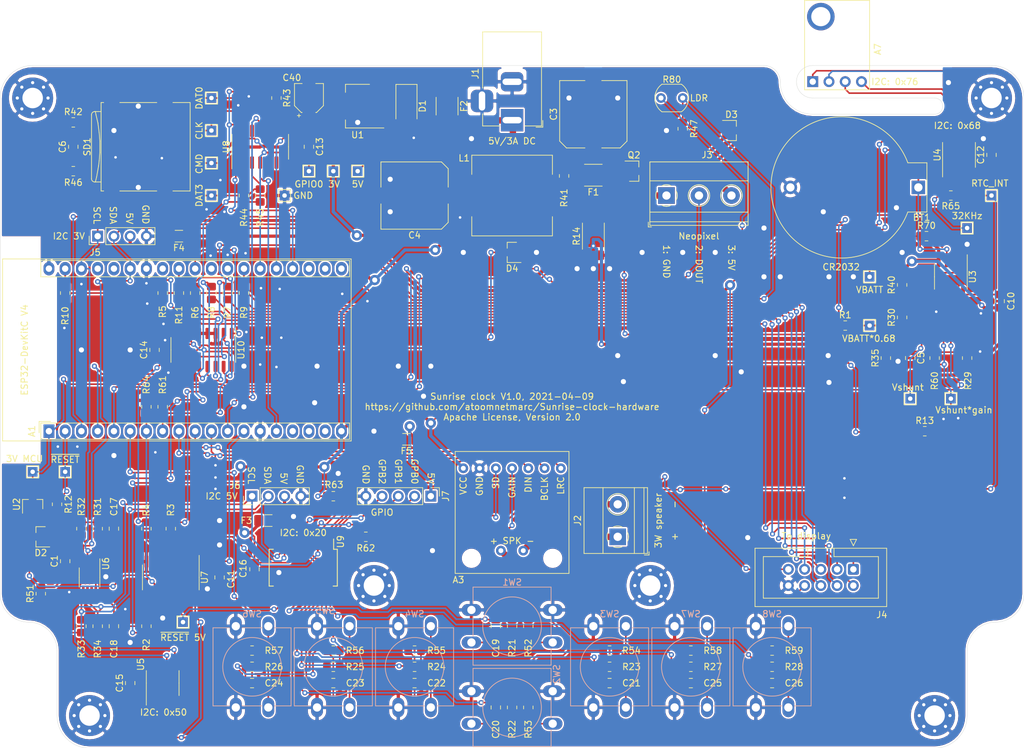
<source format=kicad_pcb>
(kicad_pcb (version 20171130) (host pcbnew "(5.1.9)-1")
  (title_block (title "Sunrise clock main board") (date 2021-04-07) (rev V1.0))
  (layers (0 F.Cu signal) (31 B.Cu signal) (34 B.Paste user) (35 F.Paste user) (36 B.SilkS user) (37 F.SilkS user) (38 B.Mask user) (39 F.Mask user) (44 Edge.Cuts user))
  (net 0 "")
  (net 1 GND)
  (net 2 +BATT)
  (net 3 +3V3)
  (net 4 RTC_INT)
  (net 5 EXP_INT)
  (net 6 LCD_~RST)
  (net 7 LCD_DIN)
  (net 8 LCD_DATA-~CMD)
  (net 9 LCD_CLK)
  (net 10 +5V)
  (net 11 SD_SPI_SS)
  (net 12 SD_CMD_MOSI)
  (net 13 SD_CLK_SCK)
  (net 14 SD_D0_MISO)
  (net 15 ~RESET)
  (net 16 GPIO0)
  (net 17 VBAT_DIV)
  (net 18 I2S_BCK)
  (net 19 I2S_WS)
  (net 20 I2S_DATA)
  (net 21 SDA_5V)
  (net 22 SCL_5V)
  (net 23 I2S_GAIN)
  (net 24 I2S_SD)
  (net 25 SDA_3V)
  (net 26 SCL_3V)
  (net 27 NEOPIXEL_~EN)
  (net 28 NEOPIXEL_DATA)
  (net 29 GPA0)
  (net 30 GPA7)
  (net 31 GPA6)
  (net 32 GPA5)
  (net 33 GPA4)
  (net 34 GPA3)
  (net 35 GPA2)
  (net 36 GPA1)
  (net 37 LCD1_~CE)
  (net 38 LCD2_~CE)
  (net 39 LCD3_~CE)
  (net 40 "Net-(Q2-Pad1)")
  (net 41 LCD_LED)
  (net 42 3V_MCU)
  (net 43 "Net-(A1-Pad20)")
  (net 44 "Net-(A1-Pad18)")
  (net 45 "Net-(A1-Pad17)")
  (net 46 "Net-(A1-Pad16)")
  (net 47 "Net-(A1-Pad21)")
  (net 48 "Net-(A1-Pad22)")
  (net 49 "Net-(A1-Pad34)")
  (net 50 "Net-(A1-Pad35)")
  (net 51 "Net-(C1-Pad1)")
  (net 52 "Net-(D2-Pad3)")
  (net 53 "Net-(R2-Pad2)")
  (net 54 "Net-(R3-Pad2)")
  (net 55 "Net-(R4-Pad2)")
  (net 56 "Net-(U4-Pad4)")
  (net 57 "Net-(U5-Pad7)")
  (net 58 "Net-(U9-Pad19)")
  (net 59 "Net-(U9-Pad14)")
  (net 60 "Net-(U9-Pad11)")
  (net 61 "Net-(F3-Pad1)")
  (net 62 "Net-(J4-Pad9)")
  (net 63 /Control/GPB2)
  (net 64 /Control/GPB1)
  (net 65 /Control/GPB0)
  (net 66 /Power/VBATT*0.68)
  (net 67 /Input/32KHz)
  (net 68 /Storage/CMD)
  (net 69 /Storage/CLK)
  (net 70 /Storage/DAT1)
  (net 71 /Storage/DAT0)
  (net 72 /Storage/DAT3)
  (net 73 /Storage/DAT2)
  (net 74 /Output/NEOPIXEL_5V)
  (net 75 /Output/NEOPIXEL_DOUT)
  (net 76 /Output/SPK+)
  (net 77 /Output/SPK-)
  (net 78 LDR)
  (net 79 ~RESET_5V)
  (net 80 "Net-(R21-Pad1)")
  (net 81 "Net-(R22-Pad1)")
  (net 82 "Net-(R23-Pad1)")
  (net 83 "Net-(R24-Pad1)")
  (net 84 "Net-(R25-Pad1)")
  (net 85 "Net-(R26-Pad1)")
  (net 86 "Net-(R27-Pad1)")
  (net 87 "Net-(R28-Pad1)")
  (net 88 "Net-(R30-Pad1)")
  (net 89 NEOPIXEL_GND)
  (net 90 "Net-(R13-Pad2)")
  (net 91 NEOPIXEL_POWER)
  (net 92 /Power/RC_NEO_GND)
  (net 93 GND2)
  (net 94 "Net-(A1-Pad31)")
  (net 95 "Net-(D2-Pad2)")
  (net 96 "Net-(D2-Pad1)")
  (net 97 "Net-(U5-Pad3)")
  (net 98 "Net-(U5-Pad2)")
  (net 99 "Net-(U5-Pad1)")
  (net 100 "Net-(A1-Pad37)")
  (net 101 IO33)
  (net 102 "Net-(A1-Pad26)")
  (net 103 "Net-(A1-Pad27)")
  (net 104 "Net-(A1-Pad28)")
  (net 105 IO5)
  (net 106 "Net-(A1-Pad30)")
  (net 107 "Net-(R5-Pad2)")
  (net 108 "Net-(R6-Pad2)")
  (net 109 "Net-(R7-Pad2)")
  (net 110 "Net-(R8-Pad2)")
  (net 111 "Net-(U10-Pad11)")
  (net 112 "Net-(U10-Pad10)")
  (net 113 "Net-(U10-Pad9)")
  (net 114 "Net-(U10-Pad7)")
  (net 115 "Net-(R29-Pad2)")
  (net 116 "Net-(R62-Pad1)")
  (net 117 +5VL)
  (net 118 "Net-(D3-Pad2)")
  (net 119 "Net-(F4-Pad2)")
  (net 120 "Net-(F5-Pad1)")
  (net 121 "Net-(C3-Pad1)")
  (module Package_SO:SOIC-8_3.9x4.9mm_P1.27mm (layer F.Cu) (at 68.58 -20.32 270)
    (fp_text reference U3 (at 0 -3.4 90) (layer F.SilkS))
    (fp_text value LM358DR)
    (pad 8 smd roundrect (at 2.475 -1.905 270) (size 1.95 0.6) (layers F.Cu F.Paste F.Mask) (net 10 +5V))
    (pad 7 smd roundrect (at 2.475 -0.635 270) (size 1.95 0.6) (layers F.Cu F.Paste F.Mask) (net 90 "Net-(R13-Pad2)"))
    (pad 6 smd roundrect (at 2.475 0.635 270) (size 1.95 0.6) (layers F.Cu F.Paste F.Mask) (net 115 "Net-(R29-Pad2)"))
    (pad 5 smd roundrect (at 2.475 1.905 270) (size 1.95 0.6) (layers F.Cu F.Paste F.Mask) (net 92 /Power/RC_NEO_GND))
    (pad 4 smd roundrect (at -2.475 1.905 270) (size 1.95 0.6) (layers F.Cu F.Paste F.Mask) (net 93 GND2))
    (pad 3 smd roundrect (at -2.475 0.635 270) (size 1.95 0.6) (layers F.Cu F.Paste F.Mask) (net 2 +BATT))
    (pad 2 smd roundrect (at -2.475 -0.635 270) (size 1.95 0.6) (layers F.Cu F.Paste F.Mask) (net 88 "Net-(R30-Pad1)"))
    (pad 1 smd roundrect (at -2.475 -1.905 270) (size 1.95 0.6) (layers F.Cu F.Paste F.Mask) (net 88 "Net-(R30-Pad1)"))
  )
  (module Fuse-fixed:Fuse_1812_4532Metric_Pad1.30x3.40mm_HandSolder (layer F.Cu) (at -10.16 -46.99 270)
    (fp_text reference F2 (at 0 -2.65 90) (layer F.SilkS))
    (fp_text value "Polyfuse 1.5A >=6V")
    (pad 2 smd roundrect (at 2.225 0 270) (size 1.3 3.4) (layers F.Cu F.Paste F.Mask) (roundrect_rratio 0.192308) (net 117 +5VL))
    (pad 1 smd roundrect (at -2.225 0 270) (size 1.3 3.4) (layers F.Cu F.Paste F.Mask) (roundrect_rratio 0.192308) (net 10 +5V))
  )
  (module Fuse-fixed:Fuse_1812_4532Metric_Pad1.30x3.40mm_HandSolder (layer F.Cu) (at 12.7 -36.195 180)
    (fp_text reference F1 (at 0 -2.65) (layer F.SilkS))
    (fp_text value "Polyfuse 1.5A >=6V")
    (pad 2 smd roundrect (at 2.225 0 180) (size 1.3 3.4) (layers F.Cu F.Paste F.Mask) (roundrect_rratio 0.192308) (net 121 "Net-(C3-Pad1)"))
    (pad 1 smd roundrect (at -2.225 0 180) (size 1.3 3.4) (layers F.Cu F.Paste F.Mask) (roundrect_rratio 0.192308) (net 118 "Net-(D3-Pad2)"))
  )
  (module Inductor-fixed:L_12x12mm_H8mm (layer F.Cu) (at 0 -33.02)
    (fp_text reference L1 (at -7.493 -5.842) (layer F.SilkS))
    (fp_text value "22uH 3A")
    (pad 2 smd rect (at 4.95 0) (size 2.9 5.4) (layers F.Cu F.Paste F.Mask) (net 121 "Net-(C3-Pad1)"))
    (pad 1 smd rect (at -4.95 0) (size 2.9 5.4) (layers F.Cu F.Paste F.Mask) (net 117 +5VL))
  )
  (module Diode_SMD:D_SMA (layer F.Cu) (at -16.51 -46.99 270)
    (fp_text reference D1 (at 0 -2.5 90) (layer F.SilkS))
    (fp_text value SS34)
    (pad 2 smd rect (at 2 0 270) (size 2.5 1.8) (layers F.Cu F.Paste F.Mask) (net 1 GND))
    (pad 1 smd rect (at -2 0 270) (size 2.5 1.8) (layers F.Cu F.Paste F.Mask) (net 10 +5V))
  )
  (module Package_TO_SOT_SMD:SOT-23 (layer F.Cu) (at 19.05 -36.83)
    (fp_text reference Q2 (at 0 -2.5) (layer F.SilkS))
    (fp_text value IRML2244)
    (pad 3 smd rect (at 1 0) (size 0.9 0.8) (layers F.Cu F.Paste F.Mask) (net 74 /Output/NEOPIXEL_5V))
    (pad 2 smd rect (at -1 0.95) (size 0.9 0.8) (layers F.Cu F.Paste F.Mask) (net 118 "Net-(D3-Pad2)"))
    (pad 1 smd rect (at -1 -0.95) (size 0.9 0.8) (layers F.Cu F.Paste F.Mask) (net 40 "Net-(Q2-Pad1)"))
  )
  (module Capacitor_SMD:C_0805_2012Metric_Pad1.18x1.45mm_HandSolder (layer F.Cu) (at -55.88 -8.89 90)
    (fp_text reference C14 (at 0 -1.68 90) (layer F.SilkS))
    (fp_text value 100nF)
    (pad 2 smd roundrect (at 1.0375 0 90) (size 1.175 1.45) (layers F.Cu F.Paste F.Mask) (roundrect_rratio 0.212766) (net 1 GND))
    (pad 1 smd roundrect (at -1.0375 0 90) (size 1.175 1.45) (layers F.Cu F.Paste F.Mask) (roundrect_rratio 0.212766) (net 3 +3V3))
  )
  (module Package_SO-fixed:SO-16_3.9x9.9mm_P1.27mm (layer F.Cu) (at -48.26 -8.89 270)
    (fp_text reference U10 (at 0 -5.9 90) (layer F.SilkS))
    (fp_text value 74HC138D)
    (pad 16 smd roundrect (at 2.575 -4.445 270) (size 1.75 0.6) (layers F.Cu F.Paste F.Mask) (net 3 +3V3))
    (pad 15 smd roundrect (at 2.575 -3.175 270) (size 1.75 0.6) (layers F.Cu F.Paste F.Mask) (net 108 "Net-(R6-Pad2)"))
    (pad 14 smd roundrect (at 2.575 -1.905 270) (size 1.75 0.6) (layers F.Cu F.Paste F.Mask) (net 107 "Net-(R5-Pad2)"))
    (pad 13 smd roundrect (at 2.575 -0.635 270) (size 1.75 0.6) (layers F.Cu F.Paste F.Mask) (net 109 "Net-(R7-Pad2)"))
    (pad 12 smd roundrect (at 2.575 0.635 270) (size 1.75 0.6) (layers F.Cu F.Paste F.Mask) (net 110 "Net-(R8-Pad2)"))
    (pad 11 smd roundrect (at 2.575 1.905 270) (size 1.75 0.6) (layers F.Cu F.Paste F.Mask) (net 111 "Net-(U10-Pad11)"))
    (pad 10 smd roundrect (at 2.575 3.175 270) (size 1.75 0.6) (layers F.Cu F.Paste F.Mask) (net 112 "Net-(U10-Pad10)"))
    (pad 9 smd roundrect (at 2.575 4.445 270) (size 1.75 0.6) (layers F.Cu F.Paste F.Mask) (net 113 "Net-(U10-Pad9)"))
    (pad 8 smd roundrect (at -2.575 4.445 270) (size 1.75 0.6) (layers F.Cu F.Paste F.Mask) (net 1 GND))
    (pad 7 smd roundrect (at -2.575 3.175 270) (size 1.75 0.6) (layers F.Cu F.Paste F.Mask) (net 114 "Net-(U10-Pad7)"))
    (pad 6 smd roundrect (at -2.575 1.905 270) (size 1.75 0.6) (layers F.Cu F.Paste F.Mask) (net 3 +3V3))
    (pad 5 smd roundrect (at -2.575 0.635 270) (size 1.75 0.6) (layers F.Cu F.Paste F.Mask) (net 1 GND))
    (pad 4 smd roundrect (at -2.575 -0.635 270) (size 1.75 0.6) (layers F.Cu F.Paste F.Mask) (net 1 GND))
    (pad 3 smd roundrect (at -2.575 -1.905 270) (size 1.75 0.6) (layers F.Cu F.Paste F.Mask) (net 1 GND))
    (pad 2 smd roundrect (at -2.575 -3.175 270) (size 1.75 0.6) (layers F.Cu F.Paste F.Mask) (net 101 IO33))
    (pad 1 smd roundrect (at -2.575 -4.445 270) (size 1.75 0.6) (layers F.Cu F.Paste F.Mask) (net 105 IO5))
  )
  (module Package_SO-fixed:SO-14_3.9x8.65mm_P1.27mm (layer F.Cu) (at -39.37 -40.64 90)
    (fp_text reference U8 (at 0 -5.28 90) (layer F.SilkS))
    (fp_text value 74HC4066D)
    (pad 14 smd roundrect (at 2.475 -3.81 90) (size 1.95 0.6) (layers F.Cu F.Paste F.Mask) (net 3 +3V3))
    (pad 13 smd roundrect (at 2.475 -2.54 90) (size 1.95 0.6) (layers F.Cu F.Paste F.Mask) (net 16 GPIO0))
    (pad 12 smd roundrect (at 2.475 -1.27 90) (size 1.95 0.6) (layers F.Cu F.Paste F.Mask) (net 16 GPIO0))
    (pad 11 smd roundrect (at 2.475 0 90) (size 1.95 0.6) (layers F.Cu F.Paste F.Mask) (net 13 SD_CLK_SCK))
    (pad 10 smd roundrect (at 2.475 1.27 90) (size 1.95 0.6) (layers F.Cu F.Paste F.Mask) (net 69 /Storage/CLK))
    (pad 9 smd roundrect (at 2.475 2.54 90) (size 1.95 0.6) (layers F.Cu F.Paste F.Mask) (net 71 /Storage/DAT0))
    (pad 8 smd roundrect (at 2.475 3.81 90) (size 1.95 0.6) (layers F.Cu F.Paste F.Mask) (net 14 SD_D0_MISO))
    (pad 7 smd roundrect (at -2.475 3.81 90) (size 1.95 0.6) (layers F.Cu F.Paste F.Mask) (net 1 GND))
    (pad 6 smd roundrect (at -2.475 2.54 90) (size 1.95 0.6) (layers F.Cu F.Paste F.Mask) (net 16 GPIO0))
    (pad 5 smd roundrect (at -2.475 1.27 90) (size 1.95 0.6) (layers F.Cu F.Paste F.Mask) (net 16 GPIO0))
    (pad 4 smd roundrect (at -2.475 0 90) (size 1.95 0.6) (layers F.Cu F.Paste F.Mask) (net 11 SD_SPI_SS))
    (pad 3 smd roundrect (at -2.475 -1.27 90) (size 1.95 0.6) (layers F.Cu F.Paste F.Mask) (net 72 /Storage/DAT3))
    (pad 2 smd roundrect (at -2.475 -2.54 90) (size 1.95 0.6) (layers F.Cu F.Paste F.Mask) (net 68 /Storage/CMD))
    (pad 1 smd roundrect (at -2.475 -3.81 90) (size 1.95 0.6) (layers F.Cu F.Paste F.Mask) (net 12 SD_CMD_MOSI))
  )
  (module Package_SO-fixed:SO-14_3.9x8.65mm_P1.27mm (layer F.Cu) (at -53.34 26.67 270)
    (fp_text reference U7 (at 0 -5.28 90) (layer F.SilkS))
    (fp_text value 74AHC125D)
    (pad 14 smd roundrect (at 2.475 -3.81 270) (size 1.95 0.6) (layers F.Cu F.Paste F.Mask) (net 10 +5V))
    (pad 13 smd roundrect (at 2.475 -2.54 270) (size 1.95 0.6) (layers F.Cu F.Paste F.Mask) (net 1 GND))
    (pad 12 smd roundrect (at 2.475 -1.27 270) (size 1.95 0.6) (layers F.Cu F.Paste F.Mask) (net 52 "Net-(D2-Pad3)"))
    (pad 11 smd roundrect (at 2.475 0 270) (size 1.95 0.6) (layers F.Cu F.Paste F.Mask) (net 79 ~RESET_5V))
    (pad 10 smd roundrect (at 2.475 1.27 270) (size 1.95 0.6) (layers F.Cu F.Paste F.Mask) (net 1 GND))
    (pad 9 smd roundrect (at 2.475 2.54 270) (size 1.95 0.6) (layers F.Cu F.Paste F.Mask) (net 41 LCD_LED))
    (pad 8 smd roundrect (at 2.475 3.81 270) (size 1.95 0.6) (layers F.Cu F.Paste F.Mask) (net 53 "Net-(R2-Pad2)"))
    (pad 7 smd roundrect (at -2.475 3.81 270) (size 1.95 0.6) (layers F.Cu F.Paste F.Mask) (net 1 GND))
    (pad 6 smd roundrect (at -2.475 2.54 270) (size 1.95 0.6) (layers F.Cu F.Paste F.Mask) (net 55 "Net-(R4-Pad2)"))
    (pad 5 smd roundrect (at -2.475 1.27 270) (size 1.95 0.6) (layers F.Cu F.Paste F.Mask) (net 28 NEOPIXEL_DATA))
    (pad 4 smd roundrect (at -2.475 0 270) (size 1.95 0.6) (layers F.Cu F.Paste F.Mask) (net 1 GND))
    (pad 3 smd roundrect (at -2.475 -1.27 270) (size 1.95 0.6) (layers F.Cu F.Paste F.Mask) (net 54 "Net-(R3-Pad2)"))
    (pad 2 smd roundrect (at -2.475 -2.54 270) (size 1.95 0.6) (layers F.Cu F.Paste F.Mask) (net 27 NEOPIXEL_~EN))
    (pad 1 smd roundrect (at -2.475 -3.81 270) (size 1.95 0.6) (layers F.Cu F.Paste F.Mask) (net 1 GND))
  )
  (module Resistor_SMD:R_0805_2012Metric_Pad1.20x1.40mm_HandSolder (layer F.Cu) (at -54.61 0 270)
    (fp_text reference R61 (at -3.429 0 90) (layer F.SilkS))
    (fp_text value 100k)
    (pad 2 smd roundrect (at 1 0 270) (size 1.2 1.4) (layers F.Cu F.Paste F.Mask) (roundrect_rratio 0.208333) (net 101 IO33))
    (pad 1 smd roundrect (at -1 0 270) (size 1.2 1.4) (layers F.Cu F.Paste F.Mask) (roundrect_rratio 0.208333) (net 1 GND))
  )
  (module Package_TO_SOT_SMD:SOT-23 (layer F.Cu) (at -74.93 15.24 90)
    (fp_text reference U2 (at 0 -2.5 90) (layer F.SilkS))
    (fp_text value MAX809S)
    (pad 3 smd rect (at 1 0 90) (size 0.9 0.8) (layers F.Cu F.Paste F.Mask) (net 42 3V_MCU))
    (pad 2 smd rect (at -1 0.95 90) (size 0.9 0.8) (layers F.Cu F.Paste F.Mask) (net 52 "Net-(D2-Pad3)"))
    (pad 1 smd rect (at -1 -0.95 90) (size 0.9 0.8) (layers F.Cu F.Paste F.Mask) (net 1 GND))
  )
  (module Package_TO_SOT_SMD:SOT-23 (layer F.Cu) (at 0 -24.13 180)
    (fp_text reference D4 (at 0 -2.5) (layer F.SilkS))
    (fp_text value BAV99)
    (pad 3 smd rect (at 1 0 180) (size 0.9 0.8) (layers F.Cu F.Paste F.Mask) (net 75 /Output/NEOPIXEL_DOUT))
    (pad 2 smd rect (at -1 0.95 180) (size 0.9 0.8) (layers F.Cu F.Paste F.Mask) (net 10 +5V))
    (pad 1 smd rect (at -1 -0.95 180) (size 0.9 0.8) (layers F.Cu F.Paste F.Mask) (net 1 GND))
  )
  (module Package_TO_SOT_SMD:SOT-23 (layer F.Cu) (at 34.29 -43.18)
    (fp_text reference D3 (at 0 -2.5) (layer F.SilkS))
    (fp_text value BAV99)
    (pad 3 smd rect (at 1 0) (size 0.9 0.8) (layers F.Cu F.Paste F.Mask) (net 74 /Output/NEOPIXEL_5V))
    (pad 2 smd rect (at -1 0.95) (size 0.9 0.8) (layers F.Cu F.Paste F.Mask) (net 118 "Net-(D3-Pad2)"))
    (pad 1 smd rect (at -1 -0.95) (size 0.9 0.8) (layers F.Cu F.Paste F.Mask) (net 1 GND))
  )
  (module Package_TO_SOT_SMD:SOT-23 (layer F.Cu) (at -73.66 20.32 180)
    (fp_text reference D2 (at 0 -2.5) (layer F.SilkS))
    (fp_text value BAV99)
    (pad 3 smd rect (at 1 0 180) (size 0.9 0.8) (layers F.Cu F.Paste F.Mask) (net 52 "Net-(D2-Pad3)"))
    (pad 2 smd rect (at -1 0.95 180) (size 0.9 0.8) (layers F.Cu F.Paste F.Mask) (net 95 "Net-(D2-Pad2)"))
    (pad 1 smd rect (at -1 -0.95 180) (size 0.9 0.8) (layers F.Cu F.Paste F.Mask) (net 96 "Net-(D2-Pad1)"))
  )
  (module Connector_PinHeader_2.54mm:PinHeader_1x05_P2.54mm_Vertical (layer F.Cu) (at -12.7 13.97 270)
    (fp_text reference J7 (at 0 -2.33 90) (layer F.SilkS))
    (fp_text value Conn_01x05_Male)
    (pad 5 thru_hole oval (at 0 10.16 270) (size 1.7 1.7) (drill 1) (layers *.Cu *.Mask) (net 1 GND))
    (pad 4 thru_hole oval (at 0 7.62 270) (size 1.7 1.7) (drill 1) (layers *.Cu *.Mask) (net 63 /Control/GPB2))
    (pad 3 thru_hole oval (at 0 5.08 270) (size 1.7 1.7) (drill 1) (layers *.Cu *.Mask) (net 64 /Control/GPB1))
    (pad 2 thru_hole oval (at 0 2.54 270) (size 1.7 1.7) (drill 1) (layers *.Cu *.Mask) (net 65 /Control/GPB0))
    (pad 1 thru_hole rect (at 0 0 270) (size 1.7 1.7) (drill 1) (layers *.Cu *.Mask) (net 120 "Net-(F5-Pad1)"))
  )
  (module NetTie:NetTie-2_SMD_Pad0.5mm (layer B.Cu) (at 12.7 -25.646 90)
    (fp_text reference NT1 hide)
    (fp_text value Net-Tie_2)
    (fp_poly (pts (xy -0.5 0.25) (xy 0.5 0.25) (xy 0.5 -0.25) (xy -0.5 -0.25)) (layer B.Cu) (width 0))
    (pad 2 smd circle (at 0.5 0 90) (size 0.5 0.5) (layers B.Cu) (net 93 GND2))
    (pad 1 smd circle (at -0.5 0 90) (size 0.5 0.5) (layers B.Cu) (net 1 GND))
  )
  (module Capacitor_SMD:C_Elec_10x10.2 (layer F.Cu) (at -15.24 -33.02 180)
    (fp_text reference C4 (at 0 -6.2) (layer F.SilkS))
    (fp_text value 470uF/16V)
    (pad 2 smd roundrect (at 4.4 0 180) (size 4.6 2.1) (layers F.Cu F.Paste F.Mask) (roundrect_rratio 0.119048) (net 1 GND))
    (pad 1 smd roundrect (at -4.4 0 180) (size 4.6 2.1) (layers F.Cu F.Paste F.Mask) (roundrect_rratio 0.119048) (net 10 +5V))
  )
  (module Capacitor_SMD:C_Elec_10x10.2 (layer F.Cu) (at 12.7 -45.72 90)
    (fp_text reference C3 (at 0 -6.2 90) (layer F.SilkS))
    (fp_text value 470uF/16V)
    (pad 2 smd roundrect (at 4.4 0 90) (size 4.6 2.1) (layers F.Cu F.Paste F.Mask) (roundrect_rratio 0.119048) (net 1 GND))
    (pad 1 smd roundrect (at -4.4 0 90) (size 4.6 2.1) (layers F.Cu F.Paste F.Mask) (roundrect_rratio 0.119048) (net 121 "Net-(C3-Pad1)"))
  )
  (module TestPoint:TestPoint_THTPad_1.5x1.5mm_Drill0.7mm (layer F.Cu) (at 68.58 -1.27)
    (fp_text reference TP5 hide)
    (fp_text value TestPoint)
    (pad 1 thru_hole rect (at 0 0) (size 1.5 1.5) (drill 0.7) (layers *.Cu *.Mask) (net 90 "Net-(R13-Pad2)"))
  )
  (module TestPoint:TestPoint_THTPad_1.5x1.5mm_Drill0.7mm (layer F.Cu) (at 62.23 -1.27)
    (fp_text reference TP2 hide)
    (fp_text value TestPoint)
    (pad 1 thru_hole rect (at 0 0) (size 1.5 1.5) (drill 0.7) (layers *.Cu *.Mask) (net 92 /Power/RC_NEO_GND))
  )
  (module Resistor_SMD:R_0805_2012Metric_Pad1.20x1.40mm_HandSolder (layer F.Cu) (at 58.42 -7.62 90)
    (fp_text reference R35 (at 0 -1.65 90) (layer F.SilkS))
    (fp_text value 4k7)
    (pad 2 smd roundrect (at 1 0 90) (size 1.2 1.4) (layers F.Cu F.Paste F.Mask) (roundrect_rratio 0.208333) (net 92 /Power/RC_NEO_GND))
    (pad 1 smd roundrect (at -1 0 90) (size 1.2 1.4) (layers F.Cu F.Paste F.Mask) (roundrect_rratio 0.208333) (net 89 NEOPIXEL_GND))
  )
  (module Capacitor_SMD:C_0805_2012Metric_Pad1.18x1.45mm_HandSolder (layer F.Cu) (at 62.23 -7.62 270)
    (fp_text reference C5 (at 0 -1.68 90) (layer F.SilkS))
    (fp_text value 10uF)
    (pad 2 smd roundrect (at 1.0375 0 270) (size 1.175 1.45) (layers F.Cu F.Paste F.Mask) (roundrect_rratio 0.212766) (net 93 GND2))
    (pad 1 smd roundrect (at -1.0375 0 270) (size 1.175 1.45) (layers F.Cu F.Paste F.Mask) (roundrect_rratio 0.212766) (net 92 /Power/RC_NEO_GND))
  )
  (module Resistor_SMD:R_2512_6332Metric_Pad1.52x3.35mm_HandSolder (layer F.Cu) (at 12.7 -26.67 90)
    (fp_text reference R14 (at 0 -2.62 90) (layer F.SilkS))
    (fp_text value 0R005)
    (pad 2 smd roundrect (at 2.9875 0 90) (size 1.525 3.35) (layers F.Cu F.Paste F.Mask) (roundrect_rratio 0.163934) (net 89 NEOPIXEL_GND))
    (pad 1 smd roundrect (at -2.9875 0 90) (size 1.525 3.35) (layers F.Cu F.Paste F.Mask) (roundrect_rratio 0.163934) (net 1 GND))
  )
  (module Resistor_SMD:R_0805_2012Metric_Pad1.20x1.40mm_HandSolder (layer F.Cu) (at 64.5 3.81)
    (fp_text reference R13 (at 0 -1.65) (layer F.SilkS))
    (fp_text value 100R)
    (pad 2 smd roundrect (at 1 0) (size 1.2 1.4) (layers F.Cu F.Paste F.Mask) (roundrect_rratio 0.208333) (net 90 "Net-(R13-Pad2)"))
    (pad 1 smd roundrect (at -1 0) (size 1.2 1.4) (layers F.Cu F.Paste F.Mask) (roundrect_rratio 0.208333) (net 91 NEOPIXEL_POWER))
  )
  (module Button_Switch_THT-fixed:SW_PUSH-12mm (layer B.Cu) (at 40.64 40.64 90)
    (fp_text reference SW8 (at 8.255 0 180) (layer B.SilkS) (effects (justify mirror)))
    (fp_text value SW_Push)
    (pad 2 thru_hole oval (at -6.35 -2.54 90) (size 3.048 1.85) (drill 1.3) (layers *.Cu *.Mask) (net 1 GND))
    (pad 1 thru_hole oval (at -6.35 2.54 90) (size 3.048 1.85) (drill 1.3) (layers *.Cu *.Mask) (net 87 "Net-(R28-Pad1)"))
    (pad 2 thru_hole oval (at 6.35 -2.54 90) (size 3.048 1.85) (drill 1.3) (layers *.Cu *.Mask) (net 1 GND))
    (pad 1 thru_hole oval (at 6.35 2.54 90) (size 3.048 1.85) (drill 1.3) (layers *.Cu *.Mask) (net 87 "Net-(R28-Pad1)"))
  )
  (module Button_Switch_THT-fixed:SW_PUSH-12mm (layer B.Cu) (at 27.94 40.64 90)
    (fp_text reference SW7 (at 8.255 0 180) (layer B.SilkS) (effects (justify mirror)))
    (fp_text value SW_Push)
    (pad 2 thru_hole oval (at -6.35 -2.54 90) (size 3.048 1.85) (drill 1.3) (layers *.Cu *.Mask) (net 1 GND))
    (pad 1 thru_hole oval (at -6.35 2.54 90) (size 3.048 1.85) (drill 1.3) (layers *.Cu *.Mask) (net 86 "Net-(R27-Pad1)"))
    (pad 2 thru_hole oval (at 6.35 -2.54 90) (size 3.048 1.85) (drill 1.3) (layers *.Cu *.Mask) (net 1 GND))
    (pad 1 thru_hole oval (at 6.35 2.54 90) (size 3.048 1.85) (drill 1.3) (layers *.Cu *.Mask) (net 86 "Net-(R27-Pad1)"))
  )
  (module Button_Switch_THT-fixed:SW_PUSH-12mm (layer B.Cu) (at -40.64 40.64 90)
    (fp_text reference SW6 (at 8.255 0 180) (layer B.SilkS) (effects (justify mirror)))
    (fp_text value SW_Push)
    (pad 2 thru_hole oval (at -6.35 -2.54 90) (size 3.048 1.85) (drill 1.3) (layers *.Cu *.Mask) (net 1 GND))
    (pad 1 thru_hole oval (at -6.35 2.54 90) (size 3.048 1.85) (drill 1.3) (layers *.Cu *.Mask) (net 85 "Net-(R26-Pad1)"))
    (pad 2 thru_hole oval (at 6.35 -2.54 90) (size 3.048 1.85) (drill 1.3) (layers *.Cu *.Mask) (net 1 GND))
    (pad 1 thru_hole oval (at 6.35 2.54 90) (size 3.048 1.85) (drill 1.3) (layers *.Cu *.Mask) (net 85 "Net-(R26-Pad1)"))
  )
  (module Button_Switch_THT-fixed:SW_PUSH-12mm (layer B.Cu) (at -27.94 40.64 90)
    (fp_text reference SW5 (at 8.763 -1.27 180) (layer B.SilkS) (effects (justify mirror)))
    (fp_text value SW_Push)
    (pad 2 thru_hole oval (at -6.35 -2.54 90) (size 3.048 1.85) (drill 1.3) (layers *.Cu *.Mask) (net 1 GND))
    (pad 1 thru_hole oval (at -6.35 2.54 90) (size 3.048 1.85) (drill 1.3) (layers *.Cu *.Mask) (net 84 "Net-(R25-Pad1)"))
    (pad 2 thru_hole oval (at 6.35 -2.54 90) (size 3.048 1.85) (drill 1.3) (layers *.Cu *.Mask) (net 1 GND))
    (pad 1 thru_hole oval (at 6.35 2.54 90) (size 3.048 1.85) (drill 1.3) (layers *.Cu *.Mask) (net 84 "Net-(R25-Pad1)"))
  )
  (module Button_Switch_THT-fixed:SW_PUSH-12mm (layer B.Cu) (at -15.24 40.64 90)
    (fp_text reference SW4 (at 8.255 0 180) (layer B.SilkS) (effects (justify mirror)))
    (fp_text value SW_Push)
    (pad 2 thru_hole oval (at -6.35 -2.54 90) (size 3.048 1.85) (drill 1.3) (layers *.Cu *.Mask) (net 1 GND))
    (pad 1 thru_hole oval (at -6.35 2.54 90) (size 3.048 1.85) (drill 1.3) (layers *.Cu *.Mask) (net 83 "Net-(R24-Pad1)"))
    (pad 2 thru_hole oval (at 6.35 -2.54 90) (size 3.048 1.85) (drill 1.3) (layers *.Cu *.Mask) (net 1 GND))
    (pad 1 thru_hole oval (at 6.35 2.54 90) (size 3.048 1.85) (drill 1.3) (layers *.Cu *.Mask) (net 83 "Net-(R24-Pad1)"))
  )
  (module Button_Switch_THT-fixed:SW_PUSH-12mm (layer B.Cu) (at 15.24 40.64 90)
    (fp_text reference SW3 (at 8.255 0 180) (layer B.SilkS) (effects (justify mirror)))
    (fp_text value SW_Push)
    (pad 2 thru_hole oval (at -6.35 -2.54 90) (size 3.048 1.85) (drill 1.3) (layers *.Cu *.Mask) (net 1 GND))
    (pad 1 thru_hole oval (at -6.35 2.54 90) (size 3.048 1.85) (drill 1.3) (layers *.Cu *.Mask) (net 82 "Net-(R23-Pad1)"))
    (pad 2 thru_hole oval (at 6.35 -2.54 90) (size 3.048 1.85) (drill 1.3) (layers *.Cu *.Mask) (net 1 GND))
    (pad 1 thru_hole oval (at 6.35 2.54 90) (size 3.048 1.85) (drill 1.3) (layers *.Cu *.Mask) (net 82 "Net-(R23-Pad1)"))
  )
  (module Button_Switch_THT-fixed:SW_PUSH-12mm (layer B.Cu) (at 0 46.99)
    (fp_text reference SW2 (at 6.985 -5.207 90) (layer B.SilkS) (effects (justify mirror)))
    (fp_text value SW_Push)
    (pad 2 thru_hole oval (at -6.35 -2.54) (size 3.048 1.85) (drill 1.3) (layers *.Cu *.Mask) (net 1 GND))
    (pad 1 thru_hole oval (at -6.35 2.54) (size 3.048 1.85) (drill 1.3) (layers *.Cu *.Mask) (net 81 "Net-(R22-Pad1)"))
    (pad 2 thru_hole oval (at 6.35 -2.54) (size 3.048 1.85) (drill 1.3) (layers *.Cu *.Mask) (net 1 GND))
    (pad 1 thru_hole oval (at 6.35 2.54) (size 3.048 1.85) (drill 1.3) (layers *.Cu *.Mask) (net 81 "Net-(R22-Pad1)"))
  )
  (module Button_Switch_THT-fixed:SW_PUSH-12mm (layer B.Cu) (at 0 34.29)
    (fp_text reference SW1 (at 0 -6.858 180) (layer B.SilkS) (effects (justify mirror)))
    (fp_text value SW_Push)
    (pad 2 thru_hole oval (at -6.35 -2.54) (size 3.048 1.85) (drill 1.3) (layers *.Cu *.Mask) (net 1 GND))
    (pad 1 thru_hole oval (at -6.35 2.54) (size 3.048 1.85) (drill 1.3) (layers *.Cu *.Mask) (net 80 "Net-(R21-Pad1)"))
    (pad 2 thru_hole oval (at 6.35 -2.54) (size 3.048 1.85) (drill 1.3) (layers *.Cu *.Mask) (net 1 GND))
    (pad 1 thru_hole oval (at 6.35 2.54) (size 3.048 1.85) (drill 1.3) (layers *.Cu *.Mask) (net 80 "Net-(R21-Pad1)"))
  )
  (module Resistor_SMD:R_0805_2012Metric_Pad1.20x1.40mm_HandSolder (layer F.Cu) (at -73.66 29.21 90)
    (fp_text reference R51 (at 0 -1.65 90) (layer F.SilkS))
    (fp_text value 200k)
    (pad 2 smd roundrect (at 1 0 90) (size 1.2 1.4) (layers F.Cu F.Paste F.Mask) (roundrect_rratio 0.208333) (net 51 "Net-(C1-Pad1)"))
    (pad 1 smd roundrect (at -1 0 90) (size 1.2 1.4) (layers F.Cu F.Paste F.Mask) (roundrect_rratio 0.208333) (net 10 +5V))
  )
  (module TestPoint:TestPoint_THTPad_1.5x1.5mm_Drill0.7mm (layer F.Cu) (at -51.435 33.655)
    (fp_text reference TP17 hide)
    (fp_text value TestPoint)
    (pad 1 thru_hole rect (at 0 0) (size 1.5 1.5) (drill 0.7) (layers *.Cu *.Mask) (net 79 ~RESET_5V))
  )
  (module MountingHole:MountingHole_3.2mm_M3_Pad_Via (layer F.Cu) (at 21.59 27.94)
    (fp_text reference H6 hide)
    (fp_text value MountingHole_Pad)
    (pad 1 thru_hole circle (at 1.697056 -1.697056) (size 0.8 0.8) (drill 0.5) (layers *.Cu *.Mask) (net 1 GND))
    (pad 1 thru_hole circle (at 0 -2.4) (size 0.8 0.8) (drill 0.5) (layers *.Cu *.Mask) (net 1 GND))
    (pad 1 thru_hole circle (at -1.697056 -1.697056) (size 0.8 0.8) (drill 0.5) (layers *.Cu *.Mask) (net 1 GND))
    (pad 1 thru_hole circle (at -2.4 0) (size 0.8 0.8) (drill 0.5) (layers *.Cu *.Mask) (net 1 GND))
    (pad 1 thru_hole circle (at -1.697056 1.697056) (size 0.8 0.8) (drill 0.5) (layers *.Cu *.Mask) (net 1 GND))
    (pad 1 thru_hole circle (at 0 2.4) (size 0.8 0.8) (drill 0.5) (layers *.Cu *.Mask) (net 1 GND))
    (pad 1 thru_hole circle (at 1.697056 1.697056) (size 0.8 0.8) (drill 0.5) (layers *.Cu *.Mask) (net 1 GND))
    (pad 1 thru_hole circle (at 2.4 0) (size 0.8 0.8) (drill 0.5) (layers *.Cu *.Mask) (net 1 GND))
    (pad 1 thru_hole circle (at 0 0) (size 6.4 6.4) (drill 3.2) (layers *.Cu *.Mask) (net 1 GND))
  )
  (module MountingHole:MountingHole_3.2mm_M3_Pad_Via (layer F.Cu) (at -21.59 27.94)
    (fp_text reference H5 hide)
    (fp_text value MountingHole_Pad)
    (pad 1 thru_hole circle (at 1.697056 -1.697056) (size 0.8 0.8) (drill 0.5) (layers *.Cu *.Mask) (net 1 GND))
    (pad 1 thru_hole circle (at 0 -2.4) (size 0.8 0.8) (drill 0.5) (layers *.Cu *.Mask) (net 1 GND))
    (pad 1 thru_hole circle (at -1.697056 -1.697056) (size 0.8 0.8) (drill 0.5) (layers *.Cu *.Mask) (net 1 GND))
    (pad 1 thru_hole circle (at -2.4 0) (size 0.8 0.8) (drill 0.5) (layers *.Cu *.Mask) (net 1 GND))
    (pad 1 thru_hole circle (at -1.697056 1.697056) (size 0.8 0.8) (drill 0.5) (layers *.Cu *.Mask) (net 1 GND))
    (pad 1 thru_hole circle (at 0 2.4) (size 0.8 0.8) (drill 0.5) (layers *.Cu *.Mask) (net 1 GND))
    (pad 1 thru_hole circle (at 1.697056 1.697056) (size 0.8 0.8) (drill 0.5) (layers *.Cu *.Mask) (net 1 GND))
    (pad 1 thru_hole circle (at 2.4 0) (size 0.8 0.8) (drill 0.5) (layers *.Cu *.Mask) (net 1 GND))
    (pad 1 thru_hole circle (at 0 0) (size 6.4 6.4) (drill 3.2) (layers *.Cu *.Mask) (net 1 GND))
  )
  (module OptoDevice:R_LDR_5.1x4.3mm_P3.4mm_Vertical (layer F.Cu) (at 23.27 -48.26)
    (fp_text reference R80 (at 1.7 -2.9) (layer F.SilkS))
    (fp_text value "LDR GL5528")
    (pad 2 thru_hole circle (at 3.4 0) (size 1.5 1.5) (drill 0.8) (layers *.Cu *.Mask) (net 78 LDR))
    (pad 1 thru_hole circle (at 0 0) (size 1.5 1.5) (drill 0.8) (layers *.Cu *.Mask) (net 42 3V_MCU))
  )
  (module Resistor_SMD:R_0805_2012Metric_Pad1.20x1.40mm_HandSolder (layer F.Cu) (at 26.67 -43.45 270)
    (fp_text reference R47 (at 0 -1.778 90) (layer F.SilkS))
    (fp_text value 10k)
    (pad 2 smd roundrect (at 1 0 270) (size 1.2 1.4) (layers F.Cu F.Paste F.Mask) (roundrect_rratio 0.208333) (net 1 GND))
    (pad 1 smd roundrect (at -1 0 270) (size 1.2 1.4) (layers F.Cu F.Paste F.Mask) (roundrect_rratio 0.208333) (net 78 LDR))
  )
  (module Fuse:Fuse_1206_3216Metric_Pad1.42x1.75mm_HandSolder (layer F.Cu) (at -16.51 5.08 180)
    (fp_text reference F5 (at 0 -1.82) (layer F.SilkS))
    (fp_text value "Polyfuse 250mA >=6V")
    (pad 2 smd roundrect (at 1.4875 0 180) (size 1.425 1.75) (layers F.Cu F.Paste F.Mask) (roundrect_rratio 0.175439) (net 10 +5V))
    (pad 1 smd roundrect (at -1.4875 0 180) (size 1.425 1.75) (layers F.Cu F.Paste F.Mask) (roundrect_rratio 0.175439) (net 120 "Net-(F5-Pad1)"))
  )
  (module Module-extra:bme280 (layer F.Cu) (at 47.02 -50.8 90)
    (fp_text reference A7 (at 5.1 10.13 90) (layer F.SilkS))
    (fp_text value "BME280 module")
    (pad ~ thru_hole circle (at 10.18 1.24 90) (size 4.3 4.3) (drill 3) (layers *.Cu *.Mask))
    (pad 4 thru_hole circle (at 0.02 7.59 90) (size 1.7 1.7) (drill 1) (layers *.Cu *.Mask) (net 25 SDA_3V))
    (pad 3 thru_hole circle (at 0.02 5.05 90) (size 1.7 1.7) (drill 1) (layers *.Cu *.Mask) (net 26 SCL_3V))
    (pad 2 thru_hole circle (at 0.02 2.51 90) (size 1.7 1.7) (drill 1) (layers *.Cu *.Mask) (net 1 GND))
    (pad 1 thru_hole rect (at 0.02 -0.03 90) (size 1.7 1.7) (drill 1) (layers *.Cu *.Mask) (net 10 +5V))
  )
  (module Connector_BarrelJack-fixed:BarrelJack_Horizontal (layer F.Cu) (at 0 -44.8 270)
    (fp_text reference J1 (at -7.27 5.75 90) (layer F.SilkS))
    (fp_text value Barrel_Jack_Switch)
    (pad 3 thru_hole roundrect (at -3 4.7 270) (size 3.5 3.5) (drill oval 3 1) (layers *.Cu *.Mask) (net 1 GND))
    (pad 2 thru_hole roundrect (at -6 0 270) (size 3 3.5) (drill oval 1 3) (layers *.Cu *.Mask) (net 1 GND))
    (pad 1 thru_hole rect (at 0 0 270) (size 3.5 3.5) (drill oval 1 3) (layers *.Cu *.Mask) (net 117 +5VL))
  )
  (module Resistor_SMD:R_0805_2012Metric_Pad1.20x1.40mm_HandSolder (layer F.Cu) (at -46.99 -17.78 90)
    (fp_text reference R8 (at -3.048 0 90) (layer F.SilkS))
    (fp_text value 100R)
    (pad 2 smd roundrect (at 1 0 90) (size 1.2 1.4) (layers F.Cu F.Paste F.Mask) (roundrect_rratio 0.208333) (net 110 "Net-(R8-Pad2)"))
    (pad 1 smd roundrect (at -1 0 90) (size 1.2 1.4) (layers F.Cu F.Paste F.Mask) (roundrect_rratio 0.208333) (net 39 LCD3_~CE))
  )
  (module Resistor_SMD:R_0805_2012Metric_Pad1.20x1.40mm_HandSolder (layer F.Cu) (at -69.85 -17.78 90)
    (fp_text reference R10 (at -3.556 0 90) (layer F.SilkS))
    (fp_text value 100R)
    (pad 2 smd roundrect (at 1 0 90) (size 1.2 1.4) (layers F.Cu F.Paste F.Mask) (roundrect_rratio 0.208333) (net 100 "Net-(A1-Pad37)"))
    (pad 1 smd roundrect (at -1 0 90) (size 1.2 1.4) (layers F.Cu F.Paste F.Mask) (roundrect_rratio 0.208333) (net 7 LCD_DIN))
  )
  (module Resistor_SMD:R_0805_2012Metric_Pad1.20x1.40mm_HandSolder (layer F.Cu) (at -44.45 -17.78 90)
    (fp_text reference R7 (at -3.048 0 90) (layer F.SilkS))
    (fp_text value 100R)
    (pad 2 smd roundrect (at 1 0 90) (size 1.2 1.4) (layers F.Cu F.Paste F.Mask) (roundrect_rratio 0.208333) (net 109 "Net-(R7-Pad2)"))
    (pad 1 smd roundrect (at -1 0 90) (size 1.2 1.4) (layers F.Cu F.Paste F.Mask) (roundrect_rratio 0.208333) (net 38 LCD2_~CE))
  )
  (module Resistor_SMD:R_0805_2012Metric_Pad1.20x1.40mm_HandSolder (layer F.Cu) (at -54.61 -17.78 90)
    (fp_text reference R5 (at -2.921 0 90) (layer F.SilkS))
    (fp_text value 100R)
    (pad 2 smd roundrect (at 1 0 90) (size 1.2 1.4) (layers F.Cu F.Paste F.Mask) (roundrect_rratio 0.208333) (net 107 "Net-(R5-Pad2)"))
    (pad 1 smd roundrect (at -1 0 90) (size 1.2 1.4) (layers F.Cu F.Paste F.Mask) (roundrect_rratio 0.208333) (net 6 LCD_~RST))
  )
  (module Resistor_SMD:R_0805_2012Metric_Pad1.20x1.40mm_HandSolder (layer F.Cu) (at -52.07 -17.78 90)
    (fp_text reference R11 (at -3.429 0 90) (layer F.SilkS))
    (fp_text value 100R)
    (pad 2 smd roundrect (at 1 0 90) (size 1.2 1.4) (layers F.Cu F.Paste F.Mask) (roundrect_rratio 0.208333) (net 106 "Net-(A1-Pad30)"))
    (pad 1 smd roundrect (at -1 0 90) (size 1.2 1.4) (layers F.Cu F.Paste F.Mask) (roundrect_rratio 0.208333) (net 9 LCD_CLK))
  )
  (module Resistor_SMD:R_0805_2012Metric_Pad1.20x1.40mm_HandSolder (layer F.Cu) (at -49.53 -17.78 90)
    (fp_text reference R6 (at -3.048 0 90) (layer F.SilkS))
    (fp_text value 100R)
    (pad 2 smd roundrect (at 1 0 90) (size 1.2 1.4) (layers F.Cu F.Paste F.Mask) (roundrect_rratio 0.208333) (net 108 "Net-(R6-Pad2)"))
    (pad 1 smd roundrect (at -1 0 90) (size 1.2 1.4) (layers F.Cu F.Paste F.Mask) (roundrect_rratio 0.208333) (net 37 LCD1_~CE))
  )
  (module Resistor_SMD:R_0805_2012Metric_Pad1.20x1.40mm_HandSolder (layer F.Cu) (at -41.91 -17.78 90)
    (fp_text reference R9 (at -3.048 0 90) (layer F.SilkS))
    (fp_text value 100R)
    (pad 2 smd roundrect (at 1 0 90) (size 1.2 1.4) (layers F.Cu F.Paste F.Mask) (roundrect_rratio 0.208333) (net 102 "Net-(A1-Pad26)"))
    (pad 1 smd roundrect (at -1 0 90) (size 1.2 1.4) (layers F.Cu F.Paste F.Mask) (roundrect_rratio 0.208333) (net 8 LCD_DATA-~CMD))
  )
  (module Connector_IDC:IDC-Header_2x05_P2.54mm_Vertical (layer F.Cu) (at 53.34 25.4 270)
    (fp_text reference J4 (at 7.112 -4.445 180) (layer F.SilkS))
    (fp_text value Conn_02x05_Odd_Even)
    (pad 10 thru_hole circle (at 2.54 10.16 270) (size 1.7 1.7) (drill 1) (layers *.Cu *.Mask) (net 1 GND))
    (pad 8 thru_hole circle (at 2.54 7.62 270) (size 1.7 1.7) (drill 1) (layers *.Cu *.Mask) (net 3 +3V3))
    (pad 6 thru_hole circle (at 2.54 5.08 270) (size 1.7 1.7) (drill 1) (layers *.Cu *.Mask) (net 7 LCD_DIN))
    (pad 4 thru_hole circle (at 2.54 2.54 270) (size 1.7 1.7) (drill 1) (layers *.Cu *.Mask) (net 39 LCD3_~CE))
    (pad 2 thru_hole circle (at 2.54 0 270) (size 1.7 1.7) (drill 1) (layers *.Cu *.Mask) (net 37 LCD1_~CE))
    (pad 9 thru_hole circle (at 0 10.16 270) (size 1.7 1.7) (drill 1) (layers *.Cu *.Mask) (net 62 "Net-(J4-Pad9)"))
    (pad 7 thru_hole circle (at 0 7.62 270) (size 1.7 1.7) (drill 1) (layers *.Cu *.Mask) (net 9 LCD_CLK))
    (pad 5 thru_hole circle (at 0 5.08 270) (size 1.7 1.7) (drill 1) (layers *.Cu *.Mask) (net 8 LCD_DATA-~CMD))
    (pad 3 thru_hole circle (at 0 2.54 270) (size 1.7 1.7) (drill 1) (layers *.Cu *.Mask) (net 38 LCD2_~CE))
    (pad 1 thru_hole roundrect (at 0 0 270) (size 1.7 1.7) (drill 1) (layers *.Cu *.Mask) (roundrect_rratio 0.147059) (net 6 LCD_~RST))
  )
  (module Package_SO:SSOP-28_5.3x10.2mm_P0.65mm (layer F.Cu) (at -32.639 25.146 270)
    (fp_text reference U9 (at -4.064 -5.842 90) (layer F.SilkS))
    (fp_text value MCP23017_SP)
    (pad 28 smd rect (at 3.6 -4.225 270) (size 1.75 0.45) (layers F.Cu F.Paste F.Mask) (net 30 GPA7))
    (pad 27 smd rect (at 3.6 -3.575 270) (size 1.75 0.45) (layers F.Cu F.Paste F.Mask) (net 31 GPA6))
    (pad 26 smd rect (at 3.6 -2.925 270) (size 1.75 0.45) (layers F.Cu F.Paste F.Mask) (net 32 GPA5))
    (pad 25 smd rect (at 3.6 -2.275 270) (size 1.75 0.45) (layers F.Cu F.Paste F.Mask) (net 33 GPA4))
    (pad 24 smd rect (at 3.6 -1.625 270) (size 1.75 0.45) (layers F.Cu F.Paste F.Mask) (net 34 GPA3))
    (pad 23 smd rect (at 3.6 -0.975 270) (size 1.75 0.45) (layers F.Cu F.Paste F.Mask) (net 35 GPA2))
    (pad 22 smd rect (at 3.6 -0.325 270) (size 1.75 0.45) (layers F.Cu F.Paste F.Mask) (net 36 GPA1))
    (pad 21 smd rect (at 3.6 0.325 270) (size 1.75 0.45) (layers F.Cu F.Paste F.Mask) (net 29 GPA0))
    (pad 20 smd rect (at 3.6 0.975 270) (size 1.75 0.45) (layers F.Cu F.Paste F.Mask) (net 5 EXP_INT))
    (pad 19 smd rect (at 3.6 1.625 270) (size 1.75 0.45) (layers F.Cu F.Paste F.Mask) (net 58 "Net-(U9-Pad19)"))
    (pad 18 smd rect (at 3.6 2.275 270) (size 1.75 0.45) (layers F.Cu F.Paste F.Mask) (net 79 ~RESET_5V))
    (pad 17 smd rect (at 3.6 2.925 270) (size 1.75 0.45) (layers F.Cu F.Paste F.Mask) (net 1 GND))
    (pad 16 smd rect (at 3.6 3.575 270) (size 1.75 0.45) (layers F.Cu F.Paste F.Mask) (net 1 GND))
    (pad 15 smd rect (at 3.6 4.225 270) (size 1.75 0.45) (layers F.Cu F.Paste F.Mask) (net 1 GND))
    (pad 14 smd rect (at -3.6 4.225 270) (size 1.75 0.45) (layers F.Cu F.Paste F.Mask) (net 59 "Net-(U9-Pad14)"))
    (pad 13 smd rect (at -3.6 3.575 270) (size 1.75 0.45) (layers F.Cu F.Paste F.Mask) (net 21 SDA_5V))
    (pad 12 smd rect (at -3.6 2.925 270) (size 1.75 0.45) (layers F.Cu F.Paste F.Mask) (net 22 SCL_5V))
    (pad 11 smd rect (at -3.6 2.275 270) (size 1.75 0.45) (layers F.Cu F.Paste F.Mask) (net 60 "Net-(U9-Pad11)"))
    (pad 10 smd rect (at -3.6 1.625 270) (size 1.75 0.45) (layers F.Cu F.Paste F.Mask) (net 1 GND))
    (pad 9 smd rect (at -3.6 0.975 270) (size 1.75 0.45) (layers F.Cu F.Paste F.Mask) (net 10 +5V))
    (pad 8 smd rect (at -3.6 0.325 270) (size 1.75 0.45) (layers F.Cu F.Paste F.Mask) (net 24 I2S_SD))
    (pad 7 smd rect (at -3.6 -0.325 270) (size 1.75 0.45) (layers F.Cu F.Paste F.Mask) (net 116 "Net-(R62-Pad1)"))
    (pad 6 smd rect (at -3.6 -0.975 270) (size 1.75 0.45) (layers F.Cu F.Paste F.Mask) (net 23 I2S_GAIN))
    (pad 5 smd rect (at -3.6 -1.625 270) (size 1.75 0.45) (layers F.Cu F.Paste F.Mask) (net 4 RTC_INT))
    (pad 4 smd rect (at -3.6 -2.275 270) (size 1.75 0.45) (layers F.Cu F.Paste F.Mask) (net 27 NEOPIXEL_~EN))
    (pad 3 smd rect (at -3.6 -2.925 270) (size 1.75 0.45) (layers F.Cu F.Paste F.Mask) (net 63 /Control/GPB2))
    (pad 2 smd rect (at -3.6 -3.575 270) (size 1.75 0.45) (layers F.Cu F.Paste F.Mask) (net 64 /Control/GPB1))
    (pad 1 smd rect (at -3.6 -4.225 270) (size 1.75 0.45) (layers F.Cu F.Paste F.Mask) (net 65 /Control/GPB0))
  )
  (module Package_SO:MSOP-8_3x3mm_P0.65mm (layer F.Cu) (at -66.04 26.67 270)
    (fp_text reference U6 (at -2.159 -2.54 90) (layer F.SilkS))
    (fp_text value PCA9306DCTR)
    (pad 8 smd roundrect (at 2.1125 -0.975 270) (size 1.625 0.4) (layers F.Cu F.Paste F.Mask) (net 51 "Net-(C1-Pad1)"))
    (pad 7 smd roundrect (at 2.1125 -0.325 270) (size 1.625 0.4) (layers F.Cu F.Paste F.Mask) (net 10 +5V))
    (pad 6 smd roundrect (at 2.1125 0.325 270) (size 1.625 0.4) (layers F.Cu F.Paste F.Mask) (net 22 SCL_5V))
    (pad 5 smd roundrect (at 2.1125 0.975 270) (size 1.625 0.4) (layers F.Cu F.Paste F.Mask) (net 21 SDA_5V))
    (pad 4 smd roundrect (at -2.1125 0.975 270) (size 1.625 0.4) (layers F.Cu F.Paste F.Mask) (net 25 SDA_3V))
    (pad 3 smd roundrect (at -2.1125 0.325 270) (size 1.625 0.4) (layers F.Cu F.Paste F.Mask) (net 26 SCL_3V))
    (pad 2 smd roundrect (at -2.1125 -0.325 270) (size 1.625 0.4) (layers F.Cu F.Paste F.Mask) (net 3 +3V3))
    (pad 1 smd roundrect (at -2.1125 -0.975 270) (size 1.625 0.4) (layers F.Cu F.Paste F.Mask) (net 1 GND))
  )
  (module Package_SO:SOIC-8_3.9x4.9mm_P1.27mm (layer F.Cu) (at -54.61 43.18 90)
    (fp_text reference U5 (at 2.921 -3.429 90) (layer F.SilkS))
    (fp_text value AT24C32N)
    (pad 8 smd roundrect (at 2.475 -1.905 90) (size 1.95 0.6) (layers F.Cu F.Paste F.Mask) (net 10 +5V))
    (pad 7 smd roundrect (at 2.475 -0.635 90) (size 1.95 0.6) (layers F.Cu F.Paste F.Mask) (net 57 "Net-(U5-Pad7)"))
    (pad 6 smd roundrect (at 2.475 0.635 90) (size 1.95 0.6) (layers F.Cu F.Paste F.Mask) (net 22 SCL_5V))
    (pad 5 smd roundrect (at 2.475 1.905 90) (size 1.95 0.6) (layers F.Cu F.Paste F.Mask) (net 21 SDA_5V))
    (pad 4 smd roundrect (at -2.475 1.905 90) (size 1.95 0.6) (layers F.Cu F.Paste F.Mask) (net 1 GND))
    (pad 3 smd roundrect (at -2.475 0.635 90) (size 1.95 0.6) (layers F.Cu F.Paste F.Mask) (net 97 "Net-(U5-Pad3)"))
    (pad 2 smd roundrect (at -2.475 -0.635 90) (size 1.95 0.6) (layers F.Cu F.Paste F.Mask) (net 98 "Net-(U5-Pad2)"))
    (pad 1 smd roundrect (at -2.475 -1.905 90) (size 1.95 0.6) (layers F.Cu F.Paste F.Mask) (net 99 "Net-(U5-Pad1)"))
  )
  (module Package_SO:SOIC-8_3.9x4.9mm_P1.27mm (layer F.Cu) (at 69.85 -39.37 90)
    (fp_text reference U4 (at 0 -3.4 90) (layer F.SilkS))
    (fp_text value DS3231MZ)
    (pad 8 smd roundrect (at 2.475 -1.905 90) (size 1.95 0.6) (layers F.Cu F.Paste F.Mask) (net 26 SCL_3V))
    (pad 7 smd roundrect (at 2.475 -0.635 90) (size 1.95 0.6) (layers F.Cu F.Paste F.Mask) (net 25 SDA_3V))
    (pad 6 smd roundrect (at 2.475 0.635 90) (size 1.95 0.6) (layers F.Cu F.Paste F.Mask) (net 2 +BATT))
    (pad 5 smd roundrect (at 2.475 1.905 90) (size 1.95 0.6) (layers F.Cu F.Paste F.Mask) (net 1 GND))
    (pad 4 smd roundrect (at -2.475 1.905 90) (size 1.95 0.6) (layers F.Cu F.Paste F.Mask) (net 56 "Net-(U4-Pad4)"))
    (pad 3 smd roundrect (at -2.475 0.635 90) (size 1.95 0.6) (layers F.Cu F.Paste F.Mask) (net 4 RTC_INT))
    (pad 2 smd roundrect (at -2.475 -0.635 90) (size 1.95 0.6) (layers F.Cu F.Paste F.Mask) (net 3 +3V3))
    (pad 1 smd roundrect (at -2.475 -1.905 90) (size 1.95 0.6) (layers F.Cu F.Paste F.Mask) (net 67 /Input/32KHz))
  )
  (module Package_TO_SOT_SMD:SOT-223-3_TabPin2 (layer F.Cu) (at -24.13 -46.99 180)
    (fp_text reference U1 (at 0 -4.5) (layer F.SilkS))
    (fp_text value NCP1117LPST33T3G)
    (pad 1 smd rect (at -3.15 -2.3 180) (size 2 1.5) (layers F.Cu F.Paste F.Mask) (net 1 GND))
    (pad 3 smd rect (at -3.15 2.3 180) (size 2 1.5) (layers F.Cu F.Paste F.Mask) (net 10 +5V))
    (pad 2 smd rect (at -3.15 0 180) (size 2 1.5) (layers F.Cu F.Paste F.Mask) (net 3 +3V3))
    (pad 2 smd rect (at 3.15 0 180) (size 2 3.8) (layers F.Cu F.Paste F.Mask) (net 3 +3V3))
  )
  (module TestPoint:TestPoint_THTPad_1.5x1.5mm_Drill0.7mm (layer F.Cu) (at -46.99 -48.26 90)
    (fp_text reference TP16 hide)
    (fp_text value TestPoint)
    (pad 1 thru_hole rect (at 0 0 90) (size 1.5 1.5) (drill 0.7) (layers *.Cu *.Mask) (net 71 /Storage/DAT0))
  )
  (module TestPoint:TestPoint_THTPad_1.5x1.5mm_Drill0.7mm (layer F.Cu) (at -46.99 -43.18 90)
    (fp_text reference TP15 hide)
    (fp_text value TestPoint)
    (pad 1 thru_hole rect (at 0 0 90) (size 1.5 1.5) (drill 0.7) (layers *.Cu *.Mask) (net 69 /Storage/CLK))
  )
  (module TestPoint:TestPoint_THTPad_1.5x1.5mm_Drill0.7mm (layer F.Cu) (at -46.99 -38.1 90)
    (fp_text reference TP14 hide)
    (fp_text value TestPoint)
    (pad 1 thru_hole rect (at 0 0 90) (size 1.5 1.5) (drill 0.7) (layers *.Cu *.Mask) (net 68 /Storage/CMD))
  )
  (module TestPoint:TestPoint_THTPad_1.5x1.5mm_Drill0.7mm (layer F.Cu) (at -46.99 -33.02 90)
    (fp_text reference TP13 hide)
    (fp_text value TestPoint)
    (pad 1 thru_hole rect (at 0 0 90) (size 1.5 1.5) (drill 0.7) (layers *.Cu *.Mask) (net 72 /Storage/DAT3))
  )
  (module TestPoint:TestPoint_THTPad_1.5x1.5mm_Drill0.7mm (layer F.Cu) (at -31.75 -36.83)
    (fp_text reference TP12 hide)
    (fp_text value TestPoint)
    (pad 1 thru_hole rect (at 0 0) (size 1.5 1.5) (drill 0.7) (layers *.Cu *.Mask) (net 16 GPIO0))
  )
  (module TestPoint:TestPoint_THTPad_1.5x1.5mm_Drill0.7mm (layer F.Cu) (at 74.93 -33.02)
    (fp_text reference TP11 hide)
    (fp_text value TestPoint)
    (pad 1 thru_hole rect (at 0 0) (size 1.5 1.5) (drill 0.7) (layers *.Cu *.Mask) (net 4 RTC_INT))
  )
  (module TestPoint:TestPoint_THTPad_1.5x1.5mm_Drill0.7mm (layer F.Cu) (at 71.12 -27.94)
    (fp_text reference TP10 hide)
    (fp_text value TestPoint)
    (pad 1 thru_hole rect (at 0 0) (size 1.5 1.5) (drill 0.7) (layers *.Cu *.Mask) (net 67 /Input/32KHz))
  )
  (module TestPoint:TestPoint_THTPad_1.5x1.5mm_Drill0.7mm (layer F.Cu) (at 55.88 -20.32)
    (fp_text reference TP9 hide)
    (fp_text value TestPoint)
    (pad 1 thru_hole rect (at 0 0) (size 1.5 1.5) (drill 0.7) (layers *.Cu *.Mask) (net 2 +BATT))
  )
  (module TestPoint:TestPoint_THTPad_1.5x1.5mm_Drill0.7mm (layer F.Cu) (at 55.88 -12.7)
    (fp_text reference TP8 hide)
    (fp_text value TestPoint)
    (pad 1 thru_hole rect (at 0 0) (size 1.5 1.5) (drill 0.7) (layers *.Cu *.Mask) (net 66 /Power/VBATT*0.68))
  )
  (module TestPoint:TestPoint_THTPad_1.5x1.5mm_Drill0.7mm (layer F.Cu) (at -69.85 10.16)
    (fp_text reference TP7 hide)
    (fp_text value TestPoint)
    (pad 1 thru_hole rect (at 0 0) (size 1.5 1.5) (drill 0.7) (layers *.Cu *.Mask) (net 15 ~RESET))
  )
  (module TestPoint:TestPoint_THTPad_1.5x1.5mm_Drill0.7mm (layer F.Cu) (at -74.93 10.16)
    (fp_text reference TP6 hide)
    (fp_text value TestPoint)
    (pad 1 thru_hole rect (at 0 0) (size 1.5 1.5) (drill 0.7) (layers *.Cu *.Mask) (net 42 3V_MCU))
  )
  (module TestPoint:TestPoint_THTPad_1.5x1.5mm_Drill0.7mm (layer F.Cu) (at -27.94 -36.83)
    (fp_text reference TP4 hide)
    (fp_text value TestPoint)
    (pad 1 thru_hole rect (at 0 0) (size 1.5 1.5) (drill 0.7) (layers *.Cu *.Mask) (net 3 +3V3))
  )
  (module TestPoint:TestPoint_THTPad_1.5x1.5mm_Drill0.7mm (layer F.Cu) (at -24.13 -36.83)
    (fp_text reference TP3 hide)
    (fp_text value TestPoint)
    (pad 1 thru_hole rect (at 0 0) (size 1.5 1.5) (drill 0.7) (layers *.Cu *.Mask) (net 10 +5V))
  )
  (module TestPoint:TestPoint_THTPad_1.5x1.5mm_Drill0.7mm (layer F.Cu) (at -35.56 -33.02)
    (fp_text reference TP1 hide)
    (fp_text value TestPoint)
    (pad 1 thru_hole rect (at 0 0) (size 1.5 1.5) (drill 0.7) (layers *.Cu *.Mask) (net 1 GND))
  )
  (module Connector_Card-fixed:microSD_HC_Wuerth_693072010801 (layer F.Cu) (at -58.42 -40.64 90)
    (fp_text reference SD1 (at 0 -7.99 90) (layer F.SilkS))
    (fp_text value Micro_SD_Card)
    (pad 1 smd rect (at -3.2 -1.55 90) (size 0.8 1.5) (layers F.Cu F.Paste F.Mask) (net 73 /Storage/DAT2))
    (pad 2 smd rect (at -2.1 -1.55 90) (size 0.8 1.5) (layers F.Cu F.Paste F.Mask) (net 72 /Storage/DAT3))
    (pad 3 smd rect (at -1 -1.55 90) (size 0.8 1.5) (layers F.Cu F.Paste F.Mask) (net 68 /Storage/CMD))
    (pad 4 smd rect (at 0.1 -1.55 90) (size 0.8 1.5) (layers F.Cu F.Paste F.Mask) (net 3 +3V3))
    (pad 5 smd rect (at 1.2 -1.55 90) (size 0.8 1.5) (layers F.Cu F.Paste F.Mask) (net 69 /Storage/CLK))
    (pad 6 smd rect (at 2.3 -1.55 90) (size 0.8 1.5) (layers F.Cu F.Paste F.Mask) (net 1 GND))
    (pad 7 smd rect (at 3.4 -1.55 90) (size 0.8 1.5) (layers F.Cu F.Paste F.Mask) (net 71 /Storage/DAT0))
    (pad 8 smd rect (at 4.5 -1.55 90) (size 0.8 1.5) (layers F.Cu F.Paste F.Mask) (net 70 /Storage/DAT1))
    (pad 9 smd rect (at 6.875 4.15 90) (size 1.45 2) (layers F.Cu F.Paste F.Mask) (net 1 GND))
    (pad 9 smd rect (at -6.875 4.15 90) (size 1.45 2) (layers F.Cu F.Paste F.Mask) (net 1 GND))
    (pad 9 smd rect (at -6.875 -4.15 90) (size 1.45 2) (layers F.Cu F.Paste F.Mask) (net 1 GND))
    (pad 9 smd rect (at 6.875 -4.15 90) (size 1.45 2) (layers F.Cu F.Paste F.Mask) (net 1 GND))
  )
  (module Resistor_SMD:R_0805_2012Metric_Pad1.20x1.40mm_HandSolder (layer F.Cu) (at 64.77 -26.67)
    (fp_text reference R70 (at 0 -1.65) (layer F.SilkS))
    (fp_text value 10M)
    (pad 2 smd roundrect (at 1 0) (size 1.2 1.4) (layers F.Cu F.Paste F.Mask) (roundrect_rratio 0.208333) (net 93 GND2))
    (pad 1 smd roundrect (at -1 0) (size 1.2 1.4) (layers F.Cu F.Paste F.Mask) (roundrect_rratio 0.208333) (net 2 +BATT))
  )
  (module Resistor_SMD:R_0805_2012Metric_Pad1.20x1.40mm_HandSolder (layer F.Cu) (at -22.86 20.32 180)
    (fp_text reference R62 (at 0 -1.778) (layer F.SilkS))
    (fp_text value 100k)
    (pad 2 smd roundrect (at 1 0 180) (size 1.2 1.4) (layers F.Cu F.Paste F.Mask) (roundrect_rratio 0.208333) (net 23 I2S_GAIN))
    (pad 1 smd roundrect (at -1 0 180) (size 1.2 1.4) (layers F.Cu F.Paste F.Mask) (roundrect_rratio 0.208333) (net 116 "Net-(R62-Pad1)"))
  )
  (module Resistor_SMD:R_0805_2012Metric_Pad1.20x1.40mm_HandSolder (layer F.Cu) (at 68.58 -33.02 180)
    (fp_text reference R65 (at 0 -1.65) (layer F.SilkS))
    (fp_text value 100k)
    (pad 2 smd roundrect (at 1 0 180) (size 1.2 1.4) (layers F.Cu F.Paste F.Mask) (roundrect_rratio 0.208333) (net 67 /Input/32KHz))
    (pad 1 smd roundrect (at -1 0 180) (size 1.2 1.4) (layers F.Cu F.Paste F.Mask) (roundrect_rratio 0.208333) (net 3 +3V3))
  )
  (module Resistor_SMD:R_0805_2012Metric_Pad1.20x1.40mm_HandSolder (layer F.Cu) (at -27.94 13.97)
    (fp_text reference R63 (at 0.127 -1.778) (layer F.SilkS))
    (fp_text value 100k)
    (pad 2 smd roundrect (at 1 0) (size 1.2 1.4) (layers F.Cu F.Paste F.Mask) (roundrect_rratio 0.208333) (net 27 NEOPIXEL_~EN))
    (pad 1 smd roundrect (at -1 0) (size 1.2 1.4) (layers F.Cu F.Paste F.Mask) (roundrect_rratio 0.208333) (net 10 +5V))
  )
  (module Resistor_SMD:R_0805_2012Metric_Pad1.20x1.40mm_HandSolder (layer F.Cu) (at -57.15 0 90)
    (fp_text reference R64 (at 3.429 0 90) (layer F.SilkS))
    (fp_text value 100k)
    (pad 2 smd roundrect (at 1 0 90) (size 1.2 1.4) (layers F.Cu F.Paste F.Mask) (roundrect_rratio 0.208333) (net 1 GND))
    (pad 1 smd roundrect (at -1 0 90) (size 1.2 1.4) (layers F.Cu F.Paste F.Mask) (roundrect_rratio 0.208333) (net 41 LCD_LED))
  )
  (module Resistor_SMD:R_0805_2012Metric_Pad1.20x1.40mm_HandSolder (layer F.Cu) (at 71.12 -7.62 90)
    (fp_text reference R29 (at -3.556 0.127 90) (layer F.SilkS))
    (fp_text value 1k)
    (pad 2 smd roundrect (at 1 0 90) (size 1.2 1.4) (layers F.Cu F.Paste F.Mask) (roundrect_rratio 0.208333) (net 115 "Net-(R29-Pad2)"))
    (pad 1 smd roundrect (at -1 0 90) (size 1.2 1.4) (layers F.Cu F.Paste F.Mask) (roundrect_rratio 0.208333) (net 93 GND2))
  )
  (module Resistor_SMD:R_0805_2012Metric_Pad1.20x1.40mm_HandSolder (layer F.Cu) (at 66.04 -7.62 270)
    (fp_text reference R60 (at 3.556 0 90) (layer F.SilkS))
    (fp_text value 100k)
    (pad 2 smd roundrect (at 1 0 270) (size 1.2 1.4) (layers F.Cu F.Paste F.Mask) (roundrect_rratio 0.208333) (net 90 "Net-(R13-Pad2)"))
    (pad 1 smd roundrect (at -1 0 270) (size 1.2 1.4) (layers F.Cu F.Paste F.Mask) (roundrect_rratio 0.208333) (net 115 "Net-(R29-Pad2)"))
  )
  (module Resistor_SMD:R_0805_2012Metric_Pad1.20x1.40mm_HandSolder (layer F.Cu) (at -68.58 -36.83)
    (fp_text reference R46 (at 0 1.778) (layer F.SilkS))
    (fp_text value 10k)
    (pad 2 smd roundrect (at 1 0) (size 1.2 1.4) (layers F.Cu F.Paste F.Mask) (roundrect_rratio 0.208333) (net 73 /Storage/DAT2))
    (pad 1 smd roundrect (at -1 0) (size 1.2 1.4) (layers F.Cu F.Paste F.Mask) (roundrect_rratio 0.208333) (net 3 +3V3))
  )
  (module Resistor_SMD:R_0805_2012Metric_Pad1.20x1.40mm_HandSolder (layer F.Cu) (at -39.37 -33.02 90)
    (fp_text reference R45 (at -3.429 0 90) (layer F.SilkS))
    (fp_text value 10k)
    (pad 2 smd roundrect (at 1 0 90) (size 1.2 1.4) (layers F.Cu F.Paste F.Mask) (roundrect_rratio 0.208333) (net 72 /Storage/DAT3))
    (pad 1 smd roundrect (at -1 0 90) (size 1.2 1.4) (layers F.Cu F.Paste F.Mask) (roundrect_rratio 0.208333) (net 3 +3V3))
  )
  (module Resistor_SMD:R_0805_2012Metric_Pad1.20x1.40mm_HandSolder (layer F.Cu) (at -41.91 -33.02 90)
    (fp_text reference R44 (at -3.429 0 90) (layer F.SilkS))
    (fp_text value 10k)
    (pad 2 smd roundrect (at 1 0 90) (size 1.2 1.4) (layers F.Cu F.Paste F.Mask) (roundrect_rratio 0.208333) (net 68 /Storage/CMD))
    (pad 1 smd roundrect (at -1 0 90) (size 1.2 1.4) (layers F.Cu F.Paste F.Mask) (roundrect_rratio 0.208333) (net 3 +3V3))
  )
  (module Resistor_SMD:R_0805_2012Metric_Pad1.20x1.40mm_HandSolder (layer F.Cu) (at -36.83 -48.26 270)
    (fp_text reference R43 (at 0 -1.65 90) (layer F.SilkS))
    (fp_text value 10k)
    (pad 2 smd roundrect (at 1 0 270) (size 1.2 1.4) (layers F.Cu F.Paste F.Mask) (roundrect_rratio 0.208333) (net 71 /Storage/DAT0))
    (pad 1 smd roundrect (at -1 0 270) (size 1.2 1.4) (layers F.Cu F.Paste F.Mask) (roundrect_rratio 0.208333) (net 3 +3V3))
  )
  (module Resistor_SMD:R_0805_2012Metric_Pad1.20x1.40mm_HandSolder (layer F.Cu) (at -68.58 -44.45)
    (fp_text reference R42 (at 0 -1.65) (layer F.SilkS))
    (fp_text value 10k)
    (pad 2 smd roundrect (at 1 0) (size 1.2 1.4) (layers F.Cu F.Paste F.Mask) (roundrect_rratio 0.208333) (net 70 /Storage/DAT1))
    (pad 1 smd roundrect (at -1 0) (size 1.2 1.4) (layers F.Cu F.Paste F.Mask) (roundrect_rratio 0.208333) (net 3 +3V3))
  )
  (module Resistor_SMD:R_0805_2012Metric_Pad1.20x1.40mm_HandSolder (layer F.Cu) (at 8.128 -36.084 270)
    (fp_text reference R41 (at 3.429 0 90) (layer F.SilkS))
    (fp_text value 10k)
    (pad 2 smd roundrect (at 1 0 270) (size 1.2 1.4) (layers F.Cu F.Paste F.Mask) (roundrect_rratio 0.208333) (net 40 "Net-(Q2-Pad1)"))
    (pad 1 smd roundrect (at -1 0 270) (size 1.2 1.4) (layers F.Cu F.Paste F.Mask) (roundrect_rratio 0.208333) (net 121 "Net-(C3-Pad1)"))
  )
  (module Resistor_SMD:R_0805_2012Metric_Pad1.20x1.40mm_HandSolder (layer F.Cu) (at 60.96 -19.05 90)
    (fp_text reference R40 (at 0 -1.65 90) (layer F.SilkS))
    (fp_text value 10k)
    (pad 2 smd roundrect (at 1 0 90) (size 1.2 1.4) (layers F.Cu F.Paste F.Mask) (roundrect_rratio 0.208333) (net 93 GND2))
    (pad 1 smd roundrect (at -1 0 90) (size 1.2 1.4) (layers F.Cu F.Paste F.Mask) (roundrect_rratio 0.208333) (net 66 /Power/VBATT*0.68))
  )
  (module Resistor_SMD:R_0805_2012Metric_Pad1.20x1.40mm_HandSolder (layer F.Cu) (at 40.64 40.64 180)
    (fp_text reference R28 (at -3.429 0) (layer F.SilkS))
    (fp_text value 1k)
    (pad 2 smd roundrect (at 1 0 180) (size 1.2 1.4) (layers F.Cu F.Paste F.Mask) (roundrect_rratio 0.208333) (net 30 GPA7))
    (pad 1 smd roundrect (at -1 0 180) (size 1.2 1.4) (layers F.Cu F.Paste F.Mask) (roundrect_rratio 0.208333) (net 87 "Net-(R28-Pad1)"))
  )
  (module Resistor_SMD:R_0805_2012Metric_Pad1.20x1.40mm_HandSolder (layer F.Cu) (at 27.94 40.64 180)
    (fp_text reference R27 (at -3.429 0) (layer F.SilkS))
    (fp_text value 1k)
    (pad 2 smd roundrect (at 1 0 180) (size 1.2 1.4) (layers F.Cu F.Paste F.Mask) (roundrect_rratio 0.208333) (net 31 GPA6))
    (pad 1 smd roundrect (at -1 0 180) (size 1.2 1.4) (layers F.Cu F.Paste F.Mask) (roundrect_rratio 0.208333) (net 86 "Net-(R27-Pad1)"))
  )
  (module Resistor_SMD:R_0805_2012Metric_Pad1.20x1.40mm_HandSolder (layer F.Cu) (at -40.64 40.64 180)
    (fp_text reference R26 (at -3.429 0) (layer F.SilkS))
    (fp_text value 1k)
    (pad 2 smd roundrect (at 1 0 180) (size 1.2 1.4) (layers F.Cu F.Paste F.Mask) (roundrect_rratio 0.208333) (net 32 GPA5))
    (pad 1 smd roundrect (at -1 0 180) (size 1.2 1.4) (layers F.Cu F.Paste F.Mask) (roundrect_rratio 0.208333) (net 85 "Net-(R26-Pad1)"))
  )
  (module Resistor_SMD:R_0805_2012Metric_Pad1.20x1.40mm_HandSolder (layer F.Cu) (at -64.77 34.29 90)
    (fp_text reference R34 (at -3.556 0 90) (layer F.SilkS))
    (fp_text value 4k7)
    (pad 2 smd roundrect (at 1 0 90) (size 1.2 1.4) (layers F.Cu F.Paste F.Mask) (roundrect_rratio 0.208333) (net 22 SCL_5V))
    (pad 1 smd roundrect (at -1 0 90) (size 1.2 1.4) (layers F.Cu F.Paste F.Mask) (roundrect_rratio 0.208333) (net 10 +5V))
  )
  (module Resistor_SMD:R_0805_2012Metric_Pad1.20x1.40mm_HandSolder (layer F.Cu) (at -67.31 34.29 90)
    (fp_text reference R33 (at -3.556 0 90) (layer F.SilkS))
    (fp_text value 4k7)
    (pad 2 smd roundrect (at 1 0 90) (size 1.2 1.4) (layers F.Cu F.Paste F.Mask) (roundrect_rratio 0.208333) (net 21 SDA_5V))
    (pad 1 smd roundrect (at -1 0 90) (size 1.2 1.4) (layers F.Cu F.Paste F.Mask) (roundrect_rratio 0.208333) (net 10 +5V))
  )
  (module Resistor_SMD:R_0805_2012Metric_Pad1.20x1.40mm_HandSolder (layer F.Cu) (at -67.31 19.05 270)
    (fp_text reference R32 (at -3.429 0 90) (layer F.SilkS))
    (fp_text value 4k7)
    (pad 2 smd roundrect (at 1 0 270) (size 1.2 1.4) (layers F.Cu F.Paste F.Mask) (roundrect_rratio 0.208333) (net 25 SDA_3V))
    (pad 1 smd roundrect (at -1 0 270) (size 1.2 1.4) (layers F.Cu F.Paste F.Mask) (roundrect_rratio 0.208333) (net 3 +3V3))
  )
  (module Resistor_SMD:R_0805_2012Metric_Pad1.20x1.40mm_HandSolder (layer F.Cu) (at -64.77 19.05 270)
    (fp_text reference R31 (at -3.429 0 90) (layer F.SilkS))
    (fp_text value 4k7)
    (pad 2 smd roundrect (at 1 0 270) (size 1.2 1.4) (layers F.Cu F.Paste F.Mask) (roundrect_rratio 0.208333) (net 26 SCL_3V))
    (pad 1 smd roundrect (at -1 0 270) (size 1.2 1.4) (layers F.Cu F.Paste F.Mask) (roundrect_rratio 0.208333) (net 3 +3V3))
  )
  (module Resistor_SMD:R_0805_2012Metric_Pad1.20x1.40mm_HandSolder (layer F.Cu) (at 60.96 -13.97 90)
    (fp_text reference R30 (at 0 -1.65 90) (layer F.SilkS))
    (fp_text value 4k7)
    (pad 2 smd roundrect (at 1 0 90) (size 1.2 1.4) (layers F.Cu F.Paste F.Mask) (roundrect_rratio 0.208333) (net 66 /Power/VBATT*0.68))
    (pad 1 smd roundrect (at -1 0 90) (size 1.2 1.4) (layers F.Cu F.Paste F.Mask) (roundrect_rratio 0.208333) (net 88 "Net-(R30-Pad1)"))
  )
  (module Resistor_SMD:R_0805_2012Metric_Pad1.20x1.40mm_HandSolder (layer F.Cu) (at -27.94 40.64 180)
    (fp_text reference R25 (at -3.429 0) (layer F.SilkS))
    (fp_text value 1k)
    (pad 2 smd roundrect (at 1 0 180) (size 1.2 1.4) (layers F.Cu F.Paste F.Mask) (roundrect_rratio 0.208333) (net 33 GPA4))
    (pad 1 smd roundrect (at -1 0 180) (size 1.2 1.4) (layers F.Cu F.Paste F.Mask) (roundrect_rratio 0.208333) (net 84 "Net-(R25-Pad1)"))
  )
  (module Resistor_SMD:R_0805_2012Metric_Pad1.20x1.40mm_HandSolder (layer F.Cu) (at -15.24 40.64 180)
    (fp_text reference R24 (at -3.429 0) (layer F.SilkS))
    (fp_text value 1k)
    (pad 2 smd roundrect (at 1 0 180) (size 1.2 1.4) (layers F.Cu F.Paste F.Mask) (roundrect_rratio 0.208333) (net 34 GPA3))
    (pad 1 smd roundrect (at -1 0 180) (size 1.2 1.4) (layers F.Cu F.Paste F.Mask) (roundrect_rratio 0.208333) (net 83 "Net-(R24-Pad1)"))
  )
  (module Resistor_SMD:R_0805_2012Metric_Pad1.20x1.40mm_HandSolder (layer F.Cu) (at 15.24 40.64 180)
    (fp_text reference R23 (at -3.429 0) (layer F.SilkS))
    (fp_text value 1k)
    (pad 2 smd roundrect (at 1 0 180) (size 1.2 1.4) (layers F.Cu F.Paste F.Mask) (roundrect_rratio 0.208333) (net 35 GPA2))
    (pad 1 smd roundrect (at -1 0 180) (size 1.2 1.4) (layers F.Cu F.Paste F.Mask) (roundrect_rratio 0.208333) (net 82 "Net-(R23-Pad1)"))
  )
  (module Resistor_SMD:R_0805_2012Metric_Pad1.20x1.40mm_HandSolder (layer F.Cu) (at 0 46.99 90)
    (fp_text reference R22 (at -3.429 0 90) (layer F.SilkS))
    (fp_text value 1k)
    (pad 2 smd roundrect (at 1 0 90) (size 1.2 1.4) (layers F.Cu F.Paste F.Mask) (roundrect_rratio 0.208333) (net 36 GPA1))
    (pad 1 smd roundrect (at -1 0 90) (size 1.2 1.4) (layers F.Cu F.Paste F.Mask) (roundrect_rratio 0.208333) (net 81 "Net-(R22-Pad1)"))
  )
  (module Resistor_SMD:R_0805_2012Metric_Pad1.20x1.40mm_HandSolder (layer F.Cu) (at 0 34.29 90)
    (fp_text reference R21 (at -3.429 0 90) (layer F.SilkS))
    (fp_text value 1k)
    (pad 2 smd roundrect (at 1 0 90) (size 1.2 1.4) (layers F.Cu F.Paste F.Mask) (roundrect_rratio 0.208333) (net 29 GPA0))
    (pad 1 smd roundrect (at -1 0 90) (size 1.2 1.4) (layers F.Cu F.Paste F.Mask) (roundrect_rratio 0.208333) (net 80 "Net-(R21-Pad1)"))
  )
  (module Resistor_SMD:R_0805_2012Metric_Pad1.20x1.40mm_HandSolder (layer F.Cu) (at 40.64 38.1)
    (fp_text reference R59 (at 3.429 0) (layer F.SilkS))
    (fp_text value 100k)
    (pad 2 smd roundrect (at 1 0) (size 1.2 1.4) (layers F.Cu F.Paste F.Mask) (roundrect_rratio 0.208333) (net 87 "Net-(R28-Pad1)"))
    (pad 1 smd roundrect (at -1 0) (size 1.2 1.4) (layers F.Cu F.Paste F.Mask) (roundrect_rratio 0.208333) (net 10 +5V))
  )
  (module Resistor_SMD:R_0805_2012Metric_Pad1.20x1.40mm_HandSolder (layer F.Cu) (at 27.94 38.1)
    (fp_text reference R58 (at 3.429 0) (layer F.SilkS))
    (fp_text value 100k)
    (pad 2 smd roundrect (at 1 0) (size 1.2 1.4) (layers F.Cu F.Paste F.Mask) (roundrect_rratio 0.208333) (net 86 "Net-(R27-Pad1)"))
    (pad 1 smd roundrect (at -1 0) (size 1.2 1.4) (layers F.Cu F.Paste F.Mask) (roundrect_rratio 0.208333) (net 10 +5V))
  )
  (module Resistor_SMD:R_0805_2012Metric_Pad1.20x1.40mm_HandSolder (layer F.Cu) (at -40.64 38.1)
    (fp_text reference R57 (at 3.429 0) (layer F.SilkS))
    (fp_text value 100k)
    (pad 2 smd roundrect (at 1 0) (size 1.2 1.4) (layers F.Cu F.Paste F.Mask) (roundrect_rratio 0.208333) (net 85 "Net-(R26-Pad1)"))
    (pad 1 smd roundrect (at -1 0) (size 1.2 1.4) (layers F.Cu F.Paste F.Mask) (roundrect_rratio 0.208333) (net 10 +5V))
  )
  (module Resistor_SMD:R_0805_2012Metric_Pad1.20x1.40mm_HandSolder (layer F.Cu) (at -27.94 38.1)
    (fp_text reference R56 (at 3.429 0) (layer F.SilkS))
    (fp_text value 100k)
    (pad 2 smd roundrect (at 1 0) (size 1.2 1.4) (layers F.Cu F.Paste F.Mask) (roundrect_rratio 0.208333) (net 84 "Net-(R25-Pad1)"))
    (pad 1 smd roundrect (at -1 0) (size 1.2 1.4) (layers F.Cu F.Paste F.Mask) (roundrect_rratio 0.208333) (net 10 +5V))
  )
  (module Resistor_SMD:R_0805_2012Metric_Pad1.20x1.40mm_HandSolder (layer F.Cu) (at -71.12 15.24 270)
    (fp_text reference R12 (at 0 -1.778 90) (layer F.SilkS))
    (fp_text value 100R)
    (pad 2 smd roundrect (at 1 0 270) (size 1.2 1.4) (layers F.Cu F.Paste F.Mask) (roundrect_rratio 0.208333) (net 96 "Net-(D2-Pad1)"))
    (pad 1 smd roundrect (at -1 0 270) (size 1.2 1.4) (layers F.Cu F.Paste F.Mask) (roundrect_rratio 0.208333) (net 15 ~RESET))
  )
  (module Resistor_SMD:R_0805_2012Metric_Pad1.20x1.40mm_HandSolder (layer F.Cu) (at -15.24 38.1)
    (fp_text reference R55 (at 3.429 0) (layer F.SilkS))
    (fp_text value 100k)
    (pad 2 smd roundrect (at 1 0) (size 1.2 1.4) (layers F.Cu F.Paste F.Mask) (roundrect_rratio 0.208333) (net 83 "Net-(R24-Pad1)"))
    (pad 1 smd roundrect (at -1 0) (size 1.2 1.4) (layers F.Cu F.Paste F.Mask) (roundrect_rratio 0.208333) (net 10 +5V))
  )
  (module Resistor_SMD:R_0805_2012Metric_Pad1.20x1.40mm_HandSolder (layer F.Cu) (at 15.24 38.1)
    (fp_text reference R54 (at 3.429 0) (layer F.SilkS))
    (fp_text value 100k)
    (pad 2 smd roundrect (at 1 0) (size 1.2 1.4) (layers F.Cu F.Paste F.Mask) (roundrect_rratio 0.208333) (net 82 "Net-(R23-Pad1)"))
    (pad 1 smd roundrect (at -1 0) (size 1.2 1.4) (layers F.Cu F.Paste F.Mask) (roundrect_rratio 0.208333) (net 10 +5V))
  )
  (module Resistor_SMD:R_0805_2012Metric_Pad1.20x1.40mm_HandSolder (layer F.Cu) (at 2.54 46.99 270)
    (fp_text reference R53 (at 3.429 0 90) (layer F.SilkS))
    (fp_text value 100k)
    (pad 2 smd roundrect (at 1 0 270) (size 1.2 1.4) (layers F.Cu F.Paste F.Mask) (roundrect_rratio 0.208333) (net 81 "Net-(R22-Pad1)"))
    (pad 1 smd roundrect (at -1 0 270) (size 1.2 1.4) (layers F.Cu F.Paste F.Mask) (roundrect_rratio 0.208333) (net 10 +5V))
  )
  (module Resistor_SMD:R_0805_2012Metric_Pad1.20x1.40mm_HandSolder (layer F.Cu) (at 2.54 34.29 270)
    (fp_text reference R52 (at 3.429 0 90) (layer F.SilkS))
    (fp_text value 100k)
    (pad 2 smd roundrect (at 1 0 270) (size 1.2 1.4) (layers F.Cu F.Paste F.Mask) (roundrect_rratio 0.208333) (net 80 "Net-(R21-Pad1)"))
    (pad 1 smd roundrect (at -1 0 270) (size 1.2 1.4) (layers F.Cu F.Paste F.Mask) (roundrect_rratio 0.208333) (net 10 +5V))
  )
  (module Resistor_SMD:R_0805_2012Metric_Pad1.20x1.40mm_HandSolder (layer F.Cu) (at -57.15 19.05 270)
    (fp_text reference R4 (at -2.921 0 90) (layer F.SilkS))
    (fp_text value 100R)
    (pad 2 smd roundrect (at 1 0 270) (size 1.2 1.4) (layers F.Cu F.Paste F.Mask) (roundrect_rratio 0.208333) (net 55 "Net-(R4-Pad2)"))
    (pad 1 smd roundrect (at -1 0 270) (size 1.2 1.4) (layers F.Cu F.Paste F.Mask) (roundrect_rratio 0.208333) (net 75 /Output/NEOPIXEL_DOUT))
  )
  (module Resistor_SMD:R_0805_2012Metric_Pad1.20x1.40mm_HandSolder (layer F.Cu) (at -53.34 19.05 270)
    (fp_text reference R3 (at -2.921 0 90) (layer F.SilkS))
    (fp_text value 100R)
    (pad 2 smd roundrect (at 1 0 270) (size 1.2 1.4) (layers F.Cu F.Paste F.Mask) (roundrect_rratio 0.208333) (net 54 "Net-(R3-Pad2)"))
    (pad 1 smd roundrect (at -1 0 270) (size 1.2 1.4) (layers F.Cu F.Paste F.Mask) (roundrect_rratio 0.208333) (net 40 "Net-(Q2-Pad1)"))
  )
  (module Resistor_SMD:R_0805_2012Metric_Pad1.20x1.40mm_HandSolder (layer F.Cu) (at -57.15 34.29 90)
    (fp_text reference R2 (at -2.921 0 90) (layer F.SilkS))
    (fp_text value 100R)
    (pad 2 smd roundrect (at 1 0 90) (size 1.2 1.4) (layers F.Cu F.Paste F.Mask) (roundrect_rratio 0.208333) (net 53 "Net-(R2-Pad2)"))
    (pad 1 smd roundrect (at -1 0 90) (size 1.2 1.4) (layers F.Cu F.Paste F.Mask) (roundrect_rratio 0.208333) (net 62 "Net-(J4-Pad9)"))
  )
  (module Resistor_SMD:R_0805_2012Metric_Pad1.20x1.40mm_HandSolder (layer F.Cu) (at 52.07 -12.7)
    (fp_text reference R1 (at 0 -1.65) (layer F.SilkS))
    (fp_text value 100R)
    (pad 2 smd roundrect (at 1 0) (size 1.2 1.4) (layers F.Cu F.Paste F.Mask) (roundrect_rratio 0.208333) (net 66 /Power/VBATT*0.68))
    (pad 1 smd roundrect (at -1 0) (size 1.2 1.4) (layers F.Cu F.Paste F.Mask) (roundrect_rratio 0.208333) (net 17 VBAT_DIV))
  )
  (module Connector_PinHeader_2.54mm:PinHeader_1x04_P2.54mm_Vertical (layer F.Cu) (at -40.64 13.97 90)
    (fp_text reference J6 (at 1.651 -2.667 180) (layer F.SilkS))
    (fp_text value Conn_01x04_Male)
    (pad 4 thru_hole oval (at 0 7.62 90) (size 1.7 1.7) (drill 1) (layers *.Cu *.Mask) (net 1 GND))
    (pad 3 thru_hole oval (at 0 5.08 90) (size 1.7 1.7) (drill 1) (layers *.Cu *.Mask) (net 61 "Net-(F3-Pad1)"))
    (pad 2 thru_hole oval (at 0 2.54 90) (size 1.7 1.7) (drill 1) (layers *.Cu *.Mask) (net 21 SDA_5V))
    (pad 1 thru_hole rect (at 0 0 90) (size 1.7 1.7) (drill 1) (layers *.Cu *.Mask) (net 22 SCL_5V))
  )
  (module Connector_PinHeader_2.54mm:PinHeader_1x04_P2.54mm_Vertical (layer F.Cu) (at -64.77 -26.67 90)
    (fp_text reference J5 (at -2.54 -0.381 180) (layer F.SilkS))
    (fp_text value Conn_01x04_Male)
    (pad 4 thru_hole oval (at 0 7.62 90) (size 1.7 1.7) (drill 1) (layers *.Cu *.Mask) (net 1 GND))
    (pad 3 thru_hole oval (at 0 5.08 90) (size 1.7 1.7) (drill 1) (layers *.Cu *.Mask) (net 119 "Net-(F4-Pad2)"))
    (pad 2 thru_hole oval (at 0 2.54 90) (size 1.7 1.7) (drill 1) (layers *.Cu *.Mask) (net 25 SDA_3V))
    (pad 1 thru_hole rect (at 0 0 90) (size 1.7 1.7) (drill 1) (layers *.Cu *.Mask) (net 26 SCL_3V))
  )
  (module TerminalBlock_Phoenix:TerminalBlock_Phoenix_MKDS-1,5-3-5.08_1x03_P5.08mm_Horizontal (layer F.Cu) (at 24.13 -33.02)
    (fp_text reference J3 (at 6.35 -6.35) (layer F.SilkS))
    (fp_text value "Screw terminal/dnf")
    (pad 3 thru_hole circle (at 10.16 0) (size 2.6 2.6) (drill 1.3) (layers *.Cu *.Mask) (net 74 /Output/NEOPIXEL_5V))
    (pad 2 thru_hole circle (at 5.08 0) (size 2.6 2.6) (drill 1.3) (layers *.Cu *.Mask) (net 75 /Output/NEOPIXEL_DOUT))
    (pad 1 thru_hole rect (at 0 0) (size 2.6 2.6) (drill 1.3) (layers *.Cu *.Mask) (net 89 NEOPIXEL_GND))
  )
  (module TerminalBlock_Phoenix:TerminalBlock_Phoenix_MKDS-1,5-2-5.08_1x02_P5.08mm_Horizontal (layer F.Cu) (at 16.51 20.32 90)
    (fp_text reference J2 (at 2.54 -6.26 90) (layer F.SilkS))
    (fp_text value "Screw terminal/dnf")
    (pad 2 thru_hole circle (at 5.08 0 90) (size 2.6 2.6) (drill 1.3) (layers *.Cu *.Mask) (net 77 /Output/SPK-))
    (pad 1 thru_hole rect (at 0 0 90) (size 2.6 2.6) (drill 1.3) (layers *.Cu *.Mask) (net 76 /Output/SPK+))
  )
  (module MountingHole:MountingHole_3.2mm_M3_Pad_Via (layer F.Cu) (at 66.04 48.26)
    (fp_text reference H4 hide)
    (fp_text value MountingHole_Pad)
    (pad 1 thru_hole circle (at 1.697056 -1.697056) (size 0.8 0.8) (drill 0.5) (layers *.Cu *.Mask) (net 1 GND))
    (pad 1 thru_hole circle (at 0 -2.4) (size 0.8 0.8) (drill 0.5) (layers *.Cu *.Mask) (net 1 GND))
    (pad 1 thru_hole circle (at -1.697056 -1.697056) (size 0.8 0.8) (drill 0.5) (layers *.Cu *.Mask) (net 1 GND))
    (pad 1 thru_hole circle (at -2.4 0) (size 0.8 0.8) (drill 0.5) (layers *.Cu *.Mask) (net 1 GND))
    (pad 1 thru_hole circle (at -1.697056 1.697056) (size 0.8 0.8) (drill 0.5) (layers *.Cu *.Mask) (net 1 GND))
    (pad 1 thru_hole circle (at 0 2.4) (size 0.8 0.8) (drill 0.5) (layers *.Cu *.Mask) (net 1 GND))
    (pad 1 thru_hole circle (at 1.697056 1.697056) (size 0.8 0.8) (drill 0.5) (layers *.Cu *.Mask) (net 1 GND))
    (pad 1 thru_hole circle (at 2.4 0) (size 0.8 0.8) (drill 0.5) (layers *.Cu *.Mask) (net 1 GND))
    (pad 1 thru_hole circle (at 0 0) (size 6.4 6.4) (drill 3.2) (layers *.Cu *.Mask) (net 1 GND))
  )
  (module MountingHole:MountingHole_3.2mm_M3_Pad_Via (layer F.Cu) (at 74.93 -48.26)
    (fp_text reference H3 hide)
    (fp_text value MountingHole_Pad)
    (pad 1 thru_hole circle (at 1.697056 -1.697056) (size 0.8 0.8) (drill 0.5) (layers *.Cu *.Mask) (net 1 GND))
    (pad 1 thru_hole circle (at 0 -2.4) (size 0.8 0.8) (drill 0.5) (layers *.Cu *.Mask) (net 1 GND))
    (pad 1 thru_hole circle (at -1.697056 -1.697056) (size 0.8 0.8) (drill 0.5) (layers *.Cu *.Mask) (net 1 GND))
    (pad 1 thru_hole circle (at -2.4 0) (size 0.8 0.8) (drill 0.5) (layers *.Cu *.Mask) (net 1 GND))
    (pad 1 thru_hole circle (at -1.697056 1.697056) (size 0.8 0.8) (drill 0.5) (layers *.Cu *.Mask) (net 1 GND))
    (pad 1 thru_hole circle (at 0 2.4) (size 0.8 0.8) (drill 0.5) (layers *.Cu *.Mask) (net 1 GND))
    (pad 1 thru_hole circle (at 1.697056 1.697056) (size 0.8 0.8) (drill 0.5) (layers *.Cu *.Mask) (net 1 GND))
    (pad 1 thru_hole circle (at 2.4 0) (size 0.8 0.8) (drill 0.5) (layers *.Cu *.Mask) (net 1 GND))
    (pad 1 thru_hole circle (at 0 0) (size 6.4 6.4) (drill 3.2) (layers *.Cu *.Mask) (net 1 GND))
  )
  (module MountingHole:MountingHole_3.2mm_M3_Pad_Via (layer F.Cu) (at -66.04 48.26)
    (fp_text reference H2 hide)
    (fp_text value MountingHole_Pad)
    (pad 1 thru_hole circle (at 1.697056 -1.697056) (size 0.8 0.8) (drill 0.5) (layers *.Cu *.Mask) (net 1 GND))
    (pad 1 thru_hole circle (at 0 -2.4) (size 0.8 0.8) (drill 0.5) (layers *.Cu *.Mask) (net 1 GND))
    (pad 1 thru_hole circle (at -1.697056 -1.697056) (size 0.8 0.8) (drill 0.5) (layers *.Cu *.Mask) (net 1 GND))
    (pad 1 thru_hole circle (at -2.4 0) (size 0.8 0.8) (drill 0.5) (layers *.Cu *.Mask) (net 1 GND))
    (pad 1 thru_hole circle (at -1.697056 1.697056) (size 0.8 0.8) (drill 0.5) (layers *.Cu *.Mask) (net 1 GND))
    (pad 1 thru_hole circle (at 0 2.4) (size 0.8 0.8) (drill 0.5) (layers *.Cu *.Mask) (net 1 GND))
    (pad 1 thru_hole circle (at 1.697056 1.697056) (size 0.8 0.8) (drill 0.5) (layers *.Cu *.Mask) (net 1 GND))
    (pad 1 thru_hole circle (at 2.4 0) (size 0.8 0.8) (drill 0.5) (layers *.Cu *.Mask) (net 1 GND))
    (pad 1 thru_hole circle (at 0 0) (size 6.4 6.4) (drill 3.2) (layers *.Cu *.Mask) (net 1 GND))
  )
  (module MountingHole:MountingHole_3.2mm_M3_Pad_Via (layer F.Cu) (at -74.93 -48.26)
    (fp_text reference H1 hide)
    (fp_text value MountingHole_Pad)
    (pad 1 thru_hole circle (at 1.697056 -1.697056) (size 0.8 0.8) (drill 0.5) (layers *.Cu *.Mask) (net 1 GND))
    (pad 1 thru_hole circle (at 0 -2.4) (size 0.8 0.8) (drill 0.5) (layers *.Cu *.Mask) (net 1 GND))
    (pad 1 thru_hole circle (at -1.697056 -1.697056) (size 0.8 0.8) (drill 0.5) (layers *.Cu *.Mask) (net 1 GND))
    (pad 1 thru_hole circle (at -2.4 0) (size 0.8 0.8) (drill 0.5) (layers *.Cu *.Mask) (net 1 GND))
    (pad 1 thru_hole circle (at -1.697056 1.697056) (size 0.8 0.8) (drill 0.5) (layers *.Cu *.Mask) (net 1 GND))
    (pad 1 thru_hole circle (at 0 2.4) (size 0.8 0.8) (drill 0.5) (layers *.Cu *.Mask) (net 1 GND))
    (pad 1 thru_hole circle (at 1.697056 1.697056) (size 0.8 0.8) (drill 0.5) (layers *.Cu *.Mask) (net 1 GND))
    (pad 1 thru_hole circle (at 2.4 0) (size 0.8 0.8) (drill 0.5) (layers *.Cu *.Mask) (net 1 GND))
    (pad 1 thru_hole circle (at 0 0) (size 6.4 6.4) (drill 3.2) (layers *.Cu *.Mask) (net 1 GND))
  )
  (module Fuse:Fuse_1206_3216Metric_Pad1.42x1.75mm_HandSolder (layer F.Cu) (at -38.1 17.78 180)
    (fp_text reference F3 (at 3.429 0) (layer F.SilkS))
    (fp_text value "Polyfuse 250mA >=6V")
    (pad 2 smd roundrect (at 1.4875 0 180) (size 1.425 1.75) (layers F.Cu F.Paste F.Mask) (roundrect_rratio 0.175439) (net 10 +5V))
    (pad 1 smd roundrect (at -1.4875 0 180) (size 1.425 1.75) (layers F.Cu F.Paste F.Mask) (roundrect_rratio 0.175439) (net 61 "Net-(F3-Pad1)"))
  )
  (module Fuse:Fuse_1206_3216Metric_Pad1.42x1.75mm_HandSolder (layer F.Cu) (at -52.07 -26.67 180)
    (fp_text reference F4 (at 0 -1.82) (layer F.SilkS))
    (fp_text value "Polyfuse 250mA >=6V")
    (pad 2 smd roundrect (at 1.4875 0 180) (size 1.425 1.75) (layers F.Cu F.Paste F.Mask) (roundrect_rratio 0.175439) (net 119 "Net-(F4-Pad2)"))
    (pad 1 smd roundrect (at -1.4875 0 180) (size 1.425 1.75) (layers F.Cu F.Paste F.Mask) (roundrect_rratio 0.175439) (net 10 +5V))
  )
  (module Capacitor_SMD:CP_Elec_4x5.4 (layer F.Cu) (at -31.75 -48.26 90)
    (fp_text reference C40 (at 3.175 -2.667 180) (layer F.SilkS))
    (fp_text value 33uF/6.3V)
    (pad 2 smd roundrect (at 1.8 0 90) (size 2.6 1.6) (layers F.Cu F.Paste F.Mask) (roundrect_rratio 0.15625) (net 1 GND))
    (pad 1 smd roundrect (at -1.8 0 90) (size 2.6 1.6) (layers F.Cu F.Paste F.Mask) (roundrect_rratio 0.15625) (net 3 +3V3))
  )
  (module Capacitor_SMD:C_0805_2012Metric_Pad1.18x1.45mm_HandSolder (layer F.Cu) (at -62.23 34.29 270)
    (fp_text reference C18 (at 3.556 0 90) (layer F.SilkS))
    (fp_text value 100nF)
    (pad 2 smd roundrect (at 1.0375 0 270) (size 1.175 1.45) (layers F.Cu F.Paste F.Mask) (roundrect_rratio 0.212766) (net 1 GND))
    (pad 1 smd roundrect (at -1.0375 0 270) (size 1.175 1.45) (layers F.Cu F.Paste F.Mask) (roundrect_rratio 0.212766) (net 10 +5V))
  )
  (module Capacitor_SMD:C_0805_2012Metric_Pad1.18x1.45mm_HandSolder (layer F.Cu) (at -62.23 19.05 90)
    (fp_text reference C17 (at 3.429 0 90) (layer F.SilkS))
    (fp_text value 100nF)
    (pad 2 smd roundrect (at 1.0375 0 90) (size 1.175 1.45) (layers F.Cu F.Paste F.Mask) (roundrect_rratio 0.212766) (net 1 GND))
    (pad 1 smd roundrect (at -1.0375 0 90) (size 1.175 1.45) (layers F.Cu F.Paste F.Mask) (roundrect_rratio 0.212766) (net 3 +3V3))
  )
  (module Capacitor_SMD:C_0805_2012Metric_Pad1.18x1.45mm_HandSolder (layer F.Cu) (at -40.259 25.4 270)
    (fp_text reference C16 (at -0.127 1.778 90) (layer F.SilkS))
    (fp_text value 100nF)
    (pad 2 smd roundrect (at 1.0375 0 270) (size 1.175 1.45) (layers F.Cu F.Paste F.Mask) (roundrect_rratio 0.212766) (net 1 GND))
    (pad 1 smd roundrect (at -1.0375 0 270) (size 1.175 1.45) (layers F.Cu F.Paste F.Mask) (roundrect_rratio 0.212766) (net 10 +5V))
  )
  (module Capacitor_SMD:C_0805_2012Metric_Pad1.18x1.45mm_HandSolder (layer F.Cu) (at -59.69 43.18 270)
    (fp_text reference C15 (at 0 1.651 90) (layer F.SilkS))
    (fp_text value 100nF)
    (pad 2 smd roundrect (at 1.0375 0 270) (size 1.175 1.45) (layers F.Cu F.Paste F.Mask) (roundrect_rratio 0.212766) (net 1 GND))
    (pad 1 smd roundrect (at -1.0375 0 270) (size 1.175 1.45) (layers F.Cu F.Paste F.Mask) (roundrect_rratio 0.212766) (net 10 +5V))
  )
  (module Capacitor_SMD:C_0805_2012Metric_Pad1.18x1.45mm_HandSolder (layer F.Cu) (at -68.58 -40.64 90)
    (fp_text reference C6 (at 0 -1.68 90) (layer F.SilkS))
    (fp_text value 10uF)
    (pad 2 smd roundrect (at 1.0375 0 90) (size 1.175 1.45) (layers F.Cu F.Paste F.Mask) (roundrect_rratio 0.212766) (net 1 GND))
    (pad 1 smd roundrect (at -1.0375 0 90) (size 1.175 1.45) (layers F.Cu F.Paste F.Mask) (roundrect_rratio 0.212766) (net 3 +3V3))
  )
  (module Capacitor_SMD:C_0805_2012Metric_Pad1.18x1.45mm_HandSolder (layer F.Cu) (at -31.75 -40.64 270)
    (fp_text reference C13 (at 0 -1.68 90) (layer F.SilkS))
    (fp_text value 100nF)
    (pad 2 smd roundrect (at 1.0375 0 270) (size 1.175 1.45) (layers F.Cu F.Paste F.Mask) (roundrect_rratio 0.212766) (net 1 GND))
    (pad 1 smd roundrect (at -1.0375 0 270) (size 1.175 1.45) (layers F.Cu F.Paste F.Mask) (roundrect_rratio 0.212766) (net 3 +3V3))
  )
  (module Capacitor_SMD:C_0805_2012Metric_Pad1.18x1.45mm_HandSolder (layer F.Cu) (at 74.93 -39.37 90)
    (fp_text reference C12 (at 0 -1.68 90) (layer F.SilkS))
    (fp_text value 100nF)
    (pad 2 smd roundrect (at 1.0375 0 90) (size 1.175 1.45) (layers F.Cu F.Paste F.Mask) (roundrect_rratio 0.212766) (net 1 GND))
    (pad 1 smd roundrect (at -1.0375 0 90) (size 1.175 1.45) (layers F.Cu F.Paste F.Mask) (roundrect_rratio 0.212766) (net 3 +3V3))
  )
  (module Capacitor_SMD:C_0805_2012Metric_Pad1.18x1.45mm_HandSolder (layer F.Cu) (at -45.72 26.67 90)
    (fp_text reference C11 (at -0.254 1.778 90) (layer F.SilkS))
    (fp_text value 100nF)
    (pad 2 smd roundrect (at 1.0375 0 90) (size 1.175 1.45) (layers F.Cu F.Paste F.Mask) (roundrect_rratio 0.212766) (net 1 GND))
    (pad 1 smd roundrect (at -1.0375 0 90) (size 1.175 1.45) (layers F.Cu F.Paste F.Mask) (roundrect_rratio 0.212766) (net 10 +5V))
  )
  (module Capacitor_SMD:C_0805_2012Metric_Pad1.18x1.45mm_HandSolder (layer F.Cu) (at 76.2 -16.51 270)
    (fp_text reference C10 (at 0 -1.778 90) (layer F.SilkS))
    (fp_text value 100nF)
    (pad 2 smd roundrect (at 1.0375 0 270) (size 1.175 1.45) (layers F.Cu F.Paste F.Mask) (roundrect_rratio 0.212766) (net 93 GND2))
    (pad 1 smd roundrect (at -1.0375 0 270) (size 1.175 1.45) (layers F.Cu F.Paste F.Mask) (roundrect_rratio 0.212766) (net 10 +5V))
  )
  (module Capacitor_SMD:C_0805_2012Metric_Pad1.18x1.45mm_HandSolder (layer F.Cu) (at 40.64 43.18)
    (fp_text reference C26 (at 3.429 0) (layer F.SilkS))
    (fp_text value 100nF)
    (pad 2 smd roundrect (at 1.0375 0) (size 1.175 1.45) (layers F.Cu F.Paste F.Mask) (roundrect_rratio 0.212766) (net 1 GND))
    (pad 1 smd roundrect (at -1.0375 0) (size 1.175 1.45) (layers F.Cu F.Paste F.Mask) (roundrect_rratio 0.212766) (net 30 GPA7))
  )
  (module Capacitor_SMD:C_0805_2012Metric_Pad1.18x1.45mm_HandSolder (layer F.Cu) (at 27.94 43.18)
    (fp_text reference C25 (at 3.429 0) (layer F.SilkS))
    (fp_text value 100nF)
    (pad 2 smd roundrect (at 1.0375 0) (size 1.175 1.45) (layers F.Cu F.Paste F.Mask) (roundrect_rratio 0.212766) (net 1 GND))
    (pad 1 smd roundrect (at -1.0375 0) (size 1.175 1.45) (layers F.Cu F.Paste F.Mask) (roundrect_rratio 0.212766) (net 31 GPA6))
  )
  (module Capacitor_SMD:C_0805_2012Metric_Pad1.18x1.45mm_HandSolder (layer F.Cu) (at -40.64 43.18)
    (fp_text reference C24 (at 3.429 0) (layer F.SilkS))
    (fp_text value 100nF)
    (pad 2 smd roundrect (at 1.0375 0) (size 1.175 1.45) (layers F.Cu F.Paste F.Mask) (roundrect_rratio 0.212766) (net 1 GND))
    (pad 1 smd roundrect (at -1.0375 0) (size 1.175 1.45) (layers F.Cu F.Paste F.Mask) (roundrect_rratio 0.212766) (net 32 GPA5))
  )
  (module Capacitor_SMD:C_0805_2012Metric_Pad1.18x1.45mm_HandSolder (layer F.Cu) (at -27.94 43.18)
    (fp_text reference C23 (at 3.429 0) (layer F.SilkS))
    (fp_text value 100nF)
    (pad 2 smd roundrect (at 1.0375 0) (size 1.175 1.45) (layers F.Cu F.Paste F.Mask) (roundrect_rratio 0.212766) (net 1 GND))
    (pad 1 smd roundrect (at -1.0375 0) (size 1.175 1.45) (layers F.Cu F.Paste F.Mask) (roundrect_rratio 0.212766) (net 33 GPA4))
  )
  (module Capacitor_SMD:C_0805_2012Metric_Pad1.18x1.45mm_HandSolder (layer F.Cu) (at -15.24 43.18)
    (fp_text reference C22 (at 3.429 0) (layer F.SilkS))
    (fp_text value 100nF)
    (pad 2 smd roundrect (at 1.0375 0) (size 1.175 1.45) (layers F.Cu F.Paste F.Mask) (roundrect_rratio 0.212766) (net 1 GND))
    (pad 1 smd roundrect (at -1.0375 0) (size 1.175 1.45) (layers F.Cu F.Paste F.Mask) (roundrect_rratio 0.212766) (net 34 GPA3))
  )
  (module Capacitor_SMD:C_0805_2012Metric_Pad1.18x1.45mm_HandSolder (layer F.Cu) (at 15.24 43.18)
    (fp_text reference C21 (at 3.429 0) (layer F.SilkS))
    (fp_text value 100nF)
    (pad 2 smd roundrect (at 1.0375 0) (size 1.175 1.45) (layers F.Cu F.Paste F.Mask) (roundrect_rratio 0.212766) (net 1 GND))
    (pad 1 smd roundrect (at -1.0375 0) (size 1.175 1.45) (layers F.Cu F.Paste F.Mask) (roundrect_rratio 0.212766) (net 35 GPA2))
  )
  (module Capacitor_SMD:C_0805_2012Metric_Pad1.18x1.45mm_HandSolder (layer F.Cu) (at -2.54 46.99 270)
    (fp_text reference C20 (at 3.429 0 90) (layer F.SilkS))
    (fp_text value 100nF)
    (pad 2 smd roundrect (at 1.0375 0 270) (size 1.175 1.45) (layers F.Cu F.Paste F.Mask) (roundrect_rratio 0.212766) (net 1 GND))
    (pad 1 smd roundrect (at -1.0375 0 270) (size 1.175 1.45) (layers F.Cu F.Paste F.Mask) (roundrect_rratio 0.212766) (net 36 GPA1))
  )
  (module Capacitor_SMD:C_0805_2012Metric_Pad1.18x1.45mm_HandSolder (layer F.Cu) (at -2.54 34.29 270)
    (fp_text reference C19 (at 3.429 0 90) (layer F.SilkS))
    (fp_text value 100nF)
    (pad 2 smd roundrect (at 1.0375 0 270) (size 1.175 1.45) (layers F.Cu F.Paste F.Mask) (roundrect_rratio 0.212766) (net 1 GND))
    (pad 1 smd roundrect (at -1.0375 0 270) (size 1.175 1.45) (layers F.Cu F.Paste F.Mask) (roundrect_rratio 0.212766) (net 29 GPA0))
  )
  (module Capacitor_SMD:C_0805_2012Metric_Pad1.18x1.45mm_HandSolder (layer F.Cu) (at -69.85 24.13 90)
    (fp_text reference C1 (at 0 -1.68 90) (layer F.SilkS))
    (fp_text value "100pF 16V X7R")
    (pad 2 smd roundrect (at 1.0375 0 90) (size 1.175 1.45) (layers F.Cu F.Paste F.Mask) (roundrect_rratio 0.212766) (net 1 GND))
    (pad 1 smd roundrect (at -1.0375 0 90) (size 1.175 1.45) (layers F.Cu F.Paste F.Mask) (roundrect_rratio 0.212766) (net 51 "Net-(C1-Pad1)"))
  )
  (module Battery-extra:BatteryHolder-cr2032 (layer F.Cu) (at 63.5 -34.29 180)
    (fp_text reference BT1 (at -0.508 -4.699) (layer F.SilkS))
    (fp_text value CR2032)
    (pad 2 thru_hole circle (at 20 0 90) (size 2.1 2.1) (drill 1.3) (layers *.Cu *.Mask) (net 1 GND))
    (pad 1 thru_hole rect (at 0 0 90) (size 2.1 2.1) (drill 1.3) (layers *.Cu *.Mask) (net 2 +BATT))
  )
  (module Module-extra:max98357 (layer F.Cu) (at 0 16.51 180)
    (fp_text reference A3 (at 8.382 -10.541) (layer F.SilkS))
    (fp_text value max98357)
    (fp_text user "+ SPK -" (at 0 -4.445 180) (layer F.SilkS))
    (fp_text user VCC (at 7.62 5.715 90) (layer F.SilkS) (effects (justify right)))
    (fp_text user GND (at 5.08 5.715 90) (layer F.SilkS) (effects (justify right)))
    (fp_text user SD (at 2.54 5.715 90) (layer F.SilkS) (effects (justify right)))
    (fp_text user GAIN (at 0 5.715 90) (layer F.SilkS) (effects (justify right)))
    (fp_text user DIN (at -2.54 5.715 90) (layer F.SilkS) (effects (justify right)))
    (fp_text user BCLK (at -5.08 5.715 90) (layer F.SilkS) (effects (justify right)))
    (fp_text user LRC (at -7.62 5.715 90) (layer F.SilkS) (effects (justify right)))
    (pad "" np_thru_hole circle (at 6.35 -7.17 180) (size 2.5 2.5) (drill 2.5) (layers *.Cu *.Mask))
    (pad "" np_thru_hole circle (at -6.35 -7.17 180) (size 2.5 2.5) (drill 2.5) (layers *.Cu *.Mask))
    (pad 9 thru_hole circle (at 1.75 -5.97 180) (size 1.524 1.524) (drill 0.762) (layers *.Cu *.Mask) (net 76 /Output/SPK+))
    (pad 8 thru_hole circle (at -1.75 -5.97 180) (size 1.524 1.524) (drill 0.762) (layers *.Cu *.Mask) (net 77 /Output/SPK-))
    (pad 7 thru_hole circle (at 7.62 6.9 180) (size 1.524 1.524) (drill 0.762) (layers *.Cu *.Mask) (net 10 +5V))
    (pad 6 thru_hole circle (at 5.08 6.9 180) (size 1.524 1.524) (drill 0.762) (layers *.Cu *.Mask) (net 1 GND))
    (pad 5 thru_hole circle (at 2.54 6.9 180) (size 1.524 1.524) (drill 0.762) (layers *.Cu *.Mask) (net 24 I2S_SD))
    (pad 4 thru_hole circle (at 0 6.9 180) (size 1.524 1.524) (drill 0.762) (layers *.Cu *.Mask) (net 23 I2S_GAIN))
    (pad 3 thru_hole circle (at -2.54 6.9 180) (size 1.524 1.524) (drill 0.762) (layers *.Cu *.Mask) (net 20 I2S_DATA))
    (pad 2 thru_hole circle (at -5.08 6.9 180) (size 1.524 1.524) (drill 0.762) (layers *.Cu *.Mask) (net 18 I2S_BCK))
    (pad 1 thru_hole circle (at -7.62 6.9 180) (size 1.524 1.524) (drill 0.762) (layers *.Cu *.Mask) (net 19 I2S_WS))
  )
  (module Module-extra:ESP32-DevKitC (layer F.Cu) (at -72.39 3.81 90)
    (fp_text reference A1 (at 0 -2.667 90) (layer F.SilkS))
    (fp_text value ESP32-DevKitC)
    (pad 38 thru_hole oval (at 25.4 0 90) (size 2.1 1.7) (drill 1) (layers *.Cu *.Mask) (net 1 GND))
    (pad 37 thru_hole oval (at 25.4 2.54 90) (size 2.1 1.7) (drill 1) (layers *.Cu *.Mask) (net 100 "Net-(A1-Pad37)"))
    (pad 1 thru_hole rect (at 0 0 90) (size 2.1 1.7) (drill 1) (layers *.Cu *.Mask) (net 42 3V_MCU))
    (pad 20 thru_hole oval (at 25.4 45.72 90) (size 2.1 1.7) (drill 1) (layers *.Cu *.Mask) (net 43 "Net-(A1-Pad20)"))
    (pad 2 thru_hole oval (at 0 2.54 90) (size 2.1 1.7) (drill 1) (layers *.Cu *.Mask) (net 15 ~RESET))
    (pad 19 thru_hole oval (at 0 45.72 90) (size 2.1 1.7) (drill 1) (layers *.Cu *.Mask) (net 10 +5V))
    (pad 3 thru_hole oval (at 0 5.08 90) (size 2.1 1.7) (drill 1) (layers *.Cu *.Mask) (net 17 VBAT_DIV))
    (pad 18 thru_hole oval (at 0 43.18 90) (size 2.1 1.7) (drill 1) (layers *.Cu *.Mask) (net 44 "Net-(A1-Pad18)"))
    (pad 4 thru_hole oval (at 0 7.62 90) (size 2.1 1.7) (drill 1) (layers *.Cu *.Mask) (net 78 LDR))
    (pad 17 thru_hole oval (at 0 40.64 90) (size 2.1 1.7) (drill 1) (layers *.Cu *.Mask) (net 45 "Net-(A1-Pad17)"))
    (pad 5 thru_hole oval (at 0 10.16 90) (size 2.1 1.7) (drill 1) (layers *.Cu *.Mask) (net 91 NEOPIXEL_POWER))
    (pad 16 thru_hole oval (at 0 38.1 90) (size 2.1 1.7) (drill 1) (layers *.Cu *.Mask) (net 46 "Net-(A1-Pad16)"))
    (pad 6 thru_hole oval (at 0 12.7 90) (size 2.1 1.7) (drill 1) (layers *.Cu *.Mask) (net 5 EXP_INT))
    (pad 15 thru_hole oval (at 0 35.56 90) (size 2.1 1.7) (drill 1) (layers *.Cu *.Mask) (net 11 SD_SPI_SS))
    (pad 7 thru_hole oval (at 0 15.24 90) (size 2.1 1.7) (drill 1) (layers *.Cu *.Mask) (net 41 LCD_LED))
    (pad 14 thru_hole oval (at 0 33.02 90) (size 2.1 1.7) (drill 1) (layers *.Cu *.Mask) (net 1 GND))
    (pad 8 thru_hole oval (at 0 17.78 90) (size 2.1 1.7) (drill 1) (layers *.Cu *.Mask) (net 101 IO33))
    (pad 13 thru_hole oval (at 0 30.48 90) (size 2.1 1.7) (drill 1) (layers *.Cu *.Mask) (net 28 NEOPIXEL_DATA))
    (pad 9 thru_hole oval (at 0 20.32 90) (size 2.1 1.7) (drill 1) (layers *.Cu *.Mask) (net 18 I2S_BCK))
    (pad 12 thru_hole oval (at 0 27.94 90) (size 2.1 1.7) (drill 1) (layers *.Cu *.Mask) (net 13 SD_CLK_SCK))
    (pad 10 thru_hole oval (at 0 22.86 90) (size 2.1 1.7) (drill 1) (layers *.Cu *.Mask) (net 19 I2S_WS))
    (pad 11 thru_hole oval (at 0 25.4 90) (size 2.1 1.7) (drill 1) (layers *.Cu *.Mask) (net 20 I2S_DATA))
    (pad 21 thru_hole oval (at 25.4 43.18 90) (size 2.1 1.7) (drill 1) (layers *.Cu *.Mask) (net 47 "Net-(A1-Pad21)"))
    (pad 22 thru_hole oval (at 25.4 40.64 90) (size 2.1 1.7) (drill 1) (layers *.Cu *.Mask) (net 48 "Net-(A1-Pad22)"))
    (pad 23 thru_hole oval (at 25.4 38.1 90) (size 2.1 1.7) (drill 1) (layers *.Cu *.Mask) (net 12 SD_CMD_MOSI))
    (pad 24 thru_hole oval (at 25.4 35.56 90) (size 2.1 1.7) (drill 1) (layers *.Cu *.Mask) (net 14 SD_D0_MISO))
    (pad 25 thru_hole oval (at 25.4 33.02 90) (size 2.1 1.7) (drill 1) (layers *.Cu *.Mask) (net 16 GPIO0))
    (pad 26 thru_hole oval (at 25.4 30.48 90) (size 2.1 1.7) (drill 1) (layers *.Cu *.Mask) (net 102 "Net-(A1-Pad26)"))
    (pad 27 thru_hole oval (at 25.4 27.94 90) (size 2.1 1.7) (drill 1) (layers *.Cu *.Mask) (net 103 "Net-(A1-Pad27)"))
    (pad 28 thru_hole oval (at 25.4 25.4 90) (size 2.1 1.7) (drill 1) (layers *.Cu *.Mask) (net 104 "Net-(A1-Pad28)"))
    (pad 29 thru_hole oval (at 25.4 22.86 90) (size 2.1 1.7) (drill 1) (layers *.Cu *.Mask) (net 105 IO5))
    (pad 30 thru_hole oval (at 25.4 20.32 90) (size 2.1 1.7) (drill 1) (layers *.Cu *.Mask) (net 106 "Net-(A1-Pad30)"))
    (pad 31 thru_hole oval (at 25.4 17.78 90) (size 2.1 1.7) (drill 1) (layers *.Cu *.Mask) (net 94 "Net-(A1-Pad31)"))
    (pad 32 thru_hole oval (at 25.4 15.24 90) (size 2.1 1.7) (drill 1) (layers *.Cu *.Mask) (net 1 GND))
    (pad 33 thru_hole oval (at 25.4 12.7 90) (size 2.1 1.7) (drill 1) (layers *.Cu *.Mask) (net 25 SDA_3V))
    (pad 34 thru_hole oval (at 25.4 10.16 90) (size 2.1 1.7) (drill 1) (layers *.Cu *.Mask) (net 49 "Net-(A1-Pad34)"))
    (pad 35 thru_hole oval (at 25.4 7.62 90) (size 2.1 1.7) (drill 1) (layers *.Cu *.Mask) (net 50 "Net-(A1-Pad35)"))
    (pad 36 thru_hole oval (at 25.4 5.08 90) (size 2.1 1.7) (drill 1) (layers *.Cu *.Mask) (net 26 SCL_3V))
  )
  (gr_text "ESP32-DevKitC V4" (at -76.2 -8.89 90) (layer F.SilkS) (effects (font (size 1 1))))
  (gr_text CR2032 (at 51.435 -21.844) (layer F.SilkS) (effects (font (size 1 1))))
  (gr_text Vshunt*gain (at 70.612 0.508) (layer F.SilkS) (effects (font (size 1 1))))
  (gr_text Vshunt (at 61.849 -3.048) (layer F.SilkS) (effects (font (size 1 1))))
  (gr_text "5V/3A DC" (at 0 -41.529) (layer F.SilkS) (effects (font (size 1 1))))
  (gr_text "To display" (at 45.974 20.193) (layer F.SilkS) (effects (font (size 1 1))))
  (gr_text "~RESET 5V" (at -51.435 36.068) (layer F.SilkS) (effects (font (size 1 1))))
  (gr_text LDR (at 29.21 -48.26) (layer F.SilkS) (effects (font (size 1 1))))
  (gr_text "I2C: 0x20" (at -32.639 19.685) (layer F.SilkS) (effects (font (size 1 1))))
  (gr_text "I2C: 0x68" (at 69.596 -43.942) (layer F.SilkS) (effects (font (size 1 1))))
  (gr_text "I2C: 0x76" (at 59.817 -50.8) (layer F.SilkS) (effects (font (size 1 1))))
  (gr_text "I2C: 0x50" (at -54.483 47.752) (layer F.SilkS) (effects (font (size 1 1))))
  (gr_text "Sunrise clock V1.0, 2021-04-09\nhttps://github.com/atoomnetmarc/Sunrise-clock-hardware\nApache License, Version 2.0" (at 0 0) (layer F.SilkS) (effects (font (size 1 1))))
  (gr_text "+     -" (at 25.4 17.78 90) (layer F.SilkS) (effects (font (size 1 1))))
  (gr_text "3W speaker" (at 22.86 17.78 90) (layer F.SilkS) (effects (font (size 1 1))))
  (gr_text DAT0 (at -48.895 -48.26 90) (layer F.SilkS) (effects (font (size 1 1))))
  (gr_text CLK (at -48.895 -43.18 90) (layer F.SilkS) (effects (font (size 1 1))))
  (gr_text CMD (at -48.895 -37.973 90) (layer F.SilkS) (effects (font (size 1 1))))
  (gr_text DAT3 (at -48.895 -33.02 90) (layer F.SilkS) (effects (font (size 1 1))))
  (gr_text GPIO0 (at -31.75 -34.798) (layer F.SilkS) (effects (font (size 1 1))))
  (gr_text RTC_INT (at 74.676 -34.925) (layer F.SilkS) (effects (font (size 1 1))))
  (gr_text 32KHz (at 71.12 -29.845) (layer F.SilkS) (effects (font (size 1 1))))
  (gr_text VBATT (at 55.88 -18.288) (layer F.SilkS) (effects (font (size 1 1))))
  (gr_text VBATT*0.68 (at 55.753 -10.668) (layer F.SilkS) (effects (font (size 1 1))))
  (gr_text ~RESET (at -69.85 8.255) (layer F.SilkS) (effects (font (size 1 1))))
  (gr_text "3V MCU" (at -76.2 8.128) (layer F.SilkS) (effects (font (size 1 1))))
  (gr_text 3V (at -27.813 -34.798) (layer F.SilkS) (effects (font (size 1 1))))
  (gr_text 5V (at -24.13 -34.798) (layer F.SilkS) (effects (font (size 1 1))))
  (gr_text GND (at -32.639 -33.02) (layer F.SilkS) (effects (font (size 1 1))))
  (gr_text 5V (at -12.7 12.192 270) (layer F.SilkS) (effects (font (size 1 1)) (justify right)))
  (gr_text GPB0 (at -15.24 12.192 270) (layer F.SilkS) (effects (font (size 1 1)) (justify right)))
  (gr_text GPB1 (at -17.78 12.192 270) (layer F.SilkS) (effects (font (size 1 1)) (justify right)))
  (gr_text GPB2 (at -20.32 12.192 270) (layer F.SilkS) (effects (font (size 1 1)) (justify right)))
  (gr_text GND (at -22.86 12.192 270) (layer F.SilkS) (effects (font (size 1 1)) (justify right)))
  (gr_text GPIO (at -20.32 16.51) (layer F.SilkS) (effects (font (size 1 1))))
  (gr_text SDA (at -38.227 12.192 270) (layer F.SilkS) (effects (font (size 1 1)) (justify right)))
  (gr_text SCL (at -40.767 12.192 270) (layer F.SilkS) (effects (font (size 1 1)) (justify right)))
  (gr_text GND (at -33.147 12.192 270) (layer F.SilkS) (effects (font (size 1 1)) (justify right)))
  (gr_text 5V (at -35.687 12.192 270) (layer F.SilkS) (effects (font (size 1 1)) (justify right)))
  (gr_text "I2C 5V" (at -42.799 13.97) (layer F.SilkS) (effects (font (size 1 1)) (justify right)))
  (gr_text GND (at -57.277 -28.448 270) (layer F.SilkS) (effects (font (size 1 1)) (justify right)))
  (gr_text 5V (at -59.817 -28.448 270) (layer F.SilkS) (effects (font (size 1 1)) (justify right)))
  (gr_text SDA (at -62.357 -28.448 270) (layer F.SilkS) (effects (font (size 1 1)) (justify right)))
  (gr_text SCL (at -64.897 -28.448 270) (layer F.SilkS) (effects (font (size 1 1)) (justify right)))
  (gr_text "I2C 3V" (at -66.675 -26.67) (layer F.SilkS) (effects (font (size 1 1)) (justify right)))
  (gr_text "2: DOUT" (at 29.21 -25.4 270) (layer F.SilkS) (effects (font (size 1 1)) (justify left)))
  (gr_text "1: GND" (at 24.13 -25.4 270) (layer F.SilkS) (effects (font (size 1 1)) (justify left)))
  (gr_text "3: 5V" (at 34.29 -25.4 270) (layer F.SilkS) (effects (font (size 1 1)) (justify left)))
  (gr_text Neopixel (at 29.21 -26.67) (layer F.SilkS) (effects (font (size 1 1))))
  (gr_arc (start 39.37 -50.8) (end 41.91 -50.8) (angle -90) (layer Edge.Cuts) (width 0.05))
  (gr_arc (start 46.99 -50.8) (end 41.91 -50.8) (angle -90) (layer Edge.Cuts) (width 0.05))
  (gr_line (start 46.99 -53.34) (end 74.93 -53.34) (layer Edge.Cuts) (width 0.05))
  (gr_line (start 66.04 -45.72) (end 46.99 -45.72) (layer Edge.Cuts) (width 0.05))
  (gr_arc (start 66.04 -46.99) (end 66.04 -45.72) (angle -180) (layer Edge.Cuts) (width 0.05))
  (gr_line (start 46.99 -48.26) (end 66.04 -48.26) (layer Edge.Cuts) (width 0.05))
  (gr_arc (start 46.99 -50.8) (end 46.99 -53.34) (angle -180) (layer Edge.Cuts) (width 0.05))
  (gr_arc (start 75.565 38.1) (end 75.565 33.655) (angle -90) (layer Edge.Cuts) (width 0.05))
  (gr_arc (start 75.565 29.21) (end 75.565 33.655) (angle -90) (layer Edge.Cuts) (width 0.05))
  (gr_arc (start -75.565 29.21) (end -80.01 29.21) (angle -90) (layer Edge.Cuts) (width 0.05))
  (gr_arc (start -75.565 38.1) (end -71.12 38.1) (angle -90) (layer Edge.Cuts) (width 0.05))
  (gr_line (start -71.12 48.26) (end -71.12 38.1) (layer Edge.Cuts) (width 0.05))
  (gr_line (start 71.12 48.26) (end 71.12 38.1) (layer Edge.Cuts) (width 0.05))
  (gr_arc (start -66.04 48.26) (end -71.12 48.26) (angle -90) (layer Edge.Cuts) (width 0.05))
  (gr_arc (start 66.04 48.26) (end 66.04 53.34) (angle -90) (layer Edge.Cuts) (width 0.05))
  (gr_arc (start 74.93 -48.26) (end 80.01 -48.26) (angle -90) (layer Edge.Cuts) (width 0.05))
  (gr_arc (start -74.93 -48.26) (end -74.93 -53.34) (angle -90) (layer Edge.Cuts) (width 0.05))
  (gr_line (start 80.01 29.21) (end 80.01 -48.26) (layer Edge.Cuts) (width 0.05))
  (gr_line (start -66.04 53.34) (end 66.04 53.34) (layer Edge.Cuts) (width 0.05))
  (gr_line (start -80.01 -48.26) (end -80.01 29.21) (layer Edge.Cuts) (width 0.05))
  (gr_line (start 39.37 -53.34) (end -74.93 -53.34) (layer Edge.Cuts) (width 0.05))
  (segment (start 49.53 -50.82) (end 49.53 -51.943) (width 0.25) (layer B.Cu) (net 1))
  (segment (start 49.53 -51.943) (end 50.038 -52.451) (width 0.25) (layer B.Cu) (net 1))
  (segment (start 50.038 -52.451) (end 69.85 -52.451) (width 0.25) (layer B.Cu) (net 1))
  (via (at 73.66 -41.91) (size 1.6) (drill 0.8) (layers F.Cu B.Cu) (net 1))
  (via (at -62.23 -43.18) (size 1.6) (drill 0.8) (layers F.Cu B.Cu) (net 1))
  (via (at -58.42 -46.99) (size 1.6) (drill 0.8) (layers F.Cu B.Cu) (net 1))
  (via (at -58.42 -34.29) (size 1.6) (drill 0.8) (layers F.Cu B.Cu) (net 1))
  (via (at -47.625 28.448) (size 1.6) (drill 0.8) (layers F.Cu B.Cu) (net 1))
  (via (at -45.72 21.59) (size 1.6) (drill 0.8) (layers F.Cu B.Cu) (net 1))
  (via (at -45.72 17.78) (size 1.6) (drill 0.8) (layers F.Cu B.Cu) (net 1))
  (via (at 60.96 -24.13) (size 1.6) (drill 0.8) (layers F.Cu B.Cu) (net 1))
  (via (at 71.12 -25.4) (size 1.6) (drill 0.8) (layers F.Cu B.Cu) (net 1))
  (via (at 60.071 -31.115) (size 1.6) (drill 0.8) (layers F.Cu B.Cu) (net 1))
  (via (at -54.61 33.02) (size 1.6) (drill 0.8) (layers F.Cu B.Cu) (net 1))
  (via (at -59.69 36.83) (size 1.6) (drill 0.8) (layers F.Cu B.Cu) (net 1))
  (via (at -62.23 7.62) (size 1.6) (drill 0.8) (layers F.Cu B.Cu) (net 1))
  (via (at -30.48 -6.35) (size 1.6) (drill 0.8) (layers F.Cu B.Cu) (net 1))
  (via (at -17.78 -6.35) (size 1.6) (drill 0.8) (layers F.Cu B.Cu) (net 1))
  (via (at 8.89 -48.26) (size 1.6) (drill 0.8) (layers F.Cu B.Cu) (net 1))
  (via (at 31.75 -8.001) (size 1.6) (drill 0.8) (layers F.Cu B.Cu) (net 1))
  (via (at 49.403 -8.001) (size 1.6) (drill 0.8) (layers F.Cu B.Cu) (net 1))
  (via (at 49.53 -3.81) (size 1.6) (drill 0.8) (layers F.Cu B.Cu) (net 1))
  (via (at 35.814 -5.461) (size 1.6) (drill 0.8) (layers F.Cu B.Cu) (net 1))
  (via (at -6.35 -41.91) (size 1.6) (drill 0.8) (layers F.Cu B.Cu) (net 1))
  (via (at -19.05 -30.48) (size 1.6) (drill 0.8) (layers F.Cu B.Cu) (net 1))
  (via (at -59.69 -8.89) (size 1.6) (drill 0.8) (layers F.Cu B.Cu) (net 1))
  (via (at -67.31 -8.89) (size 1.6) (drill 0.8) (layers F.Cu B.Cu) (net 1))
  (via (at -41.91 -6.35) (size 1.6) (drill 0.8) (layers F.Cu B.Cu) (net 1))
  (via (at 16.51 -48.26) (size 1.6) (drill 0.8) (layers F.Cu B.Cu) (net 1))
  (via (at -12.7 -6.35) (size 1.6) (drill 0.8) (layers F.Cu B.Cu) (net 1))
  (segment (start -36.214 28.746) (end -35.564 28.746) (width 0.25) (layer F.Cu) (net 1))
  (segment (start -36.214 28.746) (end -36.864 28.746) (width 0.25) (layer F.Cu) (net 1))
  (via (at -36.449 25.908) (size 1.6) (drill 0.8) (layers F.Cu B.Cu) (net 1))
  (segment (start -33.02 17.653) (end -33.02 13.97) (width 0.25) (layer F.Cu) (net 1))
  (segment (start -34.264 18.897) (end -33.02 17.653) (width 0.25) (layer F.Cu) (net 1))
  (segment (start -34.264 21.546) (end -34.264 18.897) (width 0.25) (layer F.Cu) (net 1))
  (segment (start -36.214 26.143) (end -36.449 25.908) (width 0.25) (layer F.Cu) (net 1))
  (segment (start -36.214 28.746) (end -36.214 26.143) (width 0.25) (layer F.Cu) (net 1))
  (via (at -34.163 17.145) (size 1.6) (drill 0.8) (layers F.Cu B.Cu) (net 1))
  (via (at -63.5 26.56099) (size 1.6) (drill 0.8) (layers F.Cu B.Cu) (net 1))
  (via (at 24.13 -43.18) (size 1.6) (drill 0.8) (layers F.Cu B.Cu) (net 1))
  (via (at -19.05 -35.56) (size 1.6) (drill 0.8) (layers F.Cu B.Cu) (net 1))
  (via (at 36.83 20.447) (size 1.6) (drill 0.8) (layers F.Cu B.Cu) (net 1))
  (via (at -24.13 -44.45) (size 1.6) (drill 0.8) (layers F.Cu B.Cu) (net 1))
  (via (at 10.16 -21.59) (size 1.6) (drill 0.8) (layers F.Cu B.Cu) (net 1))
  (via (at 12.7 -21.59) (size 1.6) (drill 0.8) (layers F.Cu B.Cu) (net 1))
  (via (at 15.24 -21.59) (size 1.6) (drill 0.8) (layers F.Cu B.Cu) (net 1))
  (via (at 3.81 -24.13) (size 1.6) (drill 0.8) (layers F.Cu B.Cu) (net 1))
  (via (at 60.325 -7.112) (size 1.6) (drill 0.8) (layers F.Cu B.Cu) (net 1))
  (via (at -21.59 3.81) (size 1.6) (drill 0.8) (layers F.Cu B.Cu) (net 1))
  (via (at -27.178 10.414) (size 1.6) (drill 0.8) (layers F.Cu B.Cu) (net 1))
  (via (at 17.399 -3.937) (size 1.6) (drill 0.8) (layers F.Cu B.Cu) (net 1))
  (via (at 16.51 -8.001) (size 1.6) (drill 0.8) (layers F.Cu B.Cu) (net 1))
  (via (at -13.843 -1.651) (size 1.6) (drill 0.8) (layers F.Cu B.Cu) (net 1))
  (via (at -30.861 -0.635) (size 1.6) (drill 0.8) (layers F.Cu B.Cu) (net 1))
  (via (at -41.91 0) (size 1.6) (drill 0.8) (layers F.Cu B.Cu) (net 1))
  (via (at -7.62 -24.13) (size 1.6) (drill 0.8) (layers F.Cu B.Cu) (net 1))
  (via (at 20.32 -24.13) (size 1.6) (drill 0.8) (layers F.Cu B.Cu) (net 1))
  (via (at 26.67 -24.13) (size 1.6) (drill 0.8) (layers F.Cu B.Cu) (net 1))
  (via (at 31.75 -24.13) (size 1.6) (drill 0.8) (layers F.Cu B.Cu) (net 1))
  (via (at 39.37 -27.94) (size 1.6) (drill 0.8) (layers F.Cu B.Cu) (net 1))
  (via (at 39.37 -20.32) (size 1.6) (drill 0.8) (layers F.Cu B.Cu) (net 1))
  (via (at 41.91 -20.32) (size 1.6) (drill 0.8) (layers F.Cu B.Cu) (net 1))
  (via (at 49.53 -20.32) (size 1.6) (drill 0.8) (layers F.Cu B.Cu) (net 1))
  (via (at 53.34 -20.32) (size 1.6) (drill 0.8) (layers F.Cu B.Cu) (net 1))
  (via (at -12.446 22.479) (size 1.6) (drill 0.8) (layers F.Cu B.Cu) (net 1))
  (via (at 48.641 -30.48) (size 1.6) (drill 0.8) (layers F.Cu B.Cu) (net 1))
  (via (at 68.199 -50.673) (size 1.6) (drill 0.8) (layers F.Cu B.Cu) (net 1))
  (via (at -46.355 11.049) (size 0.8) (drill 0.4) (layers F.Cu B.Cu) (net 1))
  (via (at -46.355 12.827) (size 0.8) (drill 0.4) (layers F.Cu B.Cu) (net 1))
  (via (at -46.355 9.144) (size 0.8) (drill 0.4) (layers F.Cu B.Cu) (net 1))
  (via (at -22.606 -16.51) (size 0.8) (drill 0.4) (layers F.Cu B.Cu) (net 1))
  (via (at -26.543 -17.653) (size 0.8) (drill 0.4) (layers F.Cu B.Cu) (net 1))
  (via (at -47.752 -30.861) (size 0.8) (drill 0.4) (layers F.Cu B.Cu) (net 1))
  (via (at -44.958 -30.48) (size 0.8) (drill 0.4) (layers F.Cu B.Cu) (net 1))
  (via (at -61.976 -38.989) (size 0.8) (drill 0.4) (layers F.Cu B.Cu) (net 1))
  (via (at -54.737 -38.862) (size 0.8) (drill 0.4) (layers F.Cu B.Cu) (net 1))
  (via (at -45.593 -35.433) (size 0.8) (drill 0.4) (layers F.Cu B.Cu) (net 1))
  (via (at -41.148 -48.514) (size 0.8) (drill 0.4) (layers F.Cu B.Cu) (net 1))
  (via (at -42.799 -47.117) (size 0.8) (drill 0.4) (layers F.Cu B.Cu) (net 1))
  (via (at 66.294 -14.859) (size 0.8) (drill 0.4) (layers F.Cu B.Cu) (net 1))
  (via (at 73.279 -14.605) (size 0.8) (drill 0.4) (layers F.Cu B.Cu) (net 1))
  (via (at 73.152 -8.636) (size 0.8) (drill 0.4) (layers F.Cu B.Cu) (net 1))
  (via (at 67.437 1.905) (size 0.8) (drill 0.4) (layers F.Cu B.Cu) (net 1))
  (via (at 69.723 1.778) (size 0.8) (drill 0.4) (layers F.Cu B.Cu) (net 1))
  (via (at 51.943 14.224) (size 0.8) (drill 0.4) (layers F.Cu B.Cu) (net 1))
  (via (at 51.943 11.176) (size 0.8) (drill 0.4) (layers F.Cu B.Cu) (net 1))
  (via (at -69.215 28.956) (size 0.8) (drill 0.4) (layers F.Cu B.Cu) (net 1))
  (via (at -55.753 7.112) (size 0.8) (drill 0.4) (layers F.Cu B.Cu) (net 1))
  (via (at -67.945 6.223) (size 0.8) (drill 0.4) (layers F.Cu B.Cu) (net 1))
  (via (at -70.993 6.223) (size 0.8) (drill 0.4) (layers F.Cu B.Cu) (net 1))
  (via (at -67.31 -19.177) (size 0.8) (drill 0.4) (layers F.Cu B.Cu) (net 1))
  (via (at -69.977 -12.319) (size 0.8) (drill 0.4) (layers F.Cu B.Cu) (net 1))
  (via (at -47.117 -23.622) (size 0.8) (drill 0.4) (layers F.Cu B.Cu) (net 1))
  (via (at 12.7 -25.146) (size 0.8) (drill 0.4) (layers F.Cu B.Cu) (net 1))
  (segment (start 12.7 -23.6825) (end 12.7 -25.146) (width 0.5) (layer F.Cu) (net 1))
  (segment (start -63.5 25.019) (end -63.5 26.56099) (width 0.25) (layer F.Cu) (net 1))
  (segment (start -63.9615 24.5575) (end -63.5 25.019) (width 0.25) (layer F.Cu) (net 1))
  (segment (start -65.065 24.5575) (end -63.9615 24.5575) (width 0.25) (layer F.Cu) (net 1))
  (segment (start -48.26 21.59) (end -45.72 21.59) (width 0.25) (layer F.Cu) (net 1))
  (segment (start -49.53 22.86) (end -48.26 21.59) (width 0.25) (layer F.Cu) (net 1))
  (segment (start -49.53 24.195) (end -49.53 22.86) (width 0.25) (layer F.Cu) (net 1))
  (segment (start -49.53 25.4) (end -49.53 24.195) (width 0.25) (layer F.Cu) (net 1))
  (segment (start -50.038 25.908) (end -49.53 25.4) (width 0.25) (layer F.Cu) (net 1))
  (segment (start -52.832 25.908) (end -50.038 25.908) (width 0.25) (layer F.Cu) (net 1))
  (segment (start -53.34 25.4) (end -52.832 25.908) (width 0.25) (layer F.Cu) (net 1))
  (segment (start -53.34 24.195) (end -53.34 25.4) (width 0.25) (layer F.Cu) (net 1))
  (segment (start -55.337 -11.465) (end -52.705 -11.465) (width 0.25) (layer F.Cu) (net 1))
  (segment (start -55.88 -10.922) (end -55.337 -11.465) (width 0.25) (layer F.Cu) (net 1))
  (segment (start -55.88 -9.9275) (end -55.88 -10.922) (width 0.25) (layer F.Cu) (net 1))
  (segment (start -48.895 -11.465) (end -47.625 -11.465) (width 0.25) (layer F.Cu) (net 1))
  (segment (start -47.625 -11.465) (end -46.355 -11.465) (width 0.25) (layer F.Cu) (net 1))
  (via (at -54.483 -12.954) (size 0.8) (drill 0.4) (layers F.Cu B.Cu) (net 1))
  (via (at -41.529 -11.684) (size 0.8) (drill 0.4) (layers F.Cu B.Cu) (net 1))
  (via (at -54.229 -10.414) (size 0.8) (drill 0.4) (layers F.Cu B.Cu) (net 1))
  (via (at -53.721 -5.334) (size 0.8) (drill 0.4) (layers F.Cu B.Cu) (net 1))
  (via (at -39.37 -6.604) (size 0.8) (drill 0.4) (layers F.Cu B.Cu) (net 1))
  (via (at -39.116 -10.795) (size 0.8) (drill 0.4) (layers F.Cu B.Cu) (net 1))
  (via (at -36.068 -10.795) (size 0.8) (drill 0.4) (layers F.Cu B.Cu) (net 1))
  (via (at -36.83 -6.223) (size 0.8) (drill 0.4) (layers F.Cu B.Cu) (net 1))
  (via (at -39.243 -18.542) (size 0.8) (drill 0.4) (layers F.Cu B.Cu) (net 1))
  (via (at -36.322 -18.415) (size 0.8) (drill 0.4) (layers F.Cu B.Cu) (net 1))
  (via (at -57.15 -19.304) (size 0.8) (drill 0.4) (layers F.Cu B.Cu) (net 1))
  (via (at -57.023 -16.129) (size 0.8) (drill 0.4) (layers F.Cu B.Cu) (net 1))
  (via (at -44.45 -23.749) (size 0.8) (drill 0.4) (layers F.Cu B.Cu) (net 1))
  (via (at -41.656 -24.003) (size 0.8) (drill 0.4) (layers F.Cu B.Cu) (net 1))
  (segment (start -49.022 -12.827) (end -52.451 -12.827) (width 0.25) (layer F.Cu) (net 1))
  (segment (start -52.705 -12.573) (end -52.705 -11.465) (width 0.25) (layer F.Cu) (net 1))
  (segment (start -48.895 -12.7) (end -49.022 -12.827) (width 0.25) (layer F.Cu) (net 1))
  (segment (start -52.451 -12.827) (end -52.705 -12.573) (width 0.25) (layer F.Cu) (net 1))
  (segment (start -48.895 -11.465) (end -48.895 -12.7) (width 0.25) (layer F.Cu) (net 1))
  (via (at -60.452 31.623) (size 0.8) (drill 0.4) (layers F.Cu B.Cu) (net 1))
  (via (at -8.128 -29.591) (size 0.8) (drill 0.4) (layers F.Cu B.Cu) (net 1))
  (via (at -15.367 -42.037) (size 0.8) (drill 0.4) (layers F.Cu B.Cu) (net 1))
  (via (at 67.945 -24.638) (size 0.8) (drill 0.4) (layers F.Cu B.Cu) (net 2))
  (segment (start 67.945 -22.895) (end 67.945 -24.638) (width 0.25) (layer F.Cu) (net 2))
  (via (at 63.753994 -24.638) (size 0.8) (drill 0.4) (layers F.Cu B.Cu) (net 2))
  (segment (start 67.945 -24.638) (end 63.753994 -24.638) (width 0.25) (layer B.Cu) (net 2))
  (segment (start 63.77 -24.654006) (end 63.753994 -24.638) (width 0.25) (layer F.Cu) (net 2))
  (segment (start 63.77 -26.67) (end 63.77 -24.654006) (width 0.25) (layer F.Cu) (net 2))
  (segment (start 63.5 -34.29) (end 63.5 -24.891994) (width 0.25) (layer B.Cu) (net 2))
  (segment (start 63.5 -24.891994) (end 63.753994 -24.638) (width 0.25) (layer B.Cu) (net 2))
  (segment (start 63.5 -35.59) (end 63.5 -34.29) (width 0.25) (layer F.Cu) (net 2))
  (segment (start 67.28 -39.37) (end 63.5 -35.59) (width 0.25) (layer F.Cu) (net 2))
  (segment (start 69.342 -39.37) (end 67.28 -39.37) (width 0.25) (layer F.Cu) (net 2))
  (segment (start 70.485 -40.513) (end 69.342 -39.37) (width 0.25) (layer F.Cu) (net 2))
  (segment (start 70.485 -41.845) (end 70.485 -40.513) (width 0.25) (layer F.Cu) (net 2))
  (segment (start 60.452 -26.67) (end 63.77 -26.67) (width 0.25) (layer F.Cu) (net 2))
  (segment (start 55.88 -22.098) (end 60.452 -26.67) (width 0.25) (layer F.Cu) (net 2))
  (segment (start 55.88 -20.32) (end 55.88 -22.098) (width 0.25) (layer F.Cu) (net 2))
  (segment (start -68.58 -38.735) (end -68.58 -39.6025) (width 0.25) (layer F.Cu) (net 3))
  (segment (start -69.58 -37.735) (end -68.58 -38.735) (width 0.25) (layer F.Cu) (net 3))
  (segment (start -69.58 -36.83) (end -69.58 -37.735) (width 0.25) (layer F.Cu) (net 3))
  (segment (start -64.0295 -39.6025) (end -68.58 -39.6025) (width 0.5) (layer F.Cu) (net 3))
  (segment (start -62.892 -40.74) (end -64.0295 -39.6025) (width 0.5) (layer F.Cu) (net 3))
  (segment (start -59.97 -40.74) (end -62.892 -40.74) (width 0.5) (layer F.Cu) (net 3))
  (segment (start -41.91 -32.02) (end -39.37 -32.02) (width 0.25) (layer F.Cu) (net 3))
  (segment (start 69.58 -34.433) (end 69.58 -33.02) (width 0.25) (layer F.Cu) (net 3))
  (segment (start 69.215 -34.798) (end 69.58 -34.433) (width 0.25) (layer F.Cu) (net 3))
  (segment (start 69.215 -36.895) (end 69.215 -34.798) (width 0.25) (layer F.Cu) (net 3))
  (segment (start 69.4475 -38.3325) (end 74.93 -38.3325) (width 0.25) (layer F.Cu) (net 3))
  (segment (start 69.215 -38.1) (end 69.4475 -38.3325) (width 0.25) (layer F.Cu) (net 3))
  (segment (start 69.215 -36.895) (end 69.215 -38.1) (width 0.25) (layer F.Cu) (net 3))
  (via (at -44.196 -44.069) (size 0.8) (drill 0.4) (layers F.Cu B.Cu) (net 3))
  (segment (start -44.1625 -44.1025) (end -44.196 -44.069) (width 0.25) (layer F.Cu) (net 3))
  (segment (start -43.18 -44.1025) (end -44.1625 -44.1025) (width 0.25) (layer F.Cu) (net 3))
  (segment (start -44.196 -44.069) (end -44.196 -49.149) (width 0.25) (layer B.Cu) (net 3))
  (via (at -44.195996 -49.276) (size 0.8) (drill 0.4) (layers F.Cu B.Cu) (net 3))
  (segment (start -44.196 -49.275996) (end -44.195996 -49.276) (width 0.25) (layer B.Cu) (net 3))
  (segment (start -44.196 -49.149) (end -44.196 -49.275996) (width 0.25) (layer B.Cu) (net 3))
  (segment (start -36.83 -49.26) (end -44.179996 -49.26) (width 0.25) (layer F.Cu) (net 3))
  (segment (start -44.179996 -49.26) (end -44.195996 -49.276) (width 0.25) (layer F.Cu) (net 3))
  (segment (start -44.688 -32.02) (end -44.704 -32.004) (width 0.25) (layer F.Cu) (net 3))
  (segment (start -41.91 -32.02) (end -44.688 -32.02) (width 0.25) (layer F.Cu) (net 3))
  (segment (start -44.196 -32.512) (end -44.704 -32.004) (width 0.25) (layer B.Cu) (net 3))
  (segment (start -44.196 -44.069) (end -44.196 -32.512) (width 0.25) (layer B.Cu) (net 3))
  (via (at -44.704 -32.004) (size 0.8) (drill 0.4) (layers F.Cu B.Cu) (net 3))
  (segment (start -43.18 -41.783) (end -43.18 -44.1025) (width 0.5) (layer F.Cu) (net 3))
  (segment (start -44.223 -40.74) (end -43.18 -41.783) (width 0.5) (layer F.Cu) (net 3))
  (segment (start -59.97 -40.74) (end -44.223 -40.74) (width 0.5) (layer F.Cu) (net 3))
  (segment (start -67.31 18.05) (end -64.77 18.05) (width 0.25) (layer F.Cu) (net 3))
  (segment (start -64.2675 18.05) (end -62.23 20.0875) (width 0.25) (layer F.Cu) (net 3))
  (segment (start -64.77 18.05) (end -64.2675 18.05) (width 0.25) (layer F.Cu) (net 3))
  (segment (start -62.3785 20.0875) (end -62.23 20.0875) (width 0.25) (layer F.Cu) (net 3))
  (segment (start -65.715 23.424) (end -62.3785 20.0875) (width 0.25) (layer F.Cu) (net 3))
  (segment (start -65.715 24.5575) (end -65.715 23.424) (width 0.25) (layer F.Cu) (net 3))
  (via (at -53.34 11.176) (size 0.8) (drill 0.4) (layers F.Cu B.Cu) (net 3))
  (segment (start -53.34 11.176) (end -64.008 11.176) (width 0.25) (layer F.Cu) (net 3))
  (segment (start -64.77 11.938) (end -64.77 18.05) (width 0.25) (layer F.Cu) (net 3))
  (segment (start -64.008 11.176) (end -64.77 11.938) (width 0.25) (layer F.Cu) (net 3))
  (via (at -48.3235 -1.0795) (size 0.8) (drill 0.4) (layers F.Cu B.Cu) (net 3))
  (segment (start -27.94 -40.767) (end -27.94 -36.83) (width 0.5) (layer F.Cu) (net 3))
  (segment (start -28.8505 -41.6775) (end -27.94 -40.767) (width 0.5) (layer F.Cu) (net 3))
  (segment (start -28.8505 -41.6775) (end -31.75 -41.6775) (width 0.5) (layer F.Cu) (net 3))
  (via (at -24.257 -26.797) (size 1.6) (drill 0.8) (layers F.Cu B.Cu) (net 3))
  (segment (start -27.94 -30.48) (end -24.257 -26.797) (width 0.5) (layer B.Cu) (net 3))
  (segment (start -27.94 -36.83) (end -27.94 -30.48) (width 0.5) (layer B.Cu) (net 3))
  (segment (start -31.22 -46.99) (end -31.75 -46.46) (width 0.5) (layer F.Cu) (net 3))
  (segment (start -27.28 -46.99) (end -31.22 -46.99) (width 0.5) (layer F.Cu) (net 3))
  (segment (start -31.75 -46.46) (end -31.75 -41.6775) (width 0.5) (layer F.Cu) (net 3))
  (segment (start -27.28 -46.99) (end -20.98 -46.99) (width 0.5) (layer F.Cu) (net 3))
  (via (at 34.070208 -19.015791) (size 1.6) (drill 0.8) (layers F.Cu B.Cu) (net 3))
  (segment (start -38.326999 -40.728001) (end -39.270001 -40.728001) (width 0.5) (layer F.Cu) (net 3))
  (segment (start -31.75 -41.6775) (end -32.826499 -40.601001) (width 0.5) (layer F.Cu) (net 3))
  (segment (start -39.270001 -40.728001) (end -39.397001 -40.601001) (width 0.5) (layer F.Cu) (net 3))
  (segment (start -32.826499 -40.601001) (end -38.199999 -40.601001) (width 0.5) (layer F.Cu) (net 3))
  (segment (start -38.199999 -40.601001) (end -38.326999 -40.728001) (width 0.5) (layer F.Cu) (net 3))
  (segment (start -39.397001 -40.601001) (end -41.998001 -40.601001) (width 0.5) (layer F.Cu) (net 3))
  (segment (start -41.998001 -40.601001) (end -43.18 -41.783) (width 0.5) (layer F.Cu) (net 3))
  (segment (start 30.099 24.13) (end 30.099 0.508) (width 0.25) (layer F.Cu) (net 3))
  (segment (start 36.322 30.353) (end 30.099 24.13) (width 0.25) (layer F.Cu) (net 3))
  (segment (start 43.307 30.353) (end 36.322 30.353) (width 0.25) (layer F.Cu) (net 3))
  (segment (start 45.72 27.94) (end 43.307 30.353) (width 0.25) (layer F.Cu) (net 3))
  (segment (start 34.070208 -3.463208) (end 30.099 0.508) (width 0.25) (layer B.Cu) (net 3))
  (segment (start 34.070208 -19.015791) (end 34.070208 -3.463208) (width 0.25) (layer B.Cu) (net 3))
  (via (at 30.099 0.508) (size 0.8) (drill 0.4) (layers F.Cu B.Cu) (net 3))
  (segment (start -22.968188 -26.797) (end -14.327309 -18.156121) (width 0.5) (layer F.Cu) (net 3))
  (segment (start -14.327309 -18.156121) (end 33.210538 -18.156121) (width 0.5) (layer F.Cu) (net 3))
  (segment (start -24.257 -26.797) (end -22.968188 -26.797) (width 0.5) (layer F.Cu) (net 3))
  (segment (start 33.210538 -18.156121) (end 34.070208 -19.015791) (width 0.5) (layer F.Cu) (net 3))
  (segment (start -53.34 11.176) (end -53.34 0.127) (width 0.25) (layer B.Cu) (net 3))
  (via (at -52.324 -0.889) (size 0.8) (drill 0.4) (layers F.Cu B.Cu) (net 3))
  (segment (start -53.34 0.127) (end -52.324 -0.889) (width 0.25) (layer B.Cu) (net 3))
  (segment (start -48.3235 -1.0795) (end -52.1335 -1.0795) (width 0.25) (layer F.Cu) (net 3))
  (segment (start -52.1335 -1.0795) (end -52.324 -0.889) (width 0.25) (layer F.Cu) (net 3))
  (segment (start -50.165 -11.465) (end -50.165 -10.16) (width 0.25) (layer F.Cu) (net 3))
  (segment (start -50.165 -10.16) (end -49.784 -9.779) (width 0.25) (layer F.Cu) (net 3))
  (via (at -49.784 -9.779) (size 0.8) (drill 0.4) (layers F.Cu B.Cu) (net 3))
  (segment (start -53.2285 -9.779) (end -49.784 -9.779) (width 0.25) (layer F.Cu) (net 3))
  (segment (start -55.155 -7.8525) (end -53.2285 -9.779) (width 0.25) (layer F.Cu) (net 3))
  (segment (start -55.88 -7.8525) (end -55.155 -7.8525) (width 0.25) (layer F.Cu) (net 3))
  (segment (start -49.366001 -2.122001) (end -48.3235 -1.0795) (width 0.25) (layer B.Cu) (net 3))
  (segment (start -49.366001 -4.940038) (end -49.366001 -2.122001) (width 0.25) (layer B.Cu) (net 3))
  (segment (start -48.26 -8.636) (end -48.26 -6.046039) (width 0.25) (layer B.Cu) (net 3))
  (segment (start -48.26 -6.046039) (end -49.366001 -4.940038) (width 0.25) (layer B.Cu) (net 3))
  (segment (start -44.576996 -8.635996) (end -47.878996 -8.635996) (width 0.25) (layer F.Cu) (net 3))
  (segment (start -43.815 -6.315) (end -43.815 -7.874) (width 0.25) (layer F.Cu) (net 3))
  (segment (start -48.133 -8.763) (end -48.133 -8.89) (width 0.25) (layer B.Cu) (net 3))
  (segment (start -48.26 -8.636) (end -48.133 -8.763) (width 0.25) (layer B.Cu) (net 3))
  (segment (start -47.878996 -8.635996) (end -48.133 -8.89) (width 0.25) (layer F.Cu) (net 3))
  (via (at -48.133 -8.89) (size 0.8) (drill 0.4) (layers F.Cu B.Cu) (net 3))
  (segment (start -49.784 -9.779) (end -48.895 -8.89) (width 0.25) (layer B.Cu) (net 3))
  (segment (start -48.895 -8.89) (end -48.133 -8.89) (width 0.25) (layer B.Cu) (net 3))
  (segment (start -43.815 -7.874) (end -44.576996 -8.635996) (width 0.25) (layer F.Cu) (net 3))
  (segment (start -44.704 -32.004) (end -48.26 -28.448) (width 0.25) (layer B.Cu) (net 3))
  (segment (start -48.26 -28.448) (end -48.26 -20.504002) (width 0.25) (layer B.Cu) (net 3))
  (segment (start -48.985001 -19.779001) (end -48.985001 -19.082999) (width 0.25) (layer B.Cu) (net 3))
  (segment (start -48.26 -20.504002) (end -48.985001 -19.779001) (width 0.25) (layer B.Cu) (net 3))
  (segment (start -48.985001 -19.082999) (end -48.26 -18.357998) (width 0.25) (layer B.Cu) (net 3))
  (segment (start -48.26 -18.357998) (end -48.26 -8.636) (width 0.25) (layer B.Cu) (net 3))
  (segment (start -71.3525 -39.6025) (end -68.58 -39.6025) (width 0.25) (layer F.Cu) (net 3))
  (segment (start -72.558 -40.808) (end -71.3525 -39.6025) (width 0.25) (layer F.Cu) (net 3))
  (segment (start -72.558 -43.266) (end -72.558 -40.808) (width 0.25) (layer F.Cu) (net 3))
  (segment (start -71.374 -44.45) (end -72.558 -43.266) (width 0.25) (layer F.Cu) (net 3))
  (segment (start -69.58 -44.45) (end -71.374 -44.45) (width 0.25) (layer F.Cu) (net 3))
  (segment (start 34.070208 -19.088441) (end 34.070208 -19.015791) (width 0.25) (layer F.Cu) (net 3))
  (segment (start 50.419 -29.337) (end 44.318767 -29.337) (width 0.25) (layer F.Cu) (net 3))
  (segment (start 44.318767 -29.337) (end 34.070208 -19.088441) (width 0.25) (layer F.Cu) (net 3))
  (segment (start 51.054 -29.972) (end 50.419 -29.337) (width 0.25) (layer F.Cu) (net 3))
  (segment (start 63.881 -29.972) (end 51.054 -29.972) (width 0.25) (layer F.Cu) (net 3))
  (segment (start 65.405 -31.496) (end 63.881 -29.972) (width 0.25) (layer F.Cu) (net 3))
  (segment (start 68.056 -31.496) (end 65.405 -31.496) (width 0.25) (layer F.Cu) (net 3))
  (segment (start 69.58 -33.02) (end 68.056 -31.496) (width 0.25) (layer F.Cu) (net 3))
  (via (at -25.527 18.415) (size 0.8) (drill 0.4) (layers F.Cu B.Cu) (net 4))
  (via (at 74.802996 12.827) (size 0.8) (drill 0.4) (layers F.Cu B.Cu) (net 4))
  (segment (start 74.237311 12.827) (end 33.401 12.827) (width 0.25) (layer F.Cu) (net 4))
  (segment (start 74.802996 12.827) (end 74.237311 12.827) (width 0.25) (layer F.Cu) (net 4))
  (via (at 33.401 12.827) (size 0.8) (drill 0.4) (layers F.Cu B.Cu) (net 4))
  (segment (start 72.263 -33.02) (end 74.93 -33.02) (width 0.25) (layer F.Cu) (net 4))
  (segment (start 70.485 -34.798) (end 72.263 -33.02) (width 0.25) (layer F.Cu) (net 4))
  (segment (start 70.485 -36.895) (end 70.485 -34.798) (width 0.25) (layer F.Cu) (net 4))
  (segment (start 75.565 12.064996) (end 74.802996 12.827) (width 0.25) (layer B.Cu) (net 4))
  (segment (start 75.565 -32.385) (end 75.565 12.064996) (width 0.25) (layer B.Cu) (net 4))
  (segment (start 74.93 -33.02) (end 75.565 -32.385) (width 0.25) (layer B.Cu) (net 4))
  (segment (start 26.416 12.827) (end 26.289 12.954) (width 0.25) (layer B.Cu) (net 4))
  (segment (start 33.401 12.827) (end 26.416 12.827) (width 0.25) (layer B.Cu) (net 4))
  (segment (start 4.064 12.954) (end 26.289 12.954) (width 0.25) (layer F.Cu) (net 4))
  (segment (start -1.397 18.415) (end 4.064 12.954) (width 0.25) (layer F.Cu) (net 4))
  (segment (start -25.527 18.415) (end -1.397 18.415) (width 0.25) (layer F.Cu) (net 4))
  (via (at 26.289 12.954) (size 0.8) (drill 0.4) (layers F.Cu B.Cu) (net 4))
  (segment (start -31.014 21.546) (end -31.014 19.320681) (width 0.25) (layer F.Cu) (net 4))
  (segment (start -29.530255 18.415) (end -29.819287 18.125968) (width 0.25) (layer B.Cu) (net 4))
  (via (at -29.819287 18.125968) (size 0.8) (drill 0.4) (layers F.Cu B.Cu) (net 4))
  (segment (start -31.014 19.320681) (end -29.819287 18.125968) (width 0.25) (layer F.Cu) (net 4))
  (segment (start -25.527 18.415) (end -29.530255 18.415) (width 0.25) (layer B.Cu) (net 4))
  (via (at -43.434 10.287) (size 0.8) (drill 0.4) (layers F.Cu B.Cu) (net 5))
  (via (at -59.689998 10.160002) (size 0.8) (drill 0.4) (layers F.Cu B.Cu) (net 5))
  (segment (start -43.434 10.287) (end -59.563 10.287) (width 0.25) (layer F.Cu) (net 5))
  (segment (start -59.563 10.287) (end -59.689998 10.160002) (width 0.25) (layer F.Cu) (net 5))
  (segment (start -59.69 3.81) (end -59.69 10.16) (width 0.25) (layer B.Cu) (net 5))
  (segment (start -59.69 10.16) (end -59.689998 10.160002) (width 0.25) (layer B.Cu) (net 5))
  (segment (start -40.676998 32.348002) (end -43.434 29.591) (width 0.25) (layer F.Cu) (net 5))
  (segment (start -36.744495 32.348002) (end -40.676998 32.348002) (width 0.25) (layer F.Cu) (net 5))
  (segment (start -34.93746 30.540967) (end -36.744495 32.348002) (width 0.25) (layer F.Cu) (net 5))
  (segment (start -34.283967 30.540967) (end -34.93746 30.540967) (width 0.25) (layer F.Cu) (net 5))
  (segment (start -33.614 29.871) (end -34.283967 30.540967) (width 0.25) (layer F.Cu) (net 5))
  (segment (start -43.434 10.287) (end -43.434 29.591) (width 0.25) (layer B.Cu) (net 5))
  (segment (start -33.614 28.746) (end -33.614 29.871) (width 0.25) (layer F.Cu) (net 5))
  (via (at -43.434 29.591) (size 0.8) (drill 0.4) (layers F.Cu B.Cu) (net 5))
  (via (at 39.623998 18.922994) (size 0.8) (drill 0.4) (layers F.Cu B.Cu) (net 6))
  (segment (start 53.34 21.59) (end 53.34 25.4) (width 0.25) (layer F.Cu) (net 6))
  (segment (start 50.673004 18.923004) (end 53.34 21.59) (width 0.25) (layer F.Cu) (net 6))
  (segment (start 46.793006 18.923004) (end 50.673004 18.923004) (width 0.25) (layer F.Cu) (net 6))
  (segment (start 46.068001 18.197999) (end 46.793006 18.923004) (width 0.25) (layer F.Cu) (net 6))
  (segment (start 40.348993 18.197999) (end 46.068001 18.197999) (width 0.25) (layer F.Cu) (net 6))
  (segment (start 39.623998 18.922994) (end 40.348993 18.197999) (width 0.25) (layer F.Cu) (net 6))
  (segment (start -54.61 -16.78) (end -54.61 -15.875) (width 0.25) (layer F.Cu) (net 6))
  (segment (start 39.623998 18.922994) (end 39.623998 -12.827008) (width 0.25) (layer B.Cu) (net 6))
  (segment (start -48.51259 -12.954) (end 39.497006 -12.954) (width 0.25) (layer F.Cu) (net 6))
  (segment (start 39.623998 -12.827008) (end 39.497006 -12.954) (width 0.25) (layer B.Cu) (net 6))
  (segment (start -53.467 -14.732) (end -50.29059 -14.732) (width 0.25) (layer F.Cu) (net 6))
  (segment (start -50.29059 -14.732) (end -48.51259 -12.954) (width 0.25) (layer F.Cu) (net 6))
  (segment (start -54.61 -15.875) (end -53.467 -14.732) (width 0.25) (layer F.Cu) (net 6))
  (via (at 39.497006 -12.954) (size 0.8) (drill 0.4) (layers F.Cu B.Cu) (net 6))
  (via (at 45.339 -15.494) (size 0.8) (drill 0.4) (layers F.Cu B.Cu) (net 7))
  (segment (start -39.297877 -15.781067) (end 38.069011 -15.781067) (width 0.25) (layer F.Cu) (net 7))
  (segment (start 44.939001 -15.893999) (end 45.339 -15.494) (width 0.25) (layer F.Cu) (net 7))
  (segment (start -41.29681 -17.78) (end -39.297877 -15.781067) (width 0.25) (layer F.Cu) (net 7))
  (segment (start -69.85 -16.78) (end -68.85 -17.78) (width 0.25) (layer F.Cu) (net 7))
  (segment (start 38.343999 -16.056056) (end 44.776944 -16.056056) (width 0.25) (layer F.Cu) (net 7))
  (segment (start 44.776944 -16.056056) (end 44.939001 -15.893999) (width 0.25) (layer F.Cu) (net 7))
  (segment (start -68.85 -17.78) (end -41.29681 -17.78) (width 0.25) (layer F.Cu) (net 7))
  (segment (start 38.069011 -15.781067) (end 38.343999 -16.056056) (width 0.25) (layer F.Cu) (net 7))
  (segment (start 45.339 16.891) (end 45.339 -15.494) (width 0.25) (layer B.Cu) (net 7))
  (segment (start 46.99 18.542) (end 45.339 16.891) (width 0.25) (layer B.Cu) (net 7))
  (segment (start 46.99 26.67) (end 46.99 18.542) (width 0.25) (layer B.Cu) (net 7))
  (segment (start 48.26 27.94) (end 46.99 26.67) (width 0.25) (layer B.Cu) (net 7))
  (via (at 44.45 23.749) (size 0.8) (drill 0.4) (layers F.Cu B.Cu) (net 8))
  (segment (start 48.26 25.4) (end 46.609 23.749) (width 0.25) (layer F.Cu) (net 8))
  (segment (start 46.609 23.749) (end 44.45 23.749) (width 0.25) (layer F.Cu) (net 8))
  (segment (start 44.45 23.749) (end 44.45 -14.855902) (width 0.25) (layer B.Cu) (net 8))
  (via (at 44.45 -14.855902) (size 0.8) (drill 0.4) (layers F.Cu B.Cu) (net 8))
  (segment (start 40.717601 -15.606045) (end 40.971601 -15.352045) (width 0.25) (layer F.Cu) (net 8))
  (segment (start 40.971601 -15.352045) (end 43.953857 -15.352045) (width 0.25) (layer F.Cu) (net 8))
  (segment (start 44.050001 -15.255901) (end 44.45 -14.855902) (width 0.25) (layer F.Cu) (net 8))
  (segment (start 38.25541 -15.331056) (end 38.530399 -15.606045) (width 0.25) (layer F.Cu) (net 8))
  (segment (start 38.530399 -15.606045) (end 40.717601 -15.606045) (width 0.25) (layer F.Cu) (net 8))
  (segment (start -40.461056 -15.331056) (end 38.25541 -15.331056) (width 0.25) (layer F.Cu) (net 8))
  (segment (start 43.953857 -15.352045) (end 44.050001 -15.255901) (width 0.25) (layer F.Cu) (net 8))
  (segment (start -41.91 -16.78) (end -40.461056 -15.331056) (width 0.25) (layer F.Cu) (net 8))
  (via (at 40.64 -12.86399) (size 0.8) (drill 0.4) (layers F.Cu B.Cu) (net 9))
  (segment (start 40.64 -12.86399) (end 40.64 19.811994) (width 0.25) (layer B.Cu) (net 9))
  (segment (start 40.64 19.811994) (end 40.703503 19.875497) (width 0.25) (layer B.Cu) (net 9))
  (via (at 40.703503 19.875497) (size 0.8) (drill 0.4) (layers F.Cu B.Cu) (net 9))
  (segment (start 40.703503 19.875497) (end 41.656 18.923) (width 0.25) (layer F.Cu) (net 9))
  (segment (start 41.656 18.923) (end 45.72 18.923) (width 0.25) (layer F.Cu) (net 9))
  (via (at 45.72 18.923) (size 0.8) (drill 0.4) (layers F.Cu B.Cu) (net 9))
  (segment (start 45.72 25.4) (end 45.72 18.923) (width 0.25) (layer B.Cu) (net 9))
  (segment (start -44.71601 -13.531012) (end 39.00101 -13.531012) (width 0.25) (layer F.Cu) (net 9))
  (segment (start 39.972001 -13.806001) (end 40.64 -13.138002) (width 0.25) (layer F.Cu) (net 9))
  (segment (start 39.00101 -13.531012) (end 39.275999 -13.806001) (width 0.25) (layer F.Cu) (net 9))
  (segment (start -49.91779 -15.632022) (end -48.726769 -14.441001) (width 0.25) (layer F.Cu) (net 9))
  (segment (start 40.64 -13.138002) (end 40.64 -12.86399) (width 0.25) (layer F.Cu) (net 9))
  (segment (start -52.07 -16.78) (end -50.922022 -15.632022) (width 0.25) (layer F.Cu) (net 9))
  (segment (start -45.625999 -14.441001) (end -44.71601 -13.531012) (width 0.25) (layer F.Cu) (net 9))
  (segment (start -50.922022 -15.632022) (end -49.91779 -15.632022) (width 0.25) (layer F.Cu) (net 9))
  (segment (start -48.726769 -14.441001) (end -45.625999 -14.441001) (width 0.25) (layer F.Cu) (net 9))
  (segment (start 39.275999 -13.806001) (end 39.972001 -13.806001) (width 0.25) (layer F.Cu) (net 9))
  (segment (start 70.6825 -17.5475) (end 70.485 -17.745) (width 0.25) (layer F.Cu) (net 10))
  (segment (start 72.3685 -17.5475) (end 70.6825 -17.5475) (width 0.25) (layer F.Cu) (net 10))
  (segment (start 76.2 -17.5475) (end 72.3685 -17.5475) (width 0.25) (layer F.Cu) (net 10))
  (segment (start 46.99 -51.92) (end 46.99 -50.82) (width 0.25) (layer F.Cu) (net 10))
  (segment (start 47.590011 -52.520011) (end 46.99 -51.92) (width 0.25) (layer F.Cu) (net 10))
  (segment (start 69.469 -51.563411) (end 68.5124 -52.520011) (width 0.25) (layer F.Cu) (net 10))
  (segment (start 69.469 -45.466) (end 69.469 -51.563411) (width 0.25) (layer F.Cu) (net 10))
  (segment (start 73.66 -44.45) (end 70.485 -44.45) (width 0.25) (layer F.Cu) (net 10))
  (segment (start 68.5124 -52.520011) (end 47.590011 -52.520011) (width 0.25) (layer F.Cu) (net 10))
  (segment (start 76.2 -41.91) (end 73.66 -44.45) (width 0.25) (layer F.Cu) (net 10))
  (segment (start 70.485 -44.45) (end 69.469 -45.466) (width 0.25) (layer F.Cu) (net 10))
  (segment (start 76.2 -17.5475) (end 76.2 -41.91) (width 0.25) (layer F.Cu) (net 10))
  (segment (start -67.31 35.29) (end -64.77 35.29) (width 0.25) (layer F.Cu) (net 10))
  (segment (start -64.5 35.29) (end -64.77 35.29) (width 0.25) (layer F.Cu) (net 10))
  (segment (start -62.4625 33.2525) (end -64.5 35.29) (width 0.25) (layer F.Cu) (net 10))
  (segment (start -62.23 33.2525) (end -62.4625 33.2525) (width 0.25) (layer F.Cu) (net 10))
  (segment (start -65.715 29.595) (end -65.715 28.7825) (width 0.25) (layer F.Cu) (net 10))
  (segment (start -65.2492 30.0608) (end -65.715 29.595) (width 0.25) (layer F.Cu) (net 10))
  (segment (start -63.340119 30.0608) (end -65.2492 30.0608) (width 0.25) (layer F.Cu) (net 10))
  (segment (start -62.23 31.170917) (end -63.340119 30.0608) (width 0.25) (layer F.Cu) (net 10))
  (segment (start -62.23 33.2525) (end -62.23 31.170917) (width 0.25) (layer F.Cu) (net 10))
  (segment (start -15.24 51.562) (end -15.367 51.689) (width 0.25) (layer F.Cu) (net 10))
  (segment (start -15.24 39.116) (end -15.24 51.562) (width 0.25) (layer F.Cu) (net 10))
  (segment (start -16.24 38.116) (end -15.24 39.116) (width 0.25) (layer F.Cu) (net 10))
  (segment (start -16.24 38.1) (end -16.24 38.116) (width 0.25) (layer F.Cu) (net 10))
  (segment (start -28.067 51.689) (end -15.367 51.689) (width 0.25) (layer F.Cu) (net 10))
  (segment (start -32.512 51.689) (end -28.067 51.689) (width 0.25) (layer F.Cu) (net 10))
  (segment (start -27.94 51.562) (end -28.067 51.689) (width 0.25) (layer F.Cu) (net 10))
  (segment (start -27.94 39.243) (end -27.94 51.562) (width 0.25) (layer F.Cu) (net 10))
  (segment (start -28.94 38.243) (end -27.94 39.243) (width 0.25) (layer F.Cu) (net 10))
  (segment (start -28.94 38.1) (end -28.94 38.243) (width 0.25) (layer F.Cu) (net 10))
  (segment (start -40.767 51.689) (end -32.512 51.689) (width 0.25) (layer F.Cu) (net 10))
  (segment (start -40.64 39.37) (end -40.64 51.562) (width 0.25) (layer F.Cu) (net 10))
  (segment (start -40.64 51.562) (end -40.767 51.689) (width 0.25) (layer F.Cu) (net 10))
  (segment (start -41.64 38.37) (end -40.64 39.37) (width 0.25) (layer F.Cu) (net 10))
  (segment (start -41.64 38.1) (end -41.64 38.37) (width 0.25) (layer F.Cu) (net 10))
  (segment (start -15.367 51.689) (end 15.24 51.689) (width 0.25) (layer F.Cu) (net 10))
  (segment (start 15.24 51.689) (end 27.94 51.689) (width 0.25) (layer F.Cu) (net 10))
  (segment (start 27.94 39.497) (end 27.94 51.689) (width 0.25) (layer F.Cu) (net 10))
  (segment (start 26.94 38.497) (end 27.94 39.497) (width 0.25) (layer F.Cu) (net 10))
  (segment (start 26.94 38.1) (end 26.94 38.497) (width 0.25) (layer F.Cu) (net 10))
  (segment (start 34.75802 51.689) (end 27.94 51.689) (width 0.25) (layer F.Cu) (net 10))
  (segment (start 39.624 51.689) (end 34.75802 51.689) (width 0.25) (layer F.Cu) (net 10))
  (segment (start 40.64 50.673) (end 39.624 51.689) (width 0.25) (layer F.Cu) (net 10))
  (segment (start 40.64 39.624) (end 40.64 50.673) (width 0.25) (layer F.Cu) (net 10))
  (segment (start 39.64 38.624) (end 40.64 39.624) (width 0.25) (layer F.Cu) (net 10))
  (segment (start 39.64 38.1) (end 39.64 38.624) (width 0.25) (layer F.Cu) (net 10))
  (segment (start 15.31499 51.61401) (end 15.24 51.689) (width 0.25) (layer F.Cu) (net 10))
  (segment (start 15.31499 39.31799) (end 15.31499 51.61401) (width 0.25) (layer F.Cu) (net 10))
  (segment (start 14.24 38.243) (end 15.31499 39.31799) (width 0.25) (layer F.Cu) (net 10))
  (segment (start 14.24 38.1) (end 14.24 38.243) (width 0.25) (layer F.Cu) (net 10))
  (segment (start 8.763 38.1) (end 14.24 38.1) (width 0.25) (layer F.Cu) (net 10))
  (segment (start 5.985 33.29) (end 8.763 36.068) (width 0.25) (layer F.Cu) (net 10))
  (segment (start 8.763 36.068) (end 8.763 38.1) (width 0.25) (layer F.Cu) (net 10))
  (segment (start 2.54 33.29) (end 5.985 33.29) (width 0.25) (layer F.Cu) (net 10))
  (segment (start 8.001 38.862) (end 8.763 38.1) (width 0.25) (layer F.Cu) (net 10))
  (segment (start 3.937 38.862) (end 8.001 38.862) (width 0.25) (layer F.Cu) (net 10))
  (segment (start 2.54 40.259) (end 3.937 38.862) (width 0.25) (layer F.Cu) (net 10))
  (segment (start 2.54 45.99) (end 2.54 40.259) (width 0.25) (layer F.Cu) (net 10))
  (segment (start -17.9975 2.6305) (end -17.907 2.54) (width 0.5) (layer F.Cu) (net 10))
  (segment (start -17.9975 5.08) (end -17.9975 2.6305) (width 0.5) (layer F.Cu) (net 10))
  (segment (start -18.669 1.778) (end -17.907 2.54) (width 0.5) (layer F.Cu) (net 10))
  (segment (start -24.638 1.778) (end -18.669 1.778) (width 0.5) (layer F.Cu) (net 10))
  (segment (start -26.67 3.81) (end -24.638 1.778) (width 0.5) (layer F.Cu) (net 10))
  (via (at -29.337 9.398) (size 1.6) (drill 0.8) (layers F.Cu B.Cu) (net 10))
  (segment (start -26.67 6.731) (end -29.337 9.398) (width 0.5) (layer B.Cu) (net 10))
  (segment (start -26.67 3.81) (end -26.67 6.731) (width 0.5) (layer B.Cu) (net 10))
  (segment (start -39.5875 18.3785) (end -39.5875 17.78) (width 0.5) (layer F.Cu) (net 10))
  (segment (start -40.894 19.685) (end -39.5875 18.3785) (width 0.5) (layer F.Cu) (net 10))
  (segment (start -41.2535 24.3625) (end -40.259 24.3625) (width 0.25) (layer F.Cu) (net 10))
  (segment (start -44.5985 27.7075) (end -41.2535 24.3625) (width 0.25) (layer F.Cu) (net 10))
  (segment (start -45.72 27.7075) (end -44.5985 27.7075) (width 0.25) (layer F.Cu) (net 10))
  (segment (start -40.259 20.32) (end -40.894 19.685) (width 0.25) (layer F.Cu) (net 10))
  (segment (start -40.259 24.3625) (end -40.259 20.32) (width 0.25) (layer F.Cu) (net 10))
  (segment (start -39.5875 17.78) (end -39.5875 18.7055) (width 0.25) (layer F.Cu) (net 10))
  (segment (start -40.259 24.3625) (end -34.9035 24.3625) (width 0.25) (layer F.Cu) (net 10))
  (segment (start -33.614 23.073) (end -33.614 21.546) (width 0.25) (layer F.Cu) (net 10))
  (segment (start -34.9035 24.3625) (end -33.614 23.073) (width 0.25) (layer F.Cu) (net 10))
  (segment (start -42.350989 9.592011) (end -42.545 9.398) (width 0.5) (layer B.Cu) (net 10))
  (segment (start -41.80099 19.685) (end -42.350989 19.135001) (width 0.5) (layer B.Cu) (net 10))
  (segment (start -29.337 9.398) (end -42.343084 9.398) (width 0.5) (layer F.Cu) (net 10))
  (via (at -42.444042 9.297042) (size 1.6) (drill 0.8) (layers F.Cu B.Cu) (net 10))
  (segment (start -42.545 9.398) (end -42.444042 9.297042) (width 0.5) (layer B.Cu) (net 10))
  (segment (start -42.343084 9.398) (end -42.444042 9.297042) (width 0.5) (layer F.Cu) (net 10))
  (via (at -41.80099 19.685) (size 1.6) (drill 0.8) (layers F.Cu B.Cu) (net 10))
  (segment (start -42.350989 19.135001) (end -42.350989 9.592011) (width 0.5) (layer B.Cu) (net 10))
  (segment (start -40.894 19.685) (end -41.80099 19.685) (width 0.5) (layer F.Cu) (net 10))
  (segment (start -69.993 35.29) (end -67.31 35.29) (width 0.25) (layer F.Cu) (net 10))
  (segment (start -73.66 31.623) (end -69.993 35.29) (width 0.25) (layer F.Cu) (net 10))
  (segment (start -73.66 30.21) (end -73.66 31.623) (width 0.25) (layer F.Cu) (net 10))
  (segment (start -13.274 -49.215) (end -10.16 -49.215) (width 1) (layer F.Cu) (net 10))
  (via (at -12.7 2.54) (size 1.6) (drill 0.8) (layers F.Cu B.Cu) (net 10))
  (segment (start -17.107001 1.740001) (end -13.499999 1.740001) (width 0.5) (layer F.Cu) (net 10))
  (segment (start -13.499999 1.740001) (end -12.7 2.54) (width 0.5) (layer F.Cu) (net 10))
  (segment (start -17.907 2.54) (end -17.107001 1.740001) (width 0.5) (layer F.Cu) (net 10))
  (segment (start -7.62 9.61) (end -12.7 4.53) (width 0.5) (layer B.Cu) (net 10))
  (segment (start -12.7 4.53) (end -12.7 2.54) (width 0.5) (layer B.Cu) (net 10))
  (via (at -21.463 -19.812) (size 1.6) (drill 0.8) (layers F.Cu B.Cu) (net 10))
  (segment (start -21.971 -19.812) (end -21.463 -19.812) (width 0.5) (layer F.Cu) (net 10))
  (segment (start -28.829 -26.67) (end -21.971 -19.812) (width 0.5) (layer F.Cu) (net 10))
  (segment (start -50.5825 -26.67) (end -28.829 -26.67) (width 0.5) (layer F.Cu) (net 10))
  (segment (start -26.67 -14.605) (end -21.463 -19.812) (width 0.5) (layer B.Cu) (net 10))
  (segment (start -26.67 3.81) (end -26.67 -14.605) (width 0.5) (layer B.Cu) (net 10))
  (segment (start -10.84 -38.78) (end -10.84 -33.02) (width 1) (layer F.Cu) (net 10))
  (segment (start -13.274 -41.214) (end -10.84 -38.78) (width 1) (layer F.Cu) (net 10))
  (segment (start -13.274 -49.215) (end -13.274 -41.214) (width 1) (layer F.Cu) (net 10))
  (segment (start -19.746 -41.214) (end -13.274 -41.214) (width 0.25) (layer F.Cu) (net 10))
  (segment (start -24.13 -36.83) (end -19.746 -41.214) (width 0.25) (layer F.Cu) (net 10))
  (via (at 68.58 -9.525) (size 0.8) (drill 0.4) (layers F.Cu B.Cu) (net 10))
  (segment (start -16.764 -24.511) (end -12.009 -24.511) (width 0.5) (layer B.Cu) (net 10))
  (segment (start -21.463 -19.812) (end -16.764 -24.511) (width 0.5) (layer B.Cu) (net 10))
  (via (at -48.641 33.655) (size 0.8) (drill 0.4) (layers F.Cu B.Cu) (net 10))
  (segment (start -62.23 33.2525) (end -61.1925 34.29) (width 0.25) (layer F.Cu) (net 10))
  (segment (start -55.499 34.29) (end -54.61 35.179) (width 0.25) (layer F.Cu) (net 10))
  (segment (start -61.1925 34.29) (end -55.499 34.29) (width 0.25) (layer F.Cu) (net 10))
  (segment (start -54.61 35.179) (end -50.165 35.179) (width 0.25) (layer F.Cu) (net 10))
  (segment (start -50.165 35.179) (end -48.641 33.655) (width 0.25) (layer F.Cu) (net 10))
  (via (at 70.231002 -3.429) (size 0.8) (drill 0.4) (layers F.Cu B.Cu) (net 10))
  (segment (start -12.7 2.54) (end -7.493 -2.667) (width 0.25) (layer F.Cu) (net 10))
  (segment (start -7.493 -2.667) (end 69.469002 -2.667) (width 0.25) (layer F.Cu) (net 10))
  (segment (start 69.469002 -2.667) (end 70.231002 -3.429) (width 0.25) (layer F.Cu) (net 10))
  (segment (start 68.58 -9.525) (end 68.58 -5.080002) (width 0.25) (layer B.Cu) (net 10))
  (segment (start 68.58 -5.080002) (end 70.231002 -3.429) (width 0.25) (layer B.Cu) (net 10))
  (segment (start -59.69 41.275) (end -59.69 42.1425) (width 0.25) (layer F.Cu) (net 10))
  (segment (start -59.12 40.705) (end -59.69 41.275) (width 0.25) (layer F.Cu) (net 10))
  (segment (start -56.515 40.705) (end -59.12 40.705) (width 0.25) (layer F.Cu) (net 10))
  (via (at -30.353 13.97) (size 0.8) (drill 0.4) (layers F.Cu B.Cu) (net 10))
  (segment (start -29.337 12.954) (end -30.353 13.97) (width 0.25) (layer B.Cu) (net 10))
  (segment (start -29.337 9.398) (end -29.337 12.954) (width 0.25) (layer B.Cu) (net 10))
  (segment (start -30.353 13.97) (end -28.94 13.97) (width 0.25) (layer F.Cu) (net 10))
  (segment (start -49.53 32.766) (end -49.53 29.145) (width 0.25) (layer F.Cu) (net 10))
  (segment (start -48.641 33.655) (end -49.53 32.766) (width 0.25) (layer F.Cu) (net 10))
  (segment (start -45.72 28.702) (end -45.72 27.7075) (width 0.25) (layer F.Cu) (net 10))
  (segment (start -46.591001 29.573001) (end -45.72 28.702) (width 0.25) (layer F.Cu) (net 10))
  (segment (start -48.165001 29.573001) (end -46.591001 29.573001) (width 0.25) (layer F.Cu) (net 10))
  (segment (start -48.593002 29.145) (end -48.165001 29.573001) (width 0.25) (layer F.Cu) (net 10))
  (segment (start -49.53 29.145) (end -48.593002 29.145) (width 0.25) (layer F.Cu) (net 10))
  (via (at -51.689003 51.688999) (size 0.8) (drill 0.4) (layers F.Cu B.Cu) (net 10))
  (segment (start -51.123318 51.688999) (end -51.689003 51.688999) (width 0.25) (layer F.Cu) (net 10))
  (segment (start -40.767 51.689) (end -51.123318 51.688999) (width 0.25) (layer F.Cu) (net 10))
  (segment (start -48.641 33.655) (end -48.641 48.640996) (width 0.25) (layer B.Cu) (net 10))
  (segment (start -48.641 48.640996) (end -51.689003 51.688999) (width 0.25) (layer B.Cu) (net 10))
  (segment (start -58.039001 51.688999) (end -51.689003 51.688999) (width 0.25) (layer F.Cu) (net 10))
  (segment (start -61.341 48.387) (end -58.039001 51.688999) (width 0.25) (layer F.Cu) (net 10))
  (segment (start -61.341 42.672) (end -61.341 48.387) (width 0.25) (layer F.Cu) (net 10))
  (segment (start -60.8115 42.1425) (end -61.341 42.672) (width 0.25) (layer F.Cu) (net 10))
  (segment (start -59.69 42.1425) (end -60.8115 42.1425) (width 0.25) (layer F.Cu) (net 10))
  (via (at -12.009 -24.511) (size 1.6) (drill 0.8) (layers F.Cu B.Cu) (net 10))
  (segment (start -10.84 -25.68) (end -12.009 -24.511) (width 0.5) (layer F.Cu) (net 10))
  (segment (start -10.84 -29.255) (end -10.84 -25.68) (width 0.5) (layer F.Cu) (net 10))
  (segment (start -10.84 -33.02) (end -10.84 -29.255) (width 0.5) (layer F.Cu) (net 10))
  (segment (start 1 -26.94) (end 1 -25.08) (width 0.5) (layer F.Cu) (net 10))
  (segment (start -10.541 -27.94) (end 0 -27.94) (width 0.5) (layer F.Cu) (net 10))
  (segment (start 0 -27.94) (end 1 -26.94) (width 0.5) (layer F.Cu) (net 10))
  (segment (start -10.84 -28.239) (end -10.541 -27.94) (width 0.5) (layer F.Cu) (net 10))
  (segment (start -10.84 -29.255) (end -10.84 -28.239) (width 0.5) (layer F.Cu) (net 10))
  (segment (start -16.285 -49.215) (end -13.274 -49.215) (width 1) (layer F.Cu) (net 10))
  (segment (start -16.51 -48.99) (end -16.285 -49.215) (width 1) (layer F.Cu) (net 10))
  (segment (start -18.736 -48.99) (end -16.51 -48.99) (width 0.5) (layer F.Cu) (net 10))
  (segment (start -19.036 -49.29) (end -18.736 -48.99) (width 0.5) (layer F.Cu) (net 10))
  (segment (start -20.98 -49.29) (end -19.036 -49.29) (width 0.5) (layer F.Cu) (net 10))
  (segment (start 68.58 -13.462) (end 68.58 -9.525) (width 0.25) (layer F.Cu) (net 10))
  (segment (start 70.485 -15.367) (end 68.58 -13.462) (width 0.25) (layer F.Cu) (net 10))
  (segment (start 70.485 -17.745) (end 70.485 -15.367) (width 0.25) (layer F.Cu) (net 10))
  (via (at -38.1 -35.306) (size 0.8) (drill 0.4) (layers F.Cu B.Cu) (net 11))
  (segment (start -36.83 1.397) (end -38.1 0.127) (width 0.25) (layer B.Cu) (net 11))
  (segment (start -38.1 0.127) (end -38.1 -35.306) (width 0.25) (layer B.Cu) (net 11))
  (segment (start -36.83 3.81) (end -36.83 1.397) (width 0.25) (layer B.Cu) (net 11))
  (segment (start -38.862 -35.306) (end -38.1 -35.306) (width 0.25) (layer F.Cu) (net 11))
  (segment (start -39.37 -35.814) (end -38.862 -35.306) (width 0.25) (layer F.Cu) (net 11))
  (segment (start -39.37 -38.165) (end -39.37 -35.814) (width 0.25) (layer F.Cu) (net 11))
  (via (at -43.307 -35.433) (size 0.8) (drill 0.4) (layers F.Cu B.Cu) (net 12))
  (segment (start -43.942 -30.69701) (end -43.376315 -30.69701) (width 0.25) (layer F.Cu) (net 12))
  (via (at -43.942 -30.69701) (size 0.8) (drill 0.4) (layers F.Cu B.Cu) (net 12))
  (via (at -34.29 -30.69701) (size 0.8) (drill 0.4) (layers F.Cu B.Cu) (net 12))
  (segment (start -34.29 -21.59) (end -34.29 -30.69701) (width 0.25) (layer B.Cu) (net 12))
  (segment (start -43.376315 -30.69701) (end -34.29 -30.69701) (width 0.25) (layer F.Cu) (net 12))
  (segment (start -43.307 -35.433) (end -43.307 -31.33201) (width 0.25) (layer B.Cu) (net 12))
  (segment (start -43.307 -31.33201) (end -43.942 -30.69701) (width 0.25) (layer B.Cu) (net 12))
  (segment (start -43.18 -35.56) (end -43.18 -38.165) (width 0.25) (layer F.Cu) (net 12))
  (segment (start -43.307 -35.433) (end -43.18 -35.56) (width 0.25) (layer F.Cu) (net 12))
  (via (at -40.005 -45.085) (size 0.8) (drill 0.4) (layers F.Cu B.Cu) (net 13))
  (segment (start -39.37 -44.45) (end -40.005 -45.085) (width 0.25) (layer F.Cu) (net 13))
  (segment (start -39.37 -43.115) (end -39.37 -44.45) (width 0.25) (layer F.Cu) (net 13))
  (segment (start -44.45 0.381) (end -43.434 -0.635) (width 0.25) (layer B.Cu) (net 13))
  (segment (start -44.45 3.81) (end -44.45 0.381) (width 0.25) (layer B.Cu) (net 13))
  (via (at -43.434 -0.635) (size 0.8) (drill 0.4) (layers F.Cu B.Cu) (net 13))
  (segment (start -42.545 -1.524) (end -40.513 -1.524) (width 0.25) (layer F.Cu) (net 13))
  (segment (start -43.434 -0.635) (end -42.545 -1.524) (width 0.25) (layer F.Cu) (net 13))
  (segment (start -40.64 -2.159) (end -40.513 -2.032) (width 0.25) (layer B.Cu) (net 13))
  (via (at -40.513 -1.524) (size 0.8) (drill 0.4) (layers F.Cu B.Cu) (net 13))
  (segment (start -40.64 -44.45) (end -40.64 -2.159) (width 0.25) (layer B.Cu) (net 13))
  (segment (start -40.513 -2.032) (end -40.513 -1.524) (width 0.25) (layer B.Cu) (net 13))
  (segment (start -40.005 -45.085) (end -40.64 -44.45) (width 0.25) (layer B.Cu) (net 13))
  (via (at -36.195 -41.529) (size 0.8) (drill 0.4) (layers F.Cu B.Cu) (net 14))
  (segment (start -36.83 -21.59) (end -36.83 -40.894) (width 0.25) (layer B.Cu) (net 14))
  (segment (start -36.83 -40.894) (end -36.195 -41.529) (width 0.25) (layer B.Cu) (net 14))
  (segment (start -35.56 -42.164) (end -36.195 -41.529) (width 0.25) (layer F.Cu) (net 14))
  (segment (start -35.56 -43.115) (end -35.56 -42.164) (width 0.25) (layer F.Cu) (net 14))
  (via (at -69.596 13.207996) (size 0.8) (drill 0.4) (layers F.Cu B.Cu) (net 15))
  (segment (start -69.85 3.81) (end -69.85 12.953996) (width 0.25) (layer B.Cu) (net 15))
  (segment (start -69.85 12.953996) (end -69.596 13.207996) (width 0.25) (layer B.Cu) (net 15))
  (segment (start -71.12 14.24) (end -70.628004 14.24) (width 0.25) (layer F.Cu) (net 15))
  (segment (start -70.628004 14.24) (end -69.596 13.207996) (width 0.25) (layer F.Cu) (net 15))
  (via (at -39.878 -41.528998) (size 0.8) (drill 0.4) (layers F.Cu B.Cu) (net 16))
  (segment (start -40.277999 -41.928997) (end -39.878 -41.528998) (width 0.25) (layer F.Cu) (net 16))
  (segment (start -40.64 -42.037) (end -40.748003 -41.928997) (width 0.25) (layer F.Cu) (net 16))
  (segment (start -40.64 -43.115) (end -40.64 -42.037) (width 0.25) (layer F.Cu) (net 16))
  (segment (start -40.748003 -41.928997) (end -40.277999 -41.928997) (width 0.25) (layer F.Cu) (net 16))
  (segment (start -41.656 -41.928997) (end -40.748003 -41.928997) (width 0.25) (layer F.Cu) (net 16))
  (segment (start -41.91 -42.182997) (end -41.656 -41.928997) (width 0.25) (layer F.Cu) (net 16))
  (segment (start -41.91 -43.115) (end -41.91 -42.182997) (width 0.25) (layer F.Cu) (net 16))
  (segment (start -31.75 -37.83) (end -33.670996 -39.750996) (width 0.25) (layer F.Cu) (net 16))
  (segment (start -31.75 -36.83) (end -31.75 -37.83) (width 0.25) (layer F.Cu) (net 16))
  (segment (start -38.735 -40.385998) (end -38.735 -39.750996) (width 0.25) (layer B.Cu) (net 16))
  (segment (start -39.37 -39.115996) (end -38.735 -39.750996) (width 0.25) (layer B.Cu) (net 16))
  (segment (start -39.37 -21.59) (end -39.37 -39.115996) (width 0.25) (layer B.Cu) (net 16))
  (segment (start -39.878 -41.528998) (end -38.735 -40.385998) (width 0.25) (layer B.Cu) (net 16))
  (via (at -38.735 -39.750996) (size 0.8) (drill 0.4) (layers F.Cu B.Cu) (net 16))
  (segment (start -38.1 -39.750992) (end -38.100004 -39.750996) (width 0.25) (layer F.Cu) (net 16))
  (segment (start -38.1 -38.165) (end -38.1 -39.750992) (width 0.25) (layer F.Cu) (net 16))
  (segment (start -38.100004 -39.750996) (end -38.735 -39.750996) (width 0.25) (layer F.Cu) (net 16))
  (segment (start -36.83 -39.624) (end -36.956996 -39.750996) (width 0.25) (layer F.Cu) (net 16))
  (segment (start -36.83 -38.165) (end -36.83 -39.624) (width 0.25) (layer F.Cu) (net 16))
  (segment (start -36.956996 -39.750996) (end -38.100004 -39.750996) (width 0.25) (layer F.Cu) (net 16))
  (segment (start -33.670996 -39.750996) (end -36.956996 -39.750996) (width 0.25) (layer F.Cu) (net 16))
  (via (at 51.054 -15.494) (size 0.8) (drill 0.4) (layers F.Cu B.Cu) (net 17))
  (segment (start 51.054 -12.716) (end 51.07 -12.7) (width 0.25) (layer F.Cu) (net 17))
  (segment (start 51.054 -15.494) (end 51.054 -12.716) (width 0.25) (layer F.Cu) (net 17))
  (via (at -68.58 -29.718) (size 0.8) (drill 0.4) (layers F.Cu B.Cu) (net 17))
  (segment (start -68.58 1.27) (end -68.58 -29.718) (width 0.25) (layer B.Cu) (net 17))
  (segment (start -67.31 2.54) (end -68.58 1.27) (width 0.25) (layer B.Cu) (net 17))
  (segment (start -67.31 3.81) (end -67.31 2.54) (width 0.25) (layer B.Cu) (net 17))
  (segment (start 51.054 -28.23099) (end 52.07 -29.24699) (width 0.25) (layer B.Cu) (net 17))
  (via (at 52.07 -29.24699) (size 0.8) (drill 0.4) (layers F.Cu B.Cu) (net 17))
  (segment (start 51.054 -15.494) (end 51.054 -28.23099) (width 0.25) (layer B.Cu) (net 17))
  (segment (start 51.670001 -28.846991) (end 52.07 -29.24699) (width 0.25) (layer F.Cu) (net 17))
  (segment (start 44.465169 -28.846991) (end 51.670001 -28.846991) (width 0.25) (layer F.Cu) (net 17))
  (segment (start 34.576821 -17.58111) (end 36.068 -19.072289) (width 0.25) (layer F.Cu) (net 17))
  (segment (start 36.068 -20.449822) (end 44.465169 -28.846991) (width 0.25) (layer F.Cu) (net 17))
  (segment (start -24.697989 -25.332989) (end -22.317365 -25.332989) (width 0.25) (layer F.Cu) (net 17))
  (segment (start -29.083 -29.718) (end -24.697989 -25.332989) (width 0.25) (layer F.Cu) (net 17))
  (segment (start -68.58 -29.718) (end -29.083 -29.718) (width 0.25) (layer F.Cu) (net 17))
  (segment (start -14.565486 -17.58111) (end 34.576821 -17.58111) (width 0.25) (layer F.Cu) (net 17))
  (segment (start 36.068 -19.072289) (end 36.068 -20.449822) (width 0.25) (layer F.Cu) (net 17))
  (segment (start -22.317365 -25.332989) (end -14.565486 -17.58111) (width 0.25) (layer F.Cu) (net 17))
  (via (at -52.07 7.239) (size 0.8) (drill 0.4) (layers F.Cu B.Cu) (net 18))
  (segment (start -52.07 7.239) (end -52.07 3.81) (width 0.25) (layer B.Cu) (net 18))
  (segment (start -52.07 7.239) (end -47.817758 7.239) (width 0.25) (layer F.Cu) (net 18))
  (via (at -47.592542 7.464216) (size 0.8) (drill 0.4) (layers F.Cu B.Cu) (net 18))
  (segment (start -47.817758 7.239) (end -47.592542 7.464216) (width 0.25) (layer F.Cu) (net 18))
  (segment (start -45.826254 7.464216) (end -45.651051 7.639419) (width 0.25) (layer B.Cu) (net 18))
  (segment (start 3.037194 7.567194) (end -45.578826 7.567194) (width 0.25) (layer F.Cu) (net 18))
  (segment (start -47.592542 7.464216) (end -45.826254 7.464216) (width 0.25) (layer B.Cu) (net 18))
  (segment (start 5.08 9.61) (end 3.037194 7.567194) (width 0.25) (layer F.Cu) (net 18))
  (via (at -45.651051 7.639419) (size 0.8) (drill 0.4) (layers F.Cu B.Cu) (net 18))
  (segment (start -45.578826 7.567194) (end -45.651051 7.639419) (width 0.25) (layer F.Cu) (net 18))
  (via (at -45.974 6.35) (size 0.8) (drill 0.4) (layers F.Cu B.Cu) (net 19))
  (via (at -47.84201 6.35) (size 0.8) (drill 0.4) (layers F.Cu B.Cu) (net 19))
  (segment (start -45.974 6.35) (end -47.84201 6.35) (width 0.25) (layer B.Cu) (net 19))
  (segment (start -48.641 6.35) (end -47.84201 6.35) (width 0.25) (layer F.Cu) (net 19))
  (segment (start -49.53 5.461) (end -48.641 6.35) (width 0.25) (layer F.Cu) (net 19))
  (segment (start -49.53 3.81) (end -49.53 5.461) (width 0.25) (layer F.Cu) (net 19))
  (segment (start -45.339 6.985) (end -45.974 6.35) (width 0.25) (layer F.Cu) (net 19))
  (segment (start 7.62 9.61) (end 4.995 6.985) (width 0.25) (layer F.Cu) (net 19))
  (segment (start 4.995 6.985) (end -45.339 6.985) (width 0.25) (layer F.Cu) (net 19))
  (segment (start 2.54 9.61) (end 0.984011 8.054011) (width 0.25) (layer F.Cu) (net 20))
  (segment (start -46.99 7.005012) (end -46.99 3.81) (width 0.25) (layer F.Cu) (net 20))
  (segment (start -46.376052 7.61896) (end -46.99 7.005012) (width 0.25) (layer F.Cu) (net 20))
  (segment (start -46.376052 7.98742) (end -46.376052 7.61896) (width 0.25) (layer F.Cu) (net 20))
  (segment (start -45.30305 8.36442) (end -45.999052 8.36442) (width 0.25) (layer F.Cu) (net 20))
  (segment (start -44.992641 8.054011) (end -45.30305 8.36442) (width 0.25) (layer F.Cu) (net 20))
  (segment (start 0.984011 8.054011) (end -44.992641 8.054011) (width 0.25) (layer F.Cu) (net 20))
  (segment (start -45.999052 8.36442) (end -46.376052 7.98742) (width 0.25) (layer F.Cu) (net 20))
  (segment (start -67.015 30.521) (end -67.31 30.816) (width 0.25) (layer F.Cu) (net 21))
  (segment (start -67.015 28.7825) (end -67.015 30.521) (width 0.25) (layer F.Cu) (net 21))
  (via (at -67.31 32.004) (size 0.8) (drill 0.4) (layers F.Cu B.Cu) (net 21))
  (segment (start -67.31 30.816) (end -67.31 32.004) (width 0.25) (layer F.Cu) (net 21))
  (segment (start -67.31 32.004) (end -67.31 33.29) (width 0.25) (layer F.Cu) (net 21))
  (via (at -52.831998 37.972998) (size 0.8) (drill 0.4) (layers F.Cu B.Cu) (net 21))
  (segment (start -52.705 40.705) (end -52.705 38.099996) (width 0.25) (layer F.Cu) (net 21))
  (segment (start -52.705 38.099996) (end -52.831998 37.972998) (width 0.25) (layer F.Cu) (net 21))
  (segment (start -65.659002 37.972998) (end -52.831998 37.972998) (width 0.25) (layer B.Cu) (net 21))
  (segment (start -67.31 36.322) (end -65.659002 37.972998) (width 0.25) (layer B.Cu) (net 21))
  (segment (start -67.31 32.004) (end -67.31 36.322) (width 0.25) (layer B.Cu) (net 21))
  (via (at -36.703 23.368) (size 0.8) (drill 0.4) (layers F.Cu B.Cu) (net 21))
  (segment (start -36.214 22.879) (end -36.214 21.546) (width 0.25) (layer F.Cu) (net 21))
  (segment (start -36.703 23.368) (end -36.214 22.879) (width 0.25) (layer F.Cu) (net 21))
  (segment (start -37.211 23.368) (end -36.703 23.368) (width 0.25) (layer B.Cu) (net 21))
  (segment (start -39.116 14.986) (end -39.116 21.463) (width 0.25) (layer B.Cu) (net 21))
  (segment (start -38.1 13.97) (end -39.116 14.986) (width 0.25) (layer B.Cu) (net 21))
  (segment (start -39.116 21.463) (end -37.211 23.368) (width 0.25) (layer B.Cu) (net 21))
  (segment (start -62.609589 32.004) (end -59.85399 29.248401) (width 0.25) (layer B.Cu) (net 21))
  (segment (start -59.85399 16.163154) (end -59.72699 16.036154) (width 0.25) (layer B.Cu) (net 21))
  (segment (start -59.85399 29.248401) (end -59.85399 16.163154) (width 0.25) (layer B.Cu) (net 21))
  (segment (start -67.31 32.004) (end -62.609589 32.004) (width 0.25) (layer B.Cu) (net 21))
  (segment (start -40.166154 16.036154) (end -59.72699 16.036154) (width 0.25) (layer F.Cu) (net 21))
  (via (at -59.72699 16.036154) (size 0.8) (drill 0.4) (layers F.Cu B.Cu) (net 21))
  (segment (start -38.1 13.97) (end -40.166154 16.036154) (width 0.25) (layer F.Cu) (net 21))
  (segment (start -66.365 30.409) (end -64.77 32.004) (width 0.25) (layer F.Cu) (net 22))
  (segment (start -66.365 28.7825) (end -66.365 30.409) (width 0.25) (layer F.Cu) (net 22))
  (segment (start -64.77 32.131) (end -64.77 33.29) (width 0.25) (layer F.Cu) (net 22))
  (segment (start -64.77 32.004) (end -64.77 32.131) (width 0.25) (layer F.Cu) (net 22))
  (via (at -64.262 31.242) (size 0.8) (drill 0.4) (layers F.Cu B.Cu) (net 22))
  (segment (start -64.77 32.131) (end -64.262 31.623) (width 0.25) (layer F.Cu) (net 22))
  (segment (start -64.262 31.623) (end -64.262 31.242) (width 0.25) (layer F.Cu) (net 22))
  (via (at -60.833 14.986) (size 0.8) (drill 0.4) (layers F.Cu B.Cu) (net 22))
  (segment (start -60.579 15.24) (end -60.833 14.986) (width 0.25) (layer F.Cu) (net 22))
  (segment (start -41.91 15.24) (end -60.579 15.24) (width 0.25) (layer F.Cu) (net 22))
  (segment (start -40.64 13.97) (end -41.91 15.24) (width 0.25) (layer F.Cu) (net 22))
  (via (at -53.975 38.862) (size 0.8) (drill 0.4) (layers F.Cu B.Cu) (net 22))
  (segment (start -53.975 40.705) (end -53.975 38.862) (width 0.25) (layer F.Cu) (net 22))
  (segment (start -67.691 31.242) (end -64.262 31.242) (width 0.25) (layer B.Cu) (net 22))
  (segment (start -68.326 31.877) (end -67.691 31.242) (width 0.25) (layer B.Cu) (net 22))
  (segment (start -68.326 36.703) (end -68.326 31.877) (width 0.25) (layer B.Cu) (net 22))
  (segment (start -66.167 38.862) (end -68.326 36.703) (width 0.25) (layer B.Cu) (net 22))
  (segment (start -53.975 38.862) (end -66.167 38.862) (width 0.25) (layer B.Cu) (net 22))
  (via (at -35.651783 23.63749) (size 0.8) (drill 0.4) (layers F.Cu B.Cu) (net 22))
  (segment (start -35.564 23.549707) (end -35.651783 23.63749) (width 0.25) (layer F.Cu) (net 22))
  (segment (start -35.564 21.546) (end -35.564 23.549707) (width 0.25) (layer F.Cu) (net 22))
  (segment (start -40.64 13.97) (end -40.64 20.575411) (width 0.25) (layer B.Cu) (net 22))
  (segment (start -40.64 20.575411) (end -37.110372 24.105039) (width 0.25) (layer B.Cu) (net 22))
  (segment (start -37.110372 24.105039) (end -36.119332 24.105039) (width 0.25) (layer B.Cu) (net 22))
  (segment (start -36.119332 24.105039) (end -35.651783 23.63749) (width 0.25) (layer B.Cu) (net 22))
  (segment (start -60.452 29.21) (end -60.452 15.367) (width 0.25) (layer B.Cu) (net 22))
  (segment (start -62.484 31.242) (end -60.452 29.21) (width 0.25) (layer B.Cu) (net 22))
  (segment (start -60.452 15.367) (end -60.833 14.986) (width 0.25) (layer B.Cu) (net 22))
  (segment (start -64.262 31.242) (end -62.484 31.242) (width 0.25) (layer B.Cu) (net 22))
  (via (at 0 18.542) (size 0.8) (drill 0.4) (layers F.Cu B.Cu) (net 23))
  (segment (start 0 9.61) (end 0 18.542) (width 0.25) (layer B.Cu) (net 23))
  (segment (start 0 18.542) (end -0.399999 18.941999) (width 0.25) (layer F.Cu) (net 23))
  (segment (start -0.399999 18.941999) (end -22.481999 18.941999) (width 0.25) (layer F.Cu) (net 23))
  (segment (start -22.481999 18.941999) (end -23.86 20.32) (width 0.25) (layer F.Cu) (net 23))
  (segment (start -31.664 22.749002) (end -31.664 21.546) (width 0.25) (layer F.Cu) (net 23))
  (segment (start -30.701001 23.712001) (end -31.664 22.749002) (width 0.25) (layer F.Cu) (net 23))
  (segment (start -25.236001 23.712001) (end -30.701001 23.712001) (width 0.25) (layer F.Cu) (net 23))
  (segment (start -23.86 22.336) (end -25.236001 23.712001) (width 0.25) (layer F.Cu) (net 23))
  (segment (start -23.86 20.32) (end -23.86 22.336) (width 0.25) (layer F.Cu) (net 23))
  (via (at -2.54 17.272) (size 0.8) (drill 0.4) (layers F.Cu B.Cu) (net 24))
  (segment (start -2.54 9.61) (end -2.54 17.272) (width 0.25) (layer B.Cu) (net 24))
  (via (at -31.623 17.653) (size 0.8) (drill 0.4) (layers F.Cu B.Cu) (net 24))
  (segment (start -32.964 18.994) (end -31.623 17.653) (width 0.25) (layer F.Cu) (net 24))
  (segment (start -32.964 21.546) (end -32.964 18.994) (width 0.25) (layer F.Cu) (net 24))
  (via (at -23.622 17.399) (size 0.8) (drill 0.4) (layers F.Cu B.Cu) (net 24))
  (segment (start -23.222001 16.999001) (end -23.622 17.399) (width 0.25) (layer F.Cu) (net 24))
  (segment (start -2.54 17.272) (end -2.812999 16.999001) (width 0.25) (layer F.Cu) (net 24))
  (segment (start -2.812999 16.999001) (end -23.222001 16.999001) (width 0.25) (layer F.Cu) (net 24))
  (segment (start -24.187685 17.399) (end -23.622 17.399) (width 0.25) (layer B.Cu) (net 24))
  (segment (start -31.623 17.653) (end -31.057315 17.653) (width 0.25) (layer B.Cu) (net 24))
  (segment (start -31.057315 17.653) (end -30.803315 17.399) (width 0.25) (layer B.Cu) (net 24))
  (segment (start -30.803315 17.399) (end -24.187685 17.399) (width 0.25) (layer B.Cu) (net 24))
  (segment (start -59.69 -21.59) (end -59.69 -22.86) (width 0.25) (layer B.Cu) (net 25))
  (segment (start -62.23 -25.4) (end -62.23 -26.67) (width 0.25) (layer B.Cu) (net 25))
  (segment (start -59.69 -22.86) (end -62.23 -25.4) (width 0.25) (layer B.Cu) (net 25))
  (segment (start 54.61 -50.81) (end 54.61 -50.82) (width 0.25) (layer F.Cu) (net 25))
  (segment (start 55.763 -49.657) (end 54.61 -50.81) (width 0.25) (layer F.Cu) (net 25))
  (segment (start 67.183 -49.657) (end 55.763 -49.657) (width 0.25) (layer F.Cu) (net 25))
  (segment (start 68.453 -48.387) (end 67.183 -49.657) (width 0.25) (layer F.Cu) (net 25))
  (segment (start 68.453 -43.815) (end 68.453 -48.387) (width 0.25) (layer F.Cu) (net 25))
  (segment (start 69.215 -43.053) (end 68.453 -43.815) (width 0.25) (layer F.Cu) (net 25))
  (segment (start 69.215 -41.845) (end 69.215 -43.053) (width 0.25) (layer F.Cu) (net 25))
  (via (at 58.293 -28.067) (size 0.8) (drill 0.4) (layers F.Cu B.Cu) (net 25))
  (via (at 58.293 -40.132) (size 0.8) (drill 0.4) (layers F.Cu B.Cu) (net 25))
  (segment (start 58.293 -28.067) (end 58.293 -40.132) (width 0.25) (layer B.Cu) (net 25))
  (segment (start 58.293 -40.132) (end 68.70559 -40.132) (width 0.25) (layer F.Cu) (net 25))
  (segment (start 68.70559 -40.132) (end 69.215 -40.64141) (width 0.25) (layer F.Cu) (net 25))
  (segment (start 69.215 -40.64141) (end 69.215 -41.845) (width 0.25) (layer F.Cu) (net 25))
  (via (at -59.69 -19.685) (size 0.8) (drill 0.4) (layers F.Cu B.Cu) (net 25))
  (segment (start -59.69 -21.59) (end -59.69 -19.685) (width 0.25) (layer B.Cu) (net 25))
  (segment (start -67.31 20.05) (end -67.31 21.336) (width 0.25) (layer F.Cu) (net 25))
  (segment (start -67.31 21.336) (end -66.929 21.717) (width 0.25) (layer F.Cu) (net 25))
  (segment (start -66.929 21.717) (end -66.022654 21.717) (width 0.25) (layer F.Cu) (net 25))
  (via (at -65.697874 21.39222) (size 0.8) (drill 0.4) (layers F.Cu B.Cu) (net 25))
  (segment (start -66.022654 21.717) (end -65.697874 21.39222) (width 0.25) (layer F.Cu) (net 25))
  (segment (start -67.015 21.803) (end -66.929 21.717) (width 0.25) (layer F.Cu) (net 25))
  (segment (start -67.015 24.5575) (end -67.015 21.803) (width 0.25) (layer F.Cu) (net 25))
  (via (at -64.77 -19.558) (size 0.8) (drill 0.4) (layers F.Cu B.Cu) (net 25))
  (segment (start -59.69 -19.685) (end -64.643 -19.685) (width 0.25) (layer F.Cu) (net 25))
  (segment (start -64.643 -19.685) (end -64.77 -19.558) (width 0.25) (layer F.Cu) (net 25))
  (segment (start -60.980044 -27.919956) (end -29.194188 -27.919956) (width 0.25) (layer F.Cu) (net 25))
  (segment (start -22.511918 -23.611495) (end -15.581511 -16.681088) (width 0.25) (layer F.Cu) (net 25))
  (segment (start -15.581511 -16.681088) (end 34.949621 -16.681088) (width 0.25) (layer F.Cu) (net 25))
  (segment (start 57.893001 -27.667001) (end 58.293 -28.067) (width 0.25) (layer F.Cu) (net 25))
  (segment (start -29.194188 -27.919956) (end -24.885728 -23.611495) (width 0.25) (layer F.Cu) (net 25))
  (segment (start 34.949621 -16.681088) (end 37.039234 -18.770701) (width 0.25) (layer F.Cu) (net 25))
  (segment (start -24.885728 -23.611495) (end -22.511918 -23.611495) (width 0.25) (layer F.Cu) (net 25))
  (segment (start 37.039234 -20.148234) (end 44.558001 -27.667001) (width 0.25) (layer F.Cu) (net 25))
  (segment (start 44.558001 -27.667001) (end 57.893001 -27.667001) (width 0.25) (layer F.Cu) (net 25))
  (segment (start 37.039234 -18.770701) (end 37.039234 -20.148234) (width 0.25) (layer F.Cu) (net 25))
  (segment (start -62.23 -26.67) (end -60.980044 -27.919956) (width 0.25) (layer F.Cu) (net 25))
  (segment (start -64.298998 -19.086998) (end -64.77 -19.558) (width 0.25) (layer B.Cu) (net 25))
  (segment (start -63.5 5.08) (end -63.5 2.54) (width 0.25) (layer B.Cu) (net 25))
  (segment (start -63.5 2.54) (end -64.298998 1.741002) (width 0.25) (layer B.Cu) (net 25))
  (segment (start -64.298998 1.741002) (end -64.298998 -19.086998) (width 0.25) (layer B.Cu) (net 25))
  (segment (start -65.697874 21.39222) (end -65.697874 7.277874) (width 0.25) (layer B.Cu) (net 25))
  (segment (start -65.697874 7.277874) (end -63.5 5.08) (width 0.25) (layer B.Cu) (net 25))
  (segment (start -64.77 -25.4) (end -64.77 -26.67) (width 0.25) (layer B.Cu) (net 26))
  (segment (start -67.31 -22.86) (end -64.77 -25.4) (width 0.25) (layer B.Cu) (net 26))
  (segment (start -67.31 -21.59) (end -67.31 -22.86) (width 0.25) (layer B.Cu) (net 26))
  (segment (start 52.07 -49.657) (end 52.07 -50.82) (width 0.25) (layer F.Cu) (net 26))
  (segment (start 52.705 -49.022) (end 52.07 -49.657) (width 0.25) (layer F.Cu) (net 26))
  (segment (start 67.056 -49.022) (end 52.705 -49.022) (width 0.25) (layer F.Cu) (net 26))
  (segment (start 67.945 -48.133) (end 67.056 -49.022) (width 0.25) (layer F.Cu) (net 26))
  (segment (start 67.945 -41.845) (end 67.945 -48.133) (width 0.25) (layer F.Cu) (net 26))
  (via (at 57.404 -28.79201) (size 0.8) (drill 0.4) (layers F.Cu B.Cu) (net 26))
  (segment (start 57.404 -28.79201) (end 57.404 -41.021) (width 0.25) (layer B.Cu) (net 26))
  (via (at 57.404 -41.021) (size 0.8) (drill 0.4) (layers F.Cu B.Cu) (net 26))
  (segment (start 67.945 -41.845) (end 58.228 -41.845) (width 0.25) (layer F.Cu) (net 26))
  (segment (start 58.228 -41.845) (end 57.404 -41.021) (width 0.25) (layer F.Cu) (net 26))
  (segment (start -66.365 22.55401) (end -66.28999 22.479) (width 0.25) (layer F.Cu) (net 26))
  (segment (start -66.365 24.5575) (end -66.365 22.55401) (width 0.25) (layer F.Cu) (net 26))
  (via (at -66.28999 22.479) (size 0.8) (drill 0.4) (layers F.Cu B.Cu) (net 26))
  (segment (start -64.77 21.71559) (end -65.53341 22.479) (width 0.25) (layer F.Cu) (net 26))
  (segment (start -64.77 20.05) (end -64.77 21.71559) (width 0.25) (layer F.Cu) (net 26))
  (segment (start -65.53341 22.479) (end -66.28999 22.479) (width 0.25) (layer F.Cu) (net 26))
  (segment (start 57.004001 -28.392011) (end 57.404 -28.79201) (width 0.25) (layer F.Cu) (net 26))
  (segment (start -15.395111 -17.131099) (end 34.763221 -17.131099) (width 0.25) (layer F.Cu) (net 26))
  (segment (start 44.6466 -28.392011) (end 57.004001 -28.392011) (width 0.25) (layer F.Cu) (net 26))
  (segment (start 36.589223 -20.334634) (end 44.6466 -28.392011) (width 0.25) (layer F.Cu) (net 26))
  (segment (start 36.589223 -18.957101) (end 36.589223 -20.334634) (width 0.25) (layer F.Cu) (net 26))
  (segment (start -64.77 -26.67) (end -64.77 -27.813) (width 0.25) (layer F.Cu) (net 26))
  (segment (start -64.065989 -28.517011) (end -29.154833 -28.517011) (width 0.25) (layer F.Cu) (net 26))
  (segment (start -24.699328 -24.061506) (end -22.325518 -24.061506) (width 0.25) (layer F.Cu) (net 26))
  (segment (start 34.763221 -17.131099) (end 36.589223 -18.957101) (width 0.25) (layer F.Cu) (net 26))
  (segment (start -64.77 -27.813) (end -64.065989 -28.517011) (width 0.25) (layer F.Cu) (net 26))
  (segment (start -29.154833 -28.517011) (end -24.699328 -24.061506) (width 0.25) (layer F.Cu) (net 26))
  (segment (start -22.325518 -24.061506) (end -15.395111 -17.131099) (width 0.25) (layer F.Cu) (net 26))
  (segment (start -66.689989 22.079001) (end -66.28999 22.479) (width 0.25) (layer B.Cu) (net 26))
  (segment (start -66.689989 21.311333) (end -66.689989 22.079001) (width 0.25) (layer B.Cu) (net 26))
  (segment (start -66.04 6.983589) (end -66.28999 7.233579) (width 0.25) (layer B.Cu) (net 26))
  (segment (start -66.21 -21.59) (end -66.04 -21.42) (width 0.25) (layer B.Cu) (net 26))
  (segment (start -66.04 -21.42) (end -66.04 6.983589) (width 0.25) (layer B.Cu) (net 26))
  (segment (start -67.31 -21.59) (end -66.21 -21.59) (width 0.25) (layer B.Cu) (net 26))
  (segment (start -66.28999 20.911334) (end -66.689989 21.311333) (width 0.25) (layer B.Cu) (net 26))
  (segment (start -66.28999 7.233579) (end -66.28999 20.911334) (width 0.25) (layer B.Cu) (net 26))
  (segment (start -30.364 21.546) (end -30.364 19.696) (width 0.25) (layer F.Cu) (net 27))
  (segment (start -26.94 16.272) (end -26.94 13.97) (width 0.25) (layer F.Cu) (net 27))
  (segment (start -30.364 19.696) (end -26.94 16.272) (width 0.25) (layer F.Cu) (net 27))
  (via (at -41.91 22.098) (size 0.8) (drill 0.4) (layers F.Cu B.Cu) (net 27))
  (segment (start -41.91 22.098) (end -39.243 24.765) (width 0.25) (layer B.Cu) (net 27))
  (via (at -30.353 22.987) (size 0.8) (drill 0.4) (layers F.Cu B.Cu) (net 27))
  (segment (start -32.131 24.765) (end -30.353 22.987) (width 0.25) (layer B.Cu) (net 27))
  (segment (start -39.243 24.765) (end -32.131 24.765) (width 0.25) (layer B.Cu) (net 27))
  (segment (start -30.353 21.557) (end -30.364 21.546) (width 0.25) (layer F.Cu) (net 27))
  (segment (start -30.353 22.987) (end -30.353 21.557) (width 0.25) (layer F.Cu) (net 27))
  (segment (start -43.688 20.32) (end -41.91 22.098) (width 0.25) (layer F.Cu) (net 27))
  (segment (start -48.133 20.32) (end -43.688 20.32) (width 0.25) (layer F.Cu) (net 27))
  (segment (start -50.8 22.987) (end -48.133 20.32) (width 0.25) (layer F.Cu) (net 27))
  (segment (start -50.8 24.195) (end -50.8 22.987) (width 0.25) (layer F.Cu) (net 27))
  (via (at -44.196 24.13) (size 0.8) (drill 0.4) (layers F.Cu B.Cu) (net 28))
  (segment (start -44.196 6.096) (end -44.196 24.13) (width 0.25) (layer B.Cu) (net 28))
  (segment (start -41.91 3.81) (end -44.196 6.096) (width 0.25) (layer B.Cu) (net 28))
  (segment (start -49.8516 26.358011) (end -47.623589 24.13) (width 0.25) (layer F.Cu) (net 28))
  (segment (start -47.623589 24.13) (end -44.196 24.13) (width 0.25) (layer F.Cu) (net 28))
  (segment (start -54.61 25.17) (end -53.421989 26.358011) (width 0.25) (layer F.Cu) (net 28))
  (segment (start -54.61 24.195) (end -54.61 25.17) (width 0.25) (layer F.Cu) (net 28))
  (segment (start -53.421989 26.358011) (end -49.8516 26.358011) (width 0.25) (layer F.Cu) (net 28))
  (segment (start -2.5025 33.29) (end -2.54 33.2525) (width 0.25) (layer F.Cu) (net 29))
  (segment (start 0 33.29) (end -2.5025 33.29) (width 0.25) (layer F.Cu) (net 29))
  (segment (start -4.137973 33.2525) (end -4.206483 33.18399) (width 0.25) (layer F.Cu) (net 29))
  (via (at -4.206483 33.18399) (size 0.8) (drill 0.4) (layers F.Cu B.Cu) (net 29))
  (segment (start -2.54 33.2525) (end -4.137973 33.2525) (width 0.25) (layer F.Cu) (net 29))
  (segment (start -32.964 28.746) (end -32.964 30.012937) (width 0.25) (layer F.Cu) (net 29))
  (segment (start -32.964 30.012937) (end -34.843494 31.892431) (width 0.25) (layer F.Cu) (net 29))
  (via (at -34.843494 31.892431) (size 0.8) (drill 0.4) (layers F.Cu B.Cu) (net 29))
  (segment (start -34.443495 31.492432) (end -34.843494 31.892431) (width 0.25) (layer B.Cu) (net 29))
  (segment (start -24.134978 31.492432) (end -34.443495 31.492432) (width 0.25) (layer B.Cu) (net 29))
  (segment (start -23.5544 32.073011) (end -24.134978 31.492432) (width 0.25) (layer B.Cu) (net 29))
  (segment (start -19.3716 32.073011) (end -23.5544 32.073011) (width 0.25) (layer B.Cu) (net 29))
  (segment (start -18.791022 31.492432) (end -19.3716 32.073011) (width 0.25) (layer B.Cu) (net 29))
  (segment (start -10.417568 31.492432) (end -18.791022 31.492432) (width 0.25) (layer B.Cu) (net 29))
  (segment (start -8.72601 33.18399) (end -10.417568 31.492432) (width 0.25) (layer B.Cu) (net 29))
  (segment (start -4.206483 33.18399) (end -8.72601 33.18399) (width 0.25) (layer B.Cu) (net 29))
  (segment (start 39.6025 40.6775) (end 39.64 40.64) (width 0.25) (layer F.Cu) (net 30))
  (segment (start 39.6025 43.18) (end 39.6025 40.6775) (width 0.25) (layer F.Cu) (net 30))
  (segment (start 39.64 40.64) (end 38.862 40.64) (width 0.25) (layer F.Cu) (net 30))
  (segment (start 38.862 40.64) (end 36.957 38.735) (width 0.25) (layer F.Cu) (net 30))
  (via (at 36.957 38.735) (size 0.8) (drill 0.4) (layers F.Cu B.Cu) (net 30))
  (segment (start -28.414 28.746) (end -28.414 31.550939) (width 0.25) (layer F.Cu) (net 30))
  (via (at -27.24895 32.715989) (size 0.8) (drill 0.4) (layers F.Cu B.Cu) (net 30))
  (segment (start -28.414 31.550939) (end -27.24895 32.715989) (width 0.25) (layer F.Cu) (net 30))
  (segment (start -26.973951 32.44099) (end -27.24895 32.715989) (width 0.25) (layer B.Cu) (net 30))
  (segment (start -23.9272 32.973033) (end -24.459242 32.44099) (width 0.25) (layer B.Cu) (net 30))
  (segment (start -19.445417 32.973033) (end -23.9272 32.973033) (width 0.25) (layer B.Cu) (net 30))
  (segment (start -18.603384 32.131) (end -19.445417 32.973033) (width 0.25) (layer B.Cu) (net 30))
  (segment (start -10.668 32.131) (end -18.603384 32.131) (width 0.25) (layer B.Cu) (net 30))
  (segment (start -24.459242 32.44099) (end -26.973951 32.44099) (width 0.25) (layer B.Cu) (net 30))
  (segment (start -8.763 34.036) (end -10.668 32.131) (width 0.25) (layer B.Cu) (net 30))
  (segment (start 34.925 36.703) (end 10.414 36.703) (width 0.25) (layer B.Cu) (net 30))
  (segment (start 7.747 34.036) (end -8.763 34.036) (width 0.25) (layer B.Cu) (net 30))
  (segment (start 10.414 36.703) (end 7.747 34.036) (width 0.25) (layer B.Cu) (net 30))
  (segment (start 36.957 38.735) (end 34.925 36.703) (width 0.25) (layer B.Cu) (net 30))
  (segment (start 26.9025 40.6775) (end 26.94 40.64) (width 0.25) (layer F.Cu) (net 31))
  (segment (start 26.9025 43.18) (end 26.9025 40.6775) (width 0.25) (layer F.Cu) (net 31))
  (via (at -27.94 36.449) (size 0.8) (drill 0.4) (layers F.Cu B.Cu) (net 31))
  (segment (start -27.973952 35.849363) (end -27.94 35.883315) (width 0.25) (layer F.Cu) (net 31))
  (segment (start -27.973952 32.627398) (end -27.973952 35.849363) (width 0.25) (layer F.Cu) (net 31))
  (segment (start -29.064 28.746) (end -29.064 31.53735) (width 0.25) (layer F.Cu) (net 31))
  (segment (start -27.94 35.883315) (end -27.94 36.449) (width 0.25) (layer F.Cu) (net 31))
  (segment (start -29.064 31.53735) (end -27.973952 32.627398) (width 0.25) (layer F.Cu) (net 31))
  (via (at 24.892 38.735) (size 0.8) (drill 0.4) (layers F.Cu B.Cu) (net 31))
  (segment (start 24.892 39.624) (end 24.892 38.735) (width 0.25) (layer F.Cu) (net 31))
  (segment (start 26.94 40.64) (end 25.908 40.64) (width 0.25) (layer F.Cu) (net 31))
  (segment (start -27.94 36.449) (end -26.035 38.354) (width 0.25) (layer B.Cu) (net 31))
  (segment (start 25.908 40.64) (end 24.892 39.624) (width 0.25) (layer F.Cu) (net 31))
  (segment (start -26.035 38.354) (end 24.511 38.354) (width 0.25) (layer B.Cu) (net 31))
  (segment (start 24.511 38.354) (end 24.892 38.735) (width 0.25) (layer B.Cu) (net 31))
  (segment (start -41.6775 40.6775) (end -41.64 40.64) (width 0.25) (layer F.Cu) (net 32))
  (segment (start -41.6775 43.18) (end -41.6775 40.6775) (width 0.25) (layer F.Cu) (net 32))
  (via (at -42.926 40.513) (size 0.8) (drill 0.4) (layers F.Cu B.Cu) (net 32))
  (segment (start -41.767 40.513) (end -41.64 40.64) (width 0.25) (layer F.Cu) (net 32))
  (segment (start -42.926 40.513) (end -41.767 40.513) (width 0.25) (layer F.Cu) (net 32))
  (segment (start -28.829 36.318) (end -31.115 38.604) (width 0.25) (layer F.Cu) (net 32))
  (segment (start -31.115 38.604) (end -31.115 41.783) (width 0.25) (layer F.Cu) (net 32))
  (segment (start -28.829 32.766) (end -28.829 36.318) (width 0.25) (layer F.Cu) (net 32))
  (segment (start -29.714 31.881) (end -28.829 32.766) (width 0.25) (layer F.Cu) (net 32))
  (segment (start -29.714 28.746) (end -29.714 31.881) (width 0.25) (layer F.Cu) (net 32))
  (segment (start -42.926 40.513) (end -41.656 41.783) (width 0.25) (layer B.Cu) (net 32))
  (segment (start -41.656 41.783) (end -31.115 41.783) (width 0.25) (layer B.Cu) (net 32))
  (via (at -31.115 41.783) (size 0.8) (drill 0.4) (layers F.Cu B.Cu) (net 32))
  (segment (start -28.9775 40.6775) (end -28.94 40.64) (width 0.25) (layer F.Cu) (net 33))
  (segment (start -28.9775 43.18) (end -28.9775 40.6775) (width 0.25) (layer F.Cu) (net 33))
  (segment (start -32.167998 42.127002) (end -31.115 43.18) (width 0.25) (layer F.Cu) (net 33))
  (segment (start -32.167998 40.037998) (end -32.167998 42.127002) (width 0.25) (layer F.Cu) (net 33))
  (segment (start -32.188989 40.017007) (end -32.167998 40.037998) (width 0.25) (layer F.Cu) (net 33))
  (segment (start -32.188989 32.974098) (end -32.188989 40.017007) (width 0.25) (layer F.Cu) (net 33))
  (segment (start -31.115 43.18) (end -28.9775 43.18) (width 0.25) (layer F.Cu) (net 33))
  (segment (start -30.364 31.149109) (end -32.188989 32.974098) (width 0.25) (layer F.Cu) (net 33))
  (segment (start -30.364 28.746) (end -30.364 31.149109) (width 0.25) (layer F.Cu) (net 33))
  (segment (start -16.24 43.1425) (end -16.2775 43.18) (width 0.25) (layer F.Cu) (net 34))
  (segment (start -16.24 40.64) (end -16.24 43.1425) (width 0.25) (layer F.Cu) (net 34))
  (via (at -32.893 40.386) (size 0.8) (drill 0.4) (layers F.Cu B.Cu) (net 34))
  (segment (start -17.78 40.386) (end -17.653 40.513) (width 0.25) (layer B.Cu) (net 34))
  (segment (start -32.893 40.386) (end -17.78 40.386) (width 0.25) (layer B.Cu) (net 34))
  (via (at -17.653 40.513) (size 0.8) (drill 0.4) (layers F.Cu B.Cu) (net 34))
  (segment (start -16.367 40.513) (end -16.24 40.64) (width 0.25) (layer F.Cu) (net 34))
  (segment (start -17.653 40.513) (end -16.367 40.513) (width 0.25) (layer F.Cu) (net 34))
  (segment (start -32.893 33.041699) (end -32.893 40.386) (width 0.25) (layer F.Cu) (net 34))
  (segment (start -31.014 31.162699) (end -32.893 33.041699) (width 0.25) (layer F.Cu) (net 34))
  (segment (start -31.014 28.746) (end -31.014 31.162699) (width 0.25) (layer F.Cu) (net 34))
  (segment (start 14.2025 40.6775) (end 14.24 40.64) (width 0.25) (layer F.Cu) (net 35))
  (segment (start 14.2025 43.18) (end 14.2025 40.6775) (width 0.25) (layer F.Cu) (net 35))
  (via (at 12.827 39.116) (size 0.8) (drill 0.4) (layers F.Cu B.Cu) (net 35))
  (segment (start 13.462 40.64) (end 14.24 40.64) (width 0.25) (layer F.Cu) (net 35))
  (segment (start 12.827 40.005) (end 13.462 40.64) (width 0.25) (layer F.Cu) (net 35))
  (segment (start 12.827 39.116) (end 12.827 40.005) (width 0.25) (layer F.Cu) (net 35))
  (via (at -33.61801 38.57101) (size 0.8) (drill 0.4) (layers F.Cu B.Cu) (net 35))
  (segment (start -31.664 31.176289) (end -33.61801 33.130299) (width 0.25) (layer F.Cu) (net 35))
  (segment (start -31.664 28.746) (end -31.664 31.176289) (width 0.25) (layer F.Cu) (net 35))
  (segment (start -33.61801 33.130299) (end -33.61801 38.57101) (width 0.25) (layer F.Cu) (net 35))
  (segment (start -30.26299 38.57101) (end -33.61801 38.57101) (width 0.25) (layer B.Cu) (net 35))
  (segment (start -29.718 39.116) (end -30.26299 38.57101) (width 0.25) (layer B.Cu) (net 35))
  (segment (start 12.827 39.116) (end -29.718 39.116) (width 0.25) (layer B.Cu) (net 35))
  (segment (start -2.5025 45.99) (end -2.54 45.9525) (width 0.25) (layer F.Cu) (net 36))
  (segment (start 0 45.99) (end -2.5025 45.99) (width 0.25) (layer F.Cu) (net 36))
  (via (at -32.385 44.704) (size 0.8) (drill 0.4) (layers F.Cu B.Cu) (net 36))
  (via (at -4.826 46.228) (size 0.8) (drill 0.4) (layers F.Cu B.Cu) (net 36))
  (segment (start -2.8155 46.228) (end -2.54 45.9525) (width 0.25) (layer F.Cu) (net 36))
  (segment (start -4.826 46.228) (end -2.8155 46.228) (width 0.25) (layer F.Cu) (net 36))
  (segment (start -8.763 46.228) (end -4.826 46.228) (width 0.25) (layer B.Cu) (net 36))
  (segment (start -10.287 44.704) (end -8.763 46.228) (width 0.25) (layer B.Cu) (net 36))
  (segment (start -32.385 44.704) (end -10.287 44.704) (width 0.25) (layer B.Cu) (net 36))
  (segment (start -32.784999 44.304001) (end -32.385 44.704) (width 0.25) (layer F.Cu) (net 36))
  (segment (start -34.343012 42.745988) (end -32.784999 44.304001) (width 0.25) (layer F.Cu) (net 36))
  (segment (start -34.343012 33.21889) (end -34.343012 42.745988) (width 0.25) (layer F.Cu) (net 36))
  (segment (start -32.314 31.189878) (end -34.343012 33.21889) (width 0.25) (layer F.Cu) (net 36))
  (segment (start -32.314 28.746) (end -32.314 31.189878) (width 0.25) (layer F.Cu) (net 36))
  (via (at 41.656 20.574) (size 0.8) (drill 0.4) (layers F.Cu B.Cu) (net 37))
  (via (at 41.656 -13.37199) (size 0.8) (drill 0.4) (layers F.Cu B.Cu) (net 37))
  (segment (start 41.656 20.574) (end 41.656 -13.37199) (width 0.25) (layer B.Cu) (net 37))
  (segment (start 52.07 26.67) (end 53.34 27.94) (width 0.25) (layer F.Cu) (net 37))
  (segment (start 52.07 22.098) (end 52.07 26.67) (width 0.25) (layer F.Cu) (net 37))
  (segment (start 50.546 20.574) (end 52.07 22.098) (width 0.25) (layer F.Cu) (net 37))
  (segment (start 41.656 20.574) (end 50.546 20.574) (width 0.25) (layer F.Cu) (net 37))
  (segment (start 38.814611 -13.981023) (end 39.089599 -14.256012) (width 0.25) (layer F.Cu) (net 37))
  (segment (start -47.641012 -14.891012) (end -45.439599 -14.891012) (width 0.25) (layer F.Cu) (net 37))
  (segment (start 39.089599 -14.256012) (end 40.158401 -14.256012) (width 0.25) (layer F.Cu) (net 37))
  (segment (start 40.158401 -14.256012) (end 40.642424 -13.771989) (width 0.25) (layer F.Cu) (net 37))
  (segment (start 40.642424 -13.771989) (end 41.256001 -13.771989) (width 0.25) (layer F.Cu) (net 37))
  (segment (start -45.439599 -14.891012) (end -44.52961 -13.981023) (width 0.25) (layer F.Cu) (net 37))
  (segment (start -44.52961 -13.981023) (end 38.814611 -13.981023) (width 0.25) (layer F.Cu) (net 37))
  (segment (start 41.256001 -13.771989) (end 41.656 -13.37199) (width 0.25) (layer F.Cu) (net 37))
  (segment (start -49.53 -16.78) (end -47.641012 -14.891012) (width 0.25) (layer F.Cu) (net 37))
  (via (at 43.688 22.733) (size 0.8) (drill 0.4) (layers F.Cu B.Cu) (net 38))
  (segment (start 50.8 24.003) (end 50.8 25.4) (width 0.25) (layer F.Cu) (net 38))
  (segment (start 49.53 22.733) (end 50.8 24.003) (width 0.25) (layer F.Cu) (net 38))
  (segment (start 43.688 22.733) (end 49.53 22.733) (width 0.25) (layer F.Cu) (net 38))
  (segment (start 43.688 -14.241046) (end 43.600084 -14.328962) (width 0.25) (layer B.Cu) (net 38))
  (segment (start 43.688 22.733) (end 43.688 -14.241046) (width 0.25) (layer B.Cu) (net 38))
  (via (at 43.600084 -14.328962) (size 0.8) (drill 0.4) (layers F.Cu B.Cu) (net 38))
  (segment (start 40.785201 -14.902034) (end 43.027012 -14.902034) (width 0.25) (layer F.Cu) (net 38))
  (segment (start 43.027012 -14.902034) (end 43.600084 -14.328962) (width 0.25) (layer F.Cu) (net 38))
  (segment (start 38.716799 -15.156034) (end 40.531201 -15.156034) (width 0.25) (layer F.Cu) (net 38))
  (segment (start -44.45 -16.78) (end -42.551045 -14.881045) (width 0.25) (layer F.Cu) (net 38))
  (segment (start 40.531201 -15.156034) (end 40.785201 -14.902034) (width 0.25) (layer F.Cu) (net 38))
  (segment (start 38.441811 -14.881045) (end 38.716799 -15.156034) (width 0.25) (layer F.Cu) (net 38))
  (segment (start -42.551045 -14.881045) (end 38.441811 -14.881045) (width 0.25) (layer F.Cu) (net 38))
  (via (at 42.672 21.717) (size 0.8) (drill 0.4) (layers F.Cu B.Cu) (net 39))
  (via (at 42.672 -13.87999) (size 0.8) (drill 0.4) (layers F.Cu B.Cu) (net 39))
  (segment (start 42.672 21.717) (end 42.672 -13.87999) (width 0.25) (layer B.Cu) (net 39))
  (segment (start 49.53 26.67) (end 49.53 21.717) (width 0.25) (layer B.Cu) (net 39))
  (segment (start 50.8 27.94) (end 49.53 26.67) (width 0.25) (layer B.Cu) (net 39))
  (segment (start 42.672 21.717) (end 49.53 21.717) (width 0.25) (layer F.Cu) (net 39))
  (via (at 49.53 21.717) (size 0.8) (drill 0.4) (layers F.Cu B.Cu) (net 39))
  (segment (start -43.941034 -14.431034) (end 38.62821 -14.431034) (width 0.25) (layer F.Cu) (net 39))
  (segment (start -46.99 -16.78) (end -46.29 -16.78) (width 0.25) (layer F.Cu) (net 39))
  (segment (start 40.770834 -14.279989) (end 42.272001 -14.279989) (width 0.25) (layer F.Cu) (net 39))
  (segment (start 38.903199 -14.706023) (end 40.344801 -14.706023) (width 0.25) (layer F.Cu) (net 39))
  (segment (start 38.62821 -14.431034) (end 38.903199 -14.706023) (width 0.25) (layer F.Cu) (net 39))
  (segment (start 40.344801 -14.706023) (end 40.770834 -14.279989) (width 0.25) (layer F.Cu) (net 39))
  (segment (start -46.29 -16.78) (end -43.941034 -14.431034) (width 0.25) (layer F.Cu) (net 39))
  (segment (start 42.272001 -14.279989) (end 42.672 -13.87999) (width 0.25) (layer F.Cu) (net 39))
  (via (at -14.605 -20.32) (size 0.8) (drill 0.4) (layers F.Cu B.Cu) (net 40))
  (segment (start -14.478 -20.193) (end -14.605 -20.32) (width 0.25) (layer B.Cu) (net 40))
  (segment (start -14.478 -3.175) (end -14.478 -20.193) (width 0.25) (layer B.Cu) (net 40))
  (via (at -51.165 18.05) (size 0.8) (drill 0.4) (layers F.Cu B.Cu) (net 40))
  (via (at -14.478 -3.175) (size 0.8) (drill 0.4) (layers F.Cu B.Cu) (net 40))
  (segment (start -53.34 18.05) (end -51.165 18.05) (width 0.25) (layer F.Cu) (net 40))
  (via (at -50.8 -2.362809) (size 0.8) (drill 0.4) (layers F.Cu B.Cu) (net 40))
  (segment (start -50.709999 -2.272808) (end -50.8 -2.362809) (width 0.25) (layer B.Cu) (net 40))
  (segment (start -51.165 18.05) (end -50.709999 17.594999) (width 0.25) (layer B.Cu) (net 40))
  (segment (start -50.709999 17.594999) (end -50.709999 -2.272808) (width 0.25) (layer B.Cu) (net 40))
  (segment (start -15.290191 -2.362809) (end -50.8 -2.362809) (width 0.25) (layer F.Cu) (net 40))
  (segment (start -14.478 -3.175) (end -15.290191 -2.362809) (width 0.25) (layer F.Cu) (net 40))
  (segment (start 18.608 -37.78) (end 18.05 -37.78) (width 0.25) (layer F.Cu) (net 40))
  (segment (start 18.923 -37.465) (end 18.608 -37.78) (width 0.25) (layer F.Cu) (net 40))
  (segment (start 10.795 -33.274) (end 17.272 -33.274) (width 0.25) (layer F.Cu) (net 40))
  (segment (start 18.923 -34.925) (end 18.923 -37.465) (width 0.25) (layer F.Cu) (net 40))
  (segment (start 17.272 -33.274) (end 18.923 -34.925) (width 0.25) (layer F.Cu) (net 40))
  (segment (start 8.128 -34.036) (end 9.8425 -32.3215) (width 0.25) (layer F.Cu) (net 40))
  (segment (start 8.128 -35.084) (end 8.128 -34.036) (width 0.25) (layer F.Cu) (net 40))
  (segment (start 9.8425 -32.3215) (end 10.795 -33.274) (width 0.25) (layer F.Cu) (net 40))
  (segment (start 8.636 -24.13) (end 8.636 -31.115) (width 0.25) (layer F.Cu) (net 40))
  (segment (start 4.572 -20.066) (end 8.636 -24.13) (width 0.25) (layer F.Cu) (net 40))
  (segment (start -14.351 -20.066) (end 4.572 -20.066) (width 0.25) (layer F.Cu) (net 40))
  (segment (start 8.636 -31.115) (end 9.8425 -32.3215) (width 0.25) (layer F.Cu) (net 40))
  (segment (start -14.605 -20.32) (end -14.351 -20.066) (width 0.25) (layer F.Cu) (net 40))
  (segment (start -57.15 1) (end -57.15 3.81) (width 0.25) (layer F.Cu) (net 41))
  (segment (start -57.15 26.416) (end -56.261 27.305) (width 0.25) (layer B.Cu) (net 41))
  (segment (start -55.88 30.1325) (end -55.88 27.686) (width 0.25) (layer F.Cu) (net 41))
  (segment (start -57.15 3.81) (end -57.15 26.416) (width 0.25) (layer B.Cu) (net 41))
  (segment (start -55.88 27.686) (end -56.261 27.305) (width 0.25) (layer F.Cu) (net 41))
  (via (at -56.261 27.305) (size 0.8) (drill 0.4) (layers F.Cu B.Cu) (net 41))
  (via (at -70.104 -4.318) (size 0.8) (drill 0.4) (layers F.Cu B.Cu) (net 42))
  (segment (start -71.842682 3.81) (end -72.39 3.81) (width 0.25) (layer B.Cu) (net 42))
  (segment (start -70.104 2.071318) (end -71.842682 3.81) (width 0.25) (layer B.Cu) (net 42))
  (segment (start -70.104 -4.318) (end -70.104 2.071318) (width 0.25) (layer B.Cu) (net 42))
  (via (at 35.97799 -28.321) (size 0.8) (drill 0.4) (layers F.Cu B.Cu) (net 42))
  (segment (start 35.97799 -29.62799) (end 35.97799 -28.321) (width 0.25) (layer B.Cu) (net 42))
  (segment (start 36.83 -30.48) (end 35.97799 -29.62799) (width 0.25) (layer B.Cu) (net 42))
  (segment (start 36.83 -34.7) (end 36.83 -30.48) (width 0.25) (layer B.Cu) (net 42))
  (segment (start 23.27 -48.26) (end 36.83 -34.7) (width 0.25) (layer B.Cu) (net 42))
  (via (at -15.807101 -4.66201) (size 0.8) (drill 0.4) (layers F.Cu B.Cu) (net 42))
  (segment (start -15.807101 -20.887101) (end -16.51 -21.59) (width 0.25) (layer B.Cu) (net 42))
  (segment (start -15.807101 -4.66201) (end -15.807101 -20.887101) (width 0.25) (layer B.Cu) (net 42))
  (via (at -16.51 -21.59) (size 0.8) (drill 0.4) (layers F.Cu B.Cu) (net 42))
  (segment (start -74.93 10.16) (end -74.93 14.24) (width 0.25) (layer F.Cu) (net 42))
  (segment (start -16.51 -21.152) (end -16.51 -21.59) (width 0.25) (layer F.Cu) (net 42))
  (segment (start 32.194543 -18.731132) (end -14.089132 -18.731132) (width 0.25) (layer F.Cu) (net 42))
  (segment (start 35.97799 -28.321) (end 35.97799 -22.514579) (width 0.25) (layer F.Cu) (net 42))
  (segment (start 35.97799 -22.514579) (end 32.194543 -18.731132) (width 0.25) (layer F.Cu) (net 42))
  (segment (start -14.089132 -18.731132) (end -16.51 -21.152) (width 0.25) (layer F.Cu) (net 42))
  (segment (start -44.944812 -3.302) (end -17.167111 -3.302) (width 0.25) (layer F.Cu) (net 42))
  (segment (start -45.180642 -3.53783) (end -44.944812 -3.302) (width 0.25) (layer F.Cu) (net 42))
  (segment (start -17.167111 -3.302) (end -16.2071 -4.262011) (width 0.25) (layer F.Cu) (net 42))
  (segment (start -70.104 -4.318) (end -69.32383 -3.53783) (width 0.25) (layer F.Cu) (net 42))
  (segment (start -16.2071 -4.262011) (end -15.807101 -4.66201) (width 0.25) (layer F.Cu) (net 42))
  (segment (start -69.32383 -3.53783) (end -45.180642 -3.53783) (width 0.25) (layer F.Cu) (net 42))
  (segment (start -72.39 9.017) (end -72.39 3.81) (width 0.25) (layer B.Cu) (net 42))
  (segment (start -73.533 10.16) (end -72.39 9.017) (width 0.25) (layer B.Cu) (net 42))
  (segment (start -74.93 10.16) (end -73.533 10.16) (width 0.25) (layer B.Cu) (net 42))
  (segment (start -65.065 28.7825) (end -65.065 27.01) (width 0.25) (layer F.Cu) (net 51))
  (segment (start -65.065 27.01) (end -65.405 26.67) (width 0.25) (layer F.Cu) (net 51))
  (segment (start -69.85 26.67) (end -69.85 25.1675) (width 0.25) (layer F.Cu) (net 51))
  (segment (start -65.405 26.67) (end -69.85 26.67) (width 0.25) (layer F.Cu) (net 51))
  (segment (start -69.85 26.67) (end -69.977 26.67) (width 0.25) (layer F.Cu) (net 51))
  (segment (start -71.517 28.21) (end -73.66 28.21) (width 0.25) (layer F.Cu) (net 51))
  (segment (start -69.977 26.67) (end -71.517 28.21) (width 0.25) (layer F.Cu) (net 51))
  (via (at -62.357 28.067) (size 0.8) (drill 0.4) (layers F.Cu B.Cu) (net 52))
  (segment (start -62.357 28.067) (end -73.914 28.067) (width 0.25) (layer B.Cu) (net 52))
  (segment (start -73.914 28.067) (end -75.438 26.543) (width 0.25) (layer B.Cu) (net 52))
  (via (at -75.438 26.416) (size 0.8) (drill 0.4) (layers F.Cu B.Cu) (net 52))
  (segment (start -75.438 26.543) (end -75.438 26.416) (width 0.25) (layer B.Cu) (net 52))
  (segment (start -73.98 17.973) (end -73.98 16.24) (width 0.25) (layer F.Cu) (net 52))
  (segment (start -74.66 18.653) (end -73.98 17.973) (width 0.25) (layer F.Cu) (net 52))
  (segment (start -74.66 22.257) (end -74.66 18.653) (width 0.25) (layer F.Cu) (net 52))
  (segment (start -75.438 23.035) (end -74.66 22.257) (width 0.25) (layer F.Cu) (net 52))
  (segment (start -75.438 26.416) (end -75.438 23.035) (width 0.25) (layer F.Cu) (net 52))
  (segment (start -61.957001 27.667001) (end -62.357 28.067) (width 0.25) (layer F.Cu) (net 52))
  (segment (start -60.615999 26.325999) (end -61.957001 27.667001) (width 0.25) (layer F.Cu) (net 52))
  (segment (start -56.166999 26.325999) (end -60.615999 26.325999) (width 0.25) (layer F.Cu) (net 52))
  (segment (start -53.434001 26.829999) (end -55.662999 26.829999) (width 0.25) (layer F.Cu) (net 52))
  (segment (start -52.07 28.194) (end -53.434001 26.829999) (width 0.25) (layer F.Cu) (net 52))
  (segment (start -55.662999 26.829999) (end -56.166999 26.325999) (width 0.25) (layer F.Cu) (net 52))
  (segment (start -52.07 29.145) (end -52.07 28.194) (width 0.25) (layer F.Cu) (net 52))
  (segment (start -57.15 33.29) (end -57.15 29.145) (width 0.25) (layer F.Cu) (net 53))
  (segment (start -52.07 21.971) (end -52.07 24.195) (width 0.25) (layer F.Cu) (net 54))
  (segment (start -53.34 20.701) (end -52.07 21.971) (width 0.25) (layer F.Cu) (net 54))
  (segment (start -53.34 20.05) (end -53.34 20.701) (width 0.25) (layer F.Cu) (net 54))
  (segment (start -55.88 21.971) (end -55.88 24.195) (width 0.25) (layer F.Cu) (net 55))
  (segment (start -57.15 20.701) (end -55.88 21.971) (width 0.25) (layer F.Cu) (net 55))
  (segment (start -57.15 20.05) (end -57.15 20.701) (width 0.25) (layer F.Cu) (net 55))
  (segment (start -35.56 15.494) (end -35.56 13.97) (width 0.5) (layer F.Cu) (net 61))
  (segment (start -36.6125 16.5465) (end -35.56 15.494) (width 0.5) (layer F.Cu) (net 61))
  (segment (start -36.6125 17.78) (end -36.6125 16.5465) (width 0.5) (layer F.Cu) (net 61))
  (via (at -59.309 35.306) (size 0.8) (drill 0.4) (layers F.Cu B.Cu) (net 62))
  (segment (start -57.166 35.306) (end -57.15 35.29) (width 0.25) (layer F.Cu) (net 62))
  (segment (start -59.309 35.306) (end -57.166 35.306) (width 0.25) (layer F.Cu) (net 62))
  (segment (start 36.703 25.4) (end 36.576 25.273) (width 0.25) (layer F.Cu) (net 62))
  (segment (start 43.18 25.4) (end 36.703 25.4) (width 0.25) (layer F.Cu) (net 62))
  (via (at 36.576 25.273) (size 0.8) (drill 0.4) (layers F.Cu B.Cu) (net 62))
  (via (at -59.309 11.90101) (size 0.8) (drill 0.4) (layers F.Cu B.Cu) (net 62))
  (segment (start -58.909001 16.291169) (end -58.909001 12.301009) (width 0.25) (layer B.Cu) (net 62))
  (segment (start -59.309 35.306) (end -59.309 16.691168) (width 0.25) (layer B.Cu) (net 62))
  (segment (start -58.909001 12.301009) (end -59.309 11.90101) (width 0.25) (layer B.Cu) (net 62))
  (segment (start -59.309 16.691168) (end -58.909001 16.291169) (width 0.25) (layer B.Cu) (net 62))
  (via (at 23.876 10.922) (size 0.8) (drill 0.4) (layers F.Cu B.Cu) (net 62))
  (segment (start -59.309 11.90101) (end 22.89699 11.90101) (width 0.25) (layer F.Cu) (net 62))
  (segment (start 36.576 25.273) (end 23.876 12.573) (width 0.25) (layer B.Cu) (net 62))
  (segment (start 22.89699 11.90101) (end 23.876 10.922) (width 0.25) (layer F.Cu) (net 62))
  (segment (start 23.876 12.573) (end 23.876 10.922) (width 0.25) (layer B.Cu) (net 62))
  (segment (start -29.714 20.256176) (end -29.714 21.546) (width 0.25) (layer F.Cu) (net 63))
  (segment (start -21.945011 15.595011) (end -25.052835 15.595011) (width 0.25) (layer F.Cu) (net 63))
  (segment (start -25.052835 15.595011) (end -29.714 20.256176) (width 0.25) (layer F.Cu) (net 63))
  (segment (start -20.32 13.97) (end -21.945011 15.595011) (width 0.25) (layer F.Cu) (net 63))
  (segment (start -29.064 20.242587) (end -29.064 21.546) (width 0.25) (layer F.Cu) (net 64))
  (segment (start -24.866435 16.045022) (end -29.064 20.242587) (width 0.25) (layer F.Cu) (net 64))
  (segment (start -19.855022 16.045022) (end -24.866435 16.045022) (width 0.25) (layer F.Cu) (net 64))
  (segment (start -17.78 13.97) (end -19.855022 16.045022) (width 0.25) (layer F.Cu) (net 64))
  (segment (start -24.680035 16.495033) (end -28.414 20.228998) (width 0.25) (layer F.Cu) (net 65))
  (segment (start -28.414 20.228998) (end -28.414 21.546) (width 0.25) (layer F.Cu) (net 65))
  (segment (start -15.24 13.97) (end -17.765033 16.495033) (width 0.25) (layer F.Cu) (net 65))
  (segment (start -17.765033 16.495033) (end -24.680035 16.495033) (width 0.25) (layer F.Cu) (net 65))
  (segment (start 53.07 -12.7) (end 55.88 -12.7) (width 0.25) (layer F.Cu) (net 66))
  (segment (start 60.96 -18.05) (end 60.96 -14.97) (width 0.25) (layer F.Cu) (net 66))
  (segment (start 55.88 -12.7) (end 56.769 -12.7) (width 0.25) (layer F.Cu) (net 66))
  (segment (start 59.039 -14.97) (end 60.96 -14.97) (width 0.25) (layer F.Cu) (net 66))
  (segment (start 56.769 -12.7) (end 59.039 -14.97) (width 0.25) (layer F.Cu) (net 66))
  (segment (start 67.564 -33.036) (end 67.58 -33.02) (width 0.25) (layer F.Cu) (net 67))
  (segment (start 67.564 -34.671) (end 67.564 -33.036) (width 0.25) (layer F.Cu) (net 67))
  (segment (start 67.945 -35.052) (end 67.564 -34.671) (width 0.25) (layer F.Cu) (net 67))
  (segment (start 67.945 -36.895) (end 67.945 -35.052) (width 0.25) (layer F.Cu) (net 67))
  (segment (start 66.675 -33.02) (end 66.04 -32.385) (width 0.25) (layer F.Cu) (net 67))
  (segment (start 67.58 -33.02) (end 66.675 -33.02) (width 0.25) (layer F.Cu) (net 67))
  (via (at 66.04 -32.385) (size 0.8) (drill 0.4) (layers F.Cu B.Cu) (net 67))
  (segment (start 66.04 -30.734) (end 66.04 -32.385) (width 0.25) (layer B.Cu) (net 67))
  (segment (start 68.834 -27.94) (end 66.04 -30.734) (width 0.25) (layer B.Cu) (net 67))
  (segment (start 71.12 -27.94) (end 68.834 -27.94) (width 0.25) (layer B.Cu) (net 67))
  (segment (start -50.419 -38.1) (end -46.99 -38.1) (width 0.25) (layer F.Cu) (net 68))
  (segment (start -51.959 -39.64) (end -50.419 -38.1) (width 0.25) (layer F.Cu) (net 68))
  (segment (start -59.97 -39.64) (end -51.959 -39.64) (width 0.25) (layer F.Cu) (net 68))
  (segment (start -41.91 -37.1775) (end -41.91 -34.02) (width 0.25) (layer F.Cu) (net 68))
  (segment (start -41.91 -39.37) (end -41.91 -37.1775) (width 0.25) (layer F.Cu) (net 68))
  (segment (start -43.942 -39.878) (end -42.418 -39.878) (width 0.25) (layer F.Cu) (net 68))
  (segment (start -42.418 -39.878) (end -41.91 -39.37) (width 0.25) (layer F.Cu) (net 68))
  (segment (start -45.72 -38.1) (end -43.942 -39.878) (width 0.25) (layer F.Cu) (net 68))
  (segment (start -46.99 -38.1) (end -45.72 -38.1) (width 0.25) (layer F.Cu) (net 68))
  (segment (start -50.419 -43.18) (end -46.99 -43.18) (width 0.25) (layer F.Cu) (net 69))
  (segment (start -51.759 -41.84) (end -50.419 -43.18) (width 0.25) (layer F.Cu) (net 69))
  (segment (start -59.97 -41.84) (end -51.759 -41.84) (width 0.25) (layer F.Cu) (net 69))
  (segment (start -46.99 -44.831) (end -46.99 -43.18) (width 0.25) (layer F.Cu) (net 69))
  (segment (start -45.593 -46.228) (end -46.99 -44.831) (width 0.25) (layer F.Cu) (net 69))
  (segment (start -38.1 -45.339) (end -38.989 -46.228) (width 0.25) (layer F.Cu) (net 69))
  (segment (start -38.989 -46.228) (end -45.593 -46.228) (width 0.25) (layer F.Cu) (net 69))
  (segment (start -38.1 -43.115) (end -38.1 -45.339) (width 0.25) (layer F.Cu) (net 69))
  (segment (start -63.445 -45.14) (end -59.97 -45.14) (width 0.25) (layer F.Cu) (net 70))
  (segment (start -64.135 -44.45) (end -63.445 -45.14) (width 0.25) (layer F.Cu) (net 70))
  (segment (start -67.58 -44.45) (end -64.135 -44.45) (width 0.25) (layer F.Cu) (net 70))
  (segment (start -50.292 -48.26) (end -46.99 -48.26) (width 0.25) (layer F.Cu) (net 71))
  (segment (start -54.512 -44.04) (end -50.292 -48.26) (width 0.25) (layer F.Cu) (net 71))
  (segment (start -59.97 -44.04) (end -54.512 -44.04) (width 0.25) (layer F.Cu) (net 71))
  (segment (start -41.291 -47.26) (end -36.83 -47.26) (width 0.25) (layer F.Cu) (net 71))
  (segment (start -42.291 -48.26) (end -41.291 -47.26) (width 0.25) (layer F.Cu) (net 71))
  (segment (start -46.99 -48.26) (end -42.291 -48.26) (width 0.25) (layer F.Cu) (net 71))
  (segment (start -36.83 -43.115) (end -36.83 -47.26) (width 0.25) (layer F.Cu) (net 71))
  (segment (start -50.292 -33.02) (end -46.99 -33.02) (width 0.25) (layer F.Cu) (net 72))
  (segment (start -55.812 -38.54) (end -50.292 -33.02) (width 0.25) (layer F.Cu) (net 72))
  (segment (start -59.97 -38.54) (end -55.812 -38.54) (width 0.25) (layer F.Cu) (net 72))
  (segment (start -40.275 -34.02) (end -39.37 -34.02) (width 0.25) (layer F.Cu) (net 72))
  (segment (start -41.275 -33.02) (end -40.275 -34.02) (width 0.25) (layer F.Cu) (net 72))
  (segment (start -46.99 -33.02) (end -41.275 -33.02) (width 0.25) (layer F.Cu) (net 72))
  (segment (start -39.37 -34.798) (end -39.37 -34.02) (width 0.25) (layer F.Cu) (net 72))
  (segment (start -40.64 -36.068) (end -39.37 -34.798) (width 0.25) (layer F.Cu) (net 72))
  (segment (start -40.64 -38.165) (end -40.64 -36.068) (width 0.25) (layer F.Cu) (net 72))
  (segment (start -63.525 -37.44) (end -59.97 -37.44) (width 0.25) (layer F.Cu) (net 73))
  (segment (start -64.135 -36.83) (end -63.525 -37.44) (width 0.25) (layer F.Cu) (net 73))
  (segment (start -67.58 -36.83) (end -64.135 -36.83) (width 0.25) (layer F.Cu) (net 73))
  (segment (start 30.48 -36.83) (end 34.29 -33.02) (width 1) (layer F.Cu) (net 74))
  (segment (start 20.05 -36.83) (end 30.48 -36.83) (width 1) (layer F.Cu) (net 74))
  (segment (start 35.29 -41.64) (end 35.29 -43.18) (width 0.5) (layer F.Cu) (net 74))
  (segment (start 30.48 -36.83) (end 35.29 -41.64) (width 0.5) (layer F.Cu) (net 74))
  (via (at -3.302 -24.13) (size 0.8) (drill 0.4) (layers F.Cu B.Cu) (net 75))
  (via (at -3.302 -10.922) (size 0.8) (drill 0.4) (layers F.Cu B.Cu) (net 75))
  (segment (start -3.302 -24.13) (end -3.302 -10.922) (width 0.25) (layer B.Cu) (net 75))
  (via (at -58.42 17.907) (size 0.8) (drill 0.4) (layers F.Cu B.Cu) (net 75))
  (segment (start -57.293 17.907) (end -57.15 18.05) (width 0.25) (layer F.Cu) (net 75))
  (segment (start -58.42 17.907) (end -57.293 17.907) (width 0.25) (layer F.Cu) (net 75))
  (via (at 3.81 -21.59) (size 0.8) (drill 0.4) (layers F.Cu B.Cu) (net 75))
  (via (at 27.559 -20.701) (size 0.8) (drill 0.4) (layers F.Cu B.Cu) (net 75))
  (segment (start 29.21 -33.02) (end 29.21 -22.352) (width 0.25) (layer B.Cu) (net 75))
  (segment (start 29.21 -22.352) (end 27.559 -20.701) (width 0.25) (layer B.Cu) (net 75))
  (segment (start -1 -24.13) (end -3.302 -24.13) (width 0.25) (layer F.Cu) (net 75))
  (segment (start -1 -22.336) (end -1 -24.13) (width 0.25) (layer F.Cu) (net 75))
  (segment (start -0.254 -21.59) (end -1 -22.336) (width 0.25) (layer F.Cu) (net 75))
  (segment (start 3.81 -21.59) (end -0.254 -21.59) (width 0.25) (layer F.Cu) (net 75))
  (via (at -55.499 -6.096) (size 0.8) (drill 0.4) (layers F.Cu B.Cu) (net 75))
  (segment (start -58.42 17.907) (end -58.42 -3.175) (width 0.25) (layer B.Cu) (net 75))
  (segment (start -58.42 -3.175) (end -55.499 -6.096) (width 0.25) (layer B.Cu) (net 75))
  (segment (start -5.043002 -9.180998) (end -47.223996 -9.180998) (width 0.25) (layer F.Cu) (net 75))
  (segment (start -3.302 -10.922) (end -5.043002 -9.180998) (width 0.25) (layer F.Cu) (net 75))
  (segment (start -47.223996 -9.180998) (end -47.657999 -9.615001) (width 0.25) (layer F.Cu) (net 75))
  (segment (start -49.296004 -8.799998) (end -52.795002 -8.799998) (width 0.25) (layer F.Cu) (net 75))
  (segment (start -48.481001 -9.615001) (end -49.296004 -8.799998) (width 0.25) (layer F.Cu) (net 75))
  (segment (start -52.795002 -8.799998) (end -55.099001 -6.495999) (width 0.25) (layer F.Cu) (net 75))
  (segment (start -47.657999 -9.615001) (end -48.481001 -9.615001) (width 0.25) (layer F.Cu) (net 75))
  (segment (start -55.099001 -6.495999) (end -55.499 -6.096) (width 0.25) (layer F.Cu) (net 75))
  (via (at 5.842 -19.939) (size 0.8) (drill 0.4) (layers F.Cu B.Cu) (net 75))
  (segment (start 27.559 -20.701) (end 26.039143 -19.181143) (width 0.25) (layer F.Cu) (net 75))
  (segment (start 26.039143 -19.181143) (end 6.599857 -19.181143) (width 0.25) (layer F.Cu) (net 75))
  (segment (start 6.599857 -19.181143) (end 5.842 -19.939) (width 0.25) (layer F.Cu) (net 75))
  (segment (start 3.81 -21.59) (end 5.461 -19.939) (width 0.25) (layer B.Cu) (net 75))
  (segment (start 5.461 -19.939) (end 5.842 -19.939) (width 0.25) (layer B.Cu) (net 75))
  (segment (start 6.35 20.32) (end 16.51 20.32) (width 1) (layer F.Cu) (net 76))
  (segment (start 0.154 24.384) (end 2.286 24.384) (width 1) (layer F.Cu) (net 76))
  (segment (start 2.286 24.384) (end 6.35 20.32) (width 1) (layer F.Cu) (net 76))
  (segment (start -1.75 22.48) (end 0.154 24.384) (width 1) (layer F.Cu) (net 76))
  (segment (start 8.99 15.24) (end 16.51 15.24) (width 1) (layer F.Cu) (net 77))
  (segment (start 1.75 22.48) (end 8.99 15.24) (width 1) (layer F.Cu) (net 77))
  (segment (start 26.67 -44.45) (end 26.67 -48.26) (width 0.25) (layer F.Cu) (net 78))
  (via (at -45.72 -25.273) (size 0.8) (drill 0.4) (layers F.Cu B.Cu) (net 78))
  (via (at 39.37 -16.891) (size 0.8) (drill 0.4) (layers F.Cu B.Cu) (net 78))
  (segment (start 40.767 -18.288) (end 39.37 -16.891) (width 0.25) (layer B.Cu) (net 78))
  (segment (start 40.767 -34.163) (end 40.767 -18.288) (width 0.25) (layer B.Cu) (net 78))
  (segment (start 26.67 -48.26) (end 40.767 -34.163) (width 0.25) (layer B.Cu) (net 78))
  (via (at -65.278 -6.35) (size 0.8) (drill 0.4) (layers F.Cu B.Cu) (net 78))
  (segment (start -64.77 3.81) (end -64.77 -5.842) (width 0.25) (layer B.Cu) (net 78))
  (segment (start -64.77 -5.842) (end -65.278 -6.35) (width 0.25) (layer B.Cu) (net 78))
  (via (at -44.975966 -7.842813) (size 0.8) (drill 0.4) (layers F.Cu B.Cu) (net 78))
  (segment (start -48.920817 -7.842813) (end -44.975966 -7.842813) (width 0.25) (layer F.Cu) (net 78))
  (segment (start -52.806185 -7.842813) (end -48.920817 -7.842813) (width 0.25) (layer F.Cu) (net 78))
  (segment (start -54.519999 -6.128999) (end -52.806185 -7.842813) (width 0.25) (layer F.Cu) (net 78))
  (segment (start -54.519999 -6.001999) (end -54.519999 -6.128999) (width 0.25) (layer F.Cu) (net 78))
  (segment (start -55.404999 -5.116999) (end -54.519999 -6.001999) (width 0.25) (layer F.Cu) (net 78))
  (segment (start -64.044999 -5.116999) (end -55.404999 -5.116999) (width 0.25) (layer F.Cu) (net 78))
  (segment (start -65.278 -6.35) (end -64.044999 -5.116999) (width 0.25) (layer F.Cu) (net 78))
  (segment (start -45.375965 -8.242812) (end -44.975966 -7.842813) (width 0.25) (layer B.Cu) (net 78))
  (segment (start -44.975974 -14.427389) (end -44.798987 -14.250402) (width 0.25) (layer B.Cu) (net 78))
  (segment (start -44.740999 -19.209999) (end -44.975974 -18.975024) (width 0.25) (layer B.Cu) (net 78))
  (segment (start -44.798987 -14.250402) (end -44.798987 -11.138015) (width 0.25) (layer B.Cu) (net 78))
  (segment (start -44.975974 -18.975024) (end -44.975974 -14.427389) (width 0.25) (layer B.Cu) (net 78))
  (segment (start -45.72 -25.273) (end -45.72 -20.885002) (width 0.25) (layer B.Cu) (net 78))
  (segment (start -45.72 -20.885002) (end -44.740999 -19.906001) (width 0.25) (layer B.Cu) (net 78))
  (segment (start -44.798987 -11.138015) (end -45.375965 -10.561037) (width 0.25) (layer B.Cu) (net 78))
  (segment (start -45.375965 -10.561037) (end -45.375965 -8.242812) (width 0.25) (layer B.Cu) (net 78))
  (segment (start -44.740999 -19.906001) (end -44.740999 -19.209999) (width 0.25) (layer B.Cu) (net 78))
  (segment (start -45.72 -25.273) (end -28.335004 -25.273) (width 0.25) (layer F.Cu) (net 78))
  (segment (start -23.985002 -19.779998) (end -20.436082 -16.231078) (width 0.25) (layer F.Cu) (net 78))
  (segment (start 38.542532 -16.891) (end 39.37 -16.891) (width 0.25) (layer F.Cu) (net 78))
  (segment (start -23.985002 -20.922998) (end -23.985002 -19.779998) (width 0.25) (layer F.Cu) (net 78))
  (segment (start 37.88261 -16.231078) (end 38.542532 -16.891) (width 0.25) (layer F.Cu) (net 78))
  (segment (start -20.436082 -16.231078) (end 37.88261 -16.231078) (width 0.25) (layer F.Cu) (net 78))
  (segment (start -28.335004 -25.273) (end -23.985002 -20.922998) (width 0.25) (layer F.Cu) (net 78))
  (segment (start -53.34 30.734) (end -51.435 32.639) (width 0.25) (layer F.Cu) (net 79))
  (segment (start -51.435 32.639) (end -51.435 33.655) (width 0.25) (layer F.Cu) (net 79))
  (segment (start -53.34 29.145) (end -53.34 30.734) (width 0.25) (layer F.Cu) (net 79))
  (segment (start -51.435 32.655) (end -50.403 31.623) (width 0.25) (layer B.Cu) (net 79))
  (segment (start -34.914 29.707) (end -36.83 31.623) (width 0.25) (layer F.Cu) (net 79))
  (segment (start -50.403 31.623) (end -37.211 31.623) (width 0.25) (layer B.Cu) (net 79))
  (segment (start -34.914 29.19601) (end -34.914 29.707) (width 0.25) (layer F.Cu) (net 79))
  (segment (start -51.435 33.655) (end -51.435 32.655) (width 0.25) (layer B.Cu) (net 79))
  (via (at -37.211 31.623) (size 0.8) (drill 0.4) (layers F.Cu B.Cu) (net 79))
  (segment (start -36.83 31.623) (end -37.211 31.623) (width 0.25) (layer F.Cu) (net 79))
  (segment (start 0 36.068) (end 0 35.29) (width 0.25) (layer F.Cu) (net 80))
  (segment (start 0 36.195) (end 0 36.068) (width 0.25) (layer F.Cu) (net 80))
  (segment (start -0.635 36.83) (end 0 36.195) (width 0.25) (layer F.Cu) (net 80))
  (segment (start -6.35 36.83) (end -0.635 36.83) (width 0.25) (layer F.Cu) (net 80))
  (segment (start 3.175 36.83) (end 2.54 36.195) (width 0.25) (layer F.Cu) (net 80))
  (segment (start 2.54 36.195) (end 2.54 35.29) (width 0.25) (layer F.Cu) (net 80))
  (segment (start 6.35 36.83) (end 3.175 36.83) (width 0.25) (layer F.Cu) (net 80))
  (segment (start 2.54 35.29) (end 0 35.29) (width 0.25) (layer F.Cu) (net 80))
  (segment (start 0 49.022) (end 0 47.99) (width 0.25) (layer F.Cu) (net 81))
  (segment (start -0.508 49.53) (end 0 49.022) (width 0.25) (layer F.Cu) (net 81))
  (segment (start -6.35 49.53) (end -0.508 49.53) (width 0.25) (layer F.Cu) (net 81))
  (segment (start 0 47.99) (end 2.54 47.99) (width 0.25) (layer F.Cu) (net 81))
  (segment (start 2.54 48.895) (end 2.54 47.99) (width 0.25) (layer F.Cu) (net 81))
  (segment (start 3.175 49.53) (end 2.54 48.895) (width 0.25) (layer F.Cu) (net 81))
  (segment (start 6.35 49.53) (end 3.175 49.53) (width 0.25) (layer F.Cu) (net 81))
  (segment (start 16.24 40.64) (end 16.24 38.1) (width 0.25) (layer F.Cu) (net 82))
  (segment (start 17.78 34.29) (end 17.78 37.338) (width 0.25) (layer F.Cu) (net 82))
  (segment (start 17.018 38.1) (end 16.24 38.1) (width 0.25) (layer F.Cu) (net 82))
  (segment (start 17.78 37.338) (end 17.018 38.1) (width 0.25) (layer F.Cu) (net 82))
  (segment (start 17.145 40.64) (end 16.24 40.64) (width 0.25) (layer F.Cu) (net 82))
  (segment (start 17.78 41.275) (end 17.145 40.64) (width 0.25) (layer F.Cu) (net 82))
  (segment (start 17.78 46.99) (end 17.78 41.275) (width 0.25) (layer F.Cu) (net 82))
  (segment (start -12.7 34.29) (end -12.7 37.465) (width 0.25) (layer F.Cu) (net 83))
  (segment (start -13.335 38.1) (end -14.24 38.1) (width 0.25) (layer F.Cu) (net 83))
  (segment (start -12.7 37.465) (end -13.335 38.1) (width 0.25) (layer F.Cu) (net 83))
  (segment (start -14.24 38.1) (end -14.24 40.64) (width 0.25) (layer F.Cu) (net 83))
  (segment (start -12.7 41.275) (end -13.335 40.64) (width 0.25) (layer F.Cu) (net 83))
  (segment (start -12.7 46.99) (end -12.7 41.275) (width 0.25) (layer F.Cu) (net 83))
  (segment (start -13.335 40.64) (end -14.24 40.64) (width 0.25) (layer F.Cu) (net 83))
  (segment (start -26.035 40.64) (end -26.94 40.64) (width 0.25) (layer F.Cu) (net 84))
  (segment (start -25.4 41.275) (end -26.035 40.64) (width 0.25) (layer F.Cu) (net 84))
  (segment (start -25.4 46.99) (end -25.4 41.275) (width 0.25) (layer F.Cu) (net 84))
  (segment (start -26.94 40.64) (end -26.94 38.1) (width 0.25) (layer F.Cu) (net 84))
  (segment (start -25.4 34.29) (end -25.4 37.465) (width 0.25) (layer F.Cu) (net 84))
  (segment (start -26.035 38.1) (end -26.94 38.1) (width 0.25) (layer F.Cu) (net 84))
  (segment (start -25.4 37.465) (end -26.035 38.1) (width 0.25) (layer F.Cu) (net 84))
  (segment (start -38.1 46.99) (end -38.1 41.275) (width 0.25) (layer F.Cu) (net 85))
  (segment (start -38.735 40.64) (end -39.64 40.64) (width 0.25) (layer F.Cu) (net 85))
  (segment (start -38.1 41.275) (end -38.735 40.64) (width 0.25) (layer F.Cu) (net 85))
  (segment (start -39.64 40.64) (end -39.64 38.1) (width 0.25) (layer F.Cu) (net 85))
  (segment (start -38.735 38.1) (end -39.64 38.1) (width 0.25) (layer F.Cu) (net 85))
  (segment (start -38.1 37.465) (end -38.735 38.1) (width 0.25) (layer F.Cu) (net 85))
  (segment (start -38.1 34.29) (end -38.1 37.465) (width 0.25) (layer F.Cu) (net 85))
  (segment (start 29.718 38.1) (end 28.94 38.1) (width 0.25) (layer F.Cu) (net 86))
  (segment (start 30.48 37.338) (end 29.718 38.1) (width 0.25) (layer F.Cu) (net 86))
  (segment (start 30.48 34.29) (end 30.48 37.338) (width 0.25) (layer F.Cu) (net 86))
  (segment (start 28.94 38.1) (end 28.94 40.64) (width 0.25) (layer F.Cu) (net 86))
  (segment (start 29.845 40.64) (end 28.94 40.64) (width 0.25) (layer F.Cu) (net 86))
  (segment (start 30.48 41.275) (end 29.845 40.64) (width 0.25) (layer F.Cu) (net 86))
  (segment (start 30.48 46.99) (end 30.48 41.275) (width 0.25) (layer F.Cu) (net 86))
  (segment (start 41.64 40.64) (end 41.64 38.1) (width 0.25) (layer F.Cu) (net 87))
  (segment (start 42.418 38.1) (end 41.64 38.1) (width 0.25) (layer F.Cu) (net 87))
  (segment (start 43.18 37.338) (end 42.418 38.1) (width 0.25) (layer F.Cu) (net 87))
  (segment (start 43.18 34.29) (end 43.18 37.338) (width 0.25) (layer F.Cu) (net 87))
  (segment (start 42.545 40.64) (end 41.64 40.64) (width 0.25) (layer F.Cu) (net 87))
  (segment (start 43.18 41.275) (end 42.545 40.64) (width 0.25) (layer F.Cu) (net 87))
  (segment (start 43.18 46.99) (end 43.18 41.275) (width 0.25) (layer F.Cu) (net 87))
  (segment (start 70.485 -21.59) (end 70.485 -22.895) (width 0.25) (layer F.Cu) (net 88))
  (segment (start 69.85 -20.955) (end 70.485 -21.59) (width 0.25) (layer F.Cu) (net 88))
  (segment (start 69.215 -20.955) (end 69.85 -20.955) (width 0.25) (layer F.Cu) (net 88))
  (segment (start 69.215 -22.895) (end 69.215 -20.955) (width 0.25) (layer F.Cu) (net 88))
  (segment (start 64.77 -20.955) (end 69.215 -20.955) (width 0.25) (layer F.Cu) (net 88))
  (segment (start 62.992 -19.177) (end 64.77 -20.955) (width 0.25) (layer F.Cu) (net 88))
  (segment (start 62.992 -13.843) (end 62.992 -19.177) (width 0.25) (layer F.Cu) (net 88))
  (segment (start 62.119 -12.97) (end 62.992 -13.843) (width 0.25) (layer F.Cu) (net 88))
  (segment (start 60.96 -12.97) (end 62.119 -12.97) (width 0.25) (layer F.Cu) (net 88))
  (segment (start 19.812 -33.02) (end 24.13 -33.02) (width 1) (layer F.Cu) (net 89))
  (segment (start 16.4495 -29.6575) (end 19.812 -33.02) (width 1) (layer F.Cu) (net 89))
  (segment (start 12.7 -29.6575) (end 16.4495 -29.6575) (width 1) (layer F.Cu) (net 89))
  (via (at 17.526 -20.574) (size 0.8) (drill 0.4) (layers F.Cu B.Cu) (net 89))
  (segment (start 12.7 -27.94) (end 12.7 -29.6575) (width 0.25) (layer F.Cu) (net 89))
  (segment (start 13.589 -27.051) (end 12.7 -27.94) (width 0.25) (layer F.Cu) (net 89))
  (segment (start 16.637 -27.051) (end 13.589 -27.051) (width 0.25) (layer F.Cu) (net 89))
  (segment (start 17.526 -26.162) (end 16.637 -27.051) (width 0.25) (layer F.Cu) (net 89))
  (segment (start 17.526 -20.574) (end 17.526 -26.162) (width 0.25) (layer F.Cu) (net 89))
  (segment (start 17.526 -11.557) (end 17.653 -11.43) (width 0.25) (layer B.Cu) (net 89))
  (segment (start 17.526 -20.574) (end 17.526 -11.557) (width 0.25) (layer B.Cu) (net 89))
  (via (at 17.653 -11.43) (size 0.8) (drill 0.4) (layers F.Cu B.Cu) (net 89))
  (segment (start 17.78 -11.303) (end 17.653 -11.43) (width 0.25) (layer F.Cu) (net 89))
  (segment (start 57.388 -6.62) (end 52.705 -11.303) (width 0.25) (layer F.Cu) (net 89))
  (segment (start 52.705 -11.303) (end 17.78 -11.303) (width 0.25) (layer F.Cu) (net 89))
  (segment (start 58.42 -6.62) (end 57.388 -6.62) (width 0.25) (layer F.Cu) (net 89))
  (segment (start 65.5 3.81) (end 67.31 3.81) (width 0.25) (layer F.Cu) (net 90))
  (segment (start 68.58 2.54) (end 68.58 -1.27) (width 0.25) (layer F.Cu) (net 90))
  (segment (start 67.31 3.81) (end 68.58 2.54) (width 0.25) (layer F.Cu) (net 90))
  (segment (start 67.520904 -6.62) (end 67.534452 -6.633548) (width 0.25) (layer F.Cu) (net 90))
  (segment (start 66.04 -6.62) (end 67.520904 -6.62) (width 0.25) (layer F.Cu) (net 90))
  (via (at 67.534452 -6.633548) (size 0.8) (drill 0.4) (layers F.Cu B.Cu) (net 90))
  (segment (start 67.534452 -3.712548) (end 67.534452 -6.633548) (width 0.25) (layer B.Cu) (net 90))
  (segment (start 68.58 -2.667) (end 67.534452 -3.712548) (width 0.25) (layer B.Cu) (net 90))
  (segment (start 68.58 -1.27) (end 68.58 -2.667) (width 0.25) (layer B.Cu) (net 90))
  (via (at 67.437 -9.525) (size 0.8) (drill 0.4) (layers F.Cu B.Cu) (net 90))
  (segment (start 67.534452 -6.633548) (end 67.534452 -9.427548) (width 0.25) (layer B.Cu) (net 90))
  (segment (start 67.534452 -9.427548) (end 67.437 -9.525) (width 0.25) (layer B.Cu) (net 90))
  (segment (start 67.437 -13.462) (end 67.437 -9.525) (width 0.25) (layer F.Cu) (net 90))
  (segment (start 69.215 -15.24) (end 67.437 -13.462) (width 0.25) (layer F.Cu) (net 90))
  (segment (start 69.215 -17.745) (end 69.215 -15.24) (width 0.25) (layer F.Cu) (net 90))
  (via (at 53.721 3.937) (size 0.8) (drill 0.4) (layers F.Cu B.Cu) (net 91))
  (segment (start 63.373 3.937) (end 63.5 3.81) (width 0.25) (layer F.Cu) (net 91))
  (segment (start 53.721 3.937) (end 63.373 3.937) (width 0.25) (layer F.Cu) (net 91))
  (segment (start 53.721 -5.715) (end 52.959 -6.477) (width 0.25) (layer B.Cu) (net 91))
  (segment (start 53.721 3.937) (end 53.721 -5.715) (width 0.25) (layer B.Cu) (net 91))
  (via (at 52.959 -6.477) (size 0.8) (drill 0.4) (layers F.Cu B.Cu) (net 91))
  (via (at -62.23 -2.81282) (size 0.8) (drill 0.4) (layers F.Cu B.Cu) (net 91))
  (segment (start -62.23 3.81) (end -62.23 -2.81282) (width 0.25) (layer B.Cu) (net 91))
  (segment (start -61.955001 -3.087819) (end -62.23 -2.81282) (width 0.25) (layer F.Cu) (net 91))
  (segment (start -45.367042 -3.087819) (end -61.955001 -3.087819) (width 0.25) (layer F.Cu) (net 91))
  (segment (start -45.131212 -2.851989) (end -45.367042 -3.087819) (width 0.25) (layer F.Cu) (net 91))
  (segment (start -16.980711 -2.851989) (end -45.131212 -2.851989) (width 0.25) (layer F.Cu) (net 91))
  (segment (start -15.8957 -3.937) (end -16.980711 -2.851989) (width 0.25) (layer F.Cu) (net 91))
  (segment (start -9.398 -3.937) (end -15.8957 -3.937) (width 0.25) (layer F.Cu) (net 91))
  (segment (start -6.477 -6.858) (end -9.398 -3.937) (width 0.25) (layer F.Cu) (net 91))
  (segment (start 52.578 -6.858) (end -6.477 -6.858) (width 0.25) (layer F.Cu) (net 91))
  (segment (start 52.959 -6.477) (end 52.578 -6.858) (width 0.25) (layer F.Cu) (net 91))
  (segment (start 58.4575 -8.6575) (end 58.42 -8.62) (width 0.25) (layer F.Cu) (net 92))
  (segment (start 62.23 -8.6575) (end 58.4575 -8.6575) (width 0.25) (layer F.Cu) (net 92))
  (via (at 63.881 -9.144) (size 0.8) (drill 0.4) (layers F.Cu B.Cu) (net 92))
  (segment (start 62.23 -8.6575) (end 63.3945 -8.6575) (width 0.25) (layer F.Cu) (net 92))
  (segment (start 63.3945 -8.6575) (end 63.881 -9.144) (width 0.25) (layer F.Cu) (net 92))
  (segment (start 62.23 -1.27) (end 62.23 -7.493) (width 0.25) (layer B.Cu) (net 92))
  (segment (start 62.23 -7.493) (end 63.881 -9.144) (width 0.25) (layer B.Cu) (net 92))
  (segment (start 64.008 -9.271) (end 63.881 -9.144) (width 0.25) (layer F.Cu) (net 92))
  (segment (start 64.008 -16.51) (end 64.008 -9.271) (width 0.25) (layer F.Cu) (net 92))
  (segment (start 65.243 -17.745) (end 64.008 -16.51) (width 0.25) (layer F.Cu) (net 92))
  (segment (start 66.675 -17.745) (end 65.243 -17.745) (width 0.25) (layer F.Cu) (net 92))
  (segment (start 65.77 -26.67) (end 65.77 -25.543) (width 0.5) (layer F.Cu) (net 93))
  (segment (start 66.675 -24.638) (end 66.675 -22.895) (width 0.5) (layer F.Cu) (net 93))
  (segment (start 65.77 -25.543) (end 66.675 -24.638) (width 0.5) (layer F.Cu) (net 93))
  (segment (start 76.2 -9.906) (end 76.2 -15.4725) (width 0.5) (layer F.Cu) (net 93))
  (segment (start 72.914 -6.62) (end 76.2 -9.906) (width 0.5) (layer F.Cu) (net 93))
  (segment (start 71.12 -6.62) (end 72.914 -6.62) (width 0.5) (layer F.Cu) (net 93))
  (via (at 13.970006 -9.779) (size 0.8) (drill 0.4) (layers F.Cu B.Cu) (net 93))
  (segment (start 60.4735 -4.826) (end 56.896 -4.826) (width 0.5) (layer F.Cu) (net 93))
  (segment (start 62.23 -6.5825) (end 60.4735 -4.826) (width 0.5) (layer F.Cu) (net 93))
  (segment (start 56.896 -4.826) (end 51.943 -9.779) (width 0.5) (layer F.Cu) (net 93))
  (segment (start 51.943 -9.779) (end 13.970006 -9.779) (width 0.5) (layer F.Cu) (net 93))
  (segment (start 71.12 -5.969) (end 71.12 -6.62) (width 0.5) (layer F.Cu) (net 93))
  (segment (start 63.2675 -6.5825) (end 64.897 -4.953) (width 0.5) (layer F.Cu) (net 93))
  (segment (start 70.104 -4.953) (end 71.12 -5.969) (width 0.5) (layer F.Cu) (net 93))
  (segment (start 64.897 -4.953) (end 70.104 -4.953) (width 0.5) (layer F.Cu) (net 93))
  (segment (start 62.23 -6.5825) (end 63.2675 -6.5825) (width 0.5) (layer F.Cu) (net 93))
  (segment (start 13.970006 -22.351994) (end 13.970006 -9.779) (width 0.5) (layer B.Cu) (net 93))
  (segment (start 13.97 -22.352) (end 13.970006 -22.351994) (width 0.5) (layer B.Cu) (net 93))
  (segment (start 13.97 -22.352) (end 13.97 -25.654) (width 0.5) (layer B.Cu) (net 93))
  (segment (start 13.478 -26.146) (end 12.7 -26.146) (width 0.5) (layer B.Cu) (net 93))
  (segment (start 13.97 -25.654) (end 13.478 -26.146) (width 0.5) (layer B.Cu) (net 93))
  (via (at 62.484 -22.733) (size 1.6) (drill 0.8) (layers F.Cu B.Cu) (net 93))
  (segment (start 60.96 -21.209) (end 62.484 -22.733) (width 0.5) (layer F.Cu) (net 93))
  (segment (start 60.96 -20.05) (end 60.96 -21.209) (width 0.5) (layer F.Cu) (net 93))
  (segment (start 66.675 -22.895) (end 62.646 -22.895) (width 0.5) (layer F.Cu) (net 93))
  (segment (start 62.646 -22.895) (end 62.484 -22.733) (width 0.5) (layer F.Cu) (net 93))
  (via (at 73.406 -15.875) (size 0.8) (drill 0.4) (layers F.Cu B.Cu) (net 93))
  (segment (start 76.2 -15.4725) (end 73.8085 -15.4725) (width 0.5) (layer F.Cu) (net 93))
  (segment (start 73.8085 -15.4725) (end 73.406 -15.875) (width 0.5) (layer F.Cu) (net 93))
  (segment (start 62.484 -22.733) (end 66.548 -22.733) (width 0.5) (layer B.Cu) (net 93))
  (segment (start 66.548 -22.733) (end 73.406 -15.875) (width 0.5) (layer B.Cu) (net 93))
  (segment (start -71.12 17.526) (end -71.12 16.24) (width 0.25) (layer F.Cu) (net 96))
  (segment (start -70.104 18.542) (end -71.12 17.526) (width 0.25) (layer F.Cu) (net 96))
  (segment (start -70.104 20.955) (end -70.104 18.542) (width 0.25) (layer F.Cu) (net 96))
  (segment (start -70.419 21.27) (end -70.104 20.955) (width 0.25) (layer F.Cu) (net 96))
  (segment (start -72.66 21.27) (end -70.419 21.27) (width 0.25) (layer F.Cu) (net 96))
  (segment (start -69.85 -18.78) (end -69.85 -21.59) (width 0.25) (layer F.Cu) (net 100))
  (segment (start -54.61 1) (end -54.61 3.81) (width 0.25) (layer F.Cu) (net 101))
  (via (at -45.592999 0.888999) (size 0.8) (drill 0.4) (layers F.Cu B.Cu) (net 101))
  (segment (start -54.61 1) (end -45.704 1) (width 0.25) (layer F.Cu) (net 101))
  (segment (start -45.704 1) (end -45.592999 0.888999) (width 0.25) (layer F.Cu) (net 101))
  (segment (start -45.085 -10.465045) (end -44.525955 -9.906) (width 0.25) (layer F.Cu) (net 101))
  (via (at -44.525955 -9.906) (size 0.8) (drill 0.4) (layers F.Cu B.Cu) (net 101))
  (segment (start -45.085 -11.465) (end -45.085 -10.465045) (width 0.25) (layer F.Cu) (net 101))
  (segment (start -44.250964 -9.631009) (end -44.525955 -9.906) (width 0.25) (layer B.Cu) (net 101))
  (segment (start -44.803642 -3.91483) (end -44.803642 -5.107358) (width 0.25) (layer B.Cu) (net 101))
  (segment (start -45.592999 -3.125473) (end -44.803642 -3.91483) (width 0.25) (layer B.Cu) (net 101))
  (segment (start -45.592999 0.888999) (end -45.592999 -3.125473) (width 0.25) (layer B.Cu) (net 101))
  (segment (start -44.250964 -5.660036) (end -44.250964 -9.631009) (width 0.25) (layer B.Cu) (net 101))
  (segment (start -44.803642 -5.107358) (end -44.250964 -5.660036) (width 0.25) (layer B.Cu) (net 101))
  (segment (start -41.91 -18.78) (end -41.91 -21.59) (width 0.25) (layer F.Cu) (net 102))
  (via (at -42.672 -11.43) (size 0.8) (drill 0.4) (layers F.Cu B.Cu) (net 105))
  (segment (start -42.707 -11.465) (end -42.672 -11.43) (width 0.25) (layer F.Cu) (net 105))
  (segment (start -43.815 -11.465) (end -42.707 -11.465) (width 0.25) (layer F.Cu) (net 105))
  (via (at -43.434 -24.511) (size 0.8) (drill 0.4) (layers F.Cu B.Cu) (net 105))
  (segment (start -43.27499 -24.35199) (end -43.434 -24.511) (width 0.25) (layer B.Cu) (net 105))
  (segment (start -43.27499 -12.03299) (end -43.27499 -24.35199) (width 0.25) (layer B.Cu) (net 105))
  (segment (start -42.672 -11.43) (end -43.27499 -12.03299) (width 0.25) (layer B.Cu) (net 105))
  (segment (start -49.53 -23.368) (end -49.53 -21.59) (width 0.25) (layer F.Cu) (net 105))
  (segment (start -48.387 -24.511) (end -49.53 -23.368) (width 0.25) (layer F.Cu) (net 105))
  (segment (start -43.434 -24.511) (end -48.387 -24.511) (width 0.25) (layer F.Cu) (net 105))
  (segment (start -52.07 -18.78) (end -52.07 -21.59) (width 0.25) (layer F.Cu) (net 106))
  (via (at -46.355 -4.826) (size 0.8) (drill 0.4) (layers F.Cu B.Cu) (net 107))
  (segment (start -46.355 -6.315) (end -46.355 -4.826) (width 0.25) (layer F.Cu) (net 107))
  (via (at -53.34 -15.875) (size 0.8) (drill 0.4) (layers F.Cu B.Cu) (net 107))
  (via (at -53.34 -19.812) (size 0.8) (drill 0.4) (layers F.Cu B.Cu) (net 107))
  (segment (start -53.34 -15.875) (end -53.34 -19.812) (width 0.25) (layer B.Cu) (net 107))
  (segment (start -54.61 -19.431) (end -54.61 -18.78) (width 0.25) (layer F.Cu) (net 107))
  (segment (start -54.229 -19.812) (end -54.61 -19.431) (width 0.25) (layer F.Cu) (net 107))
  (segment (start -53.34 -19.812) (end -54.229 -19.812) (width 0.25) (layer F.Cu) (net 107))
  (segment (start -48.638179 -13.716) (end -45.974 -13.716) (width 0.25) (layer F.Cu) (net 107))
  (segment (start -53.34 -15.875) (end -52.647011 -15.182011) (width 0.25) (layer F.Cu) (net 107))
  (segment (start -52.647011 -15.182011) (end -50.10419 -15.182011) (width 0.25) (layer F.Cu) (net 107))
  (segment (start -46.355 -13.335) (end -45.974 -13.716) (width 0.25) (layer B.Cu) (net 107))
  (segment (start -46.355 -4.826) (end -46.355 -13.335) (width 0.25) (layer B.Cu) (net 107))
  (segment (start -50.10419 -15.182011) (end -48.638179 -13.716) (width 0.25) (layer F.Cu) (net 107))
  (via (at -45.974 -13.716) (size 0.8) (drill 0.4) (layers F.Cu B.Cu) (net 107))
  (via (at -44.078632 -4.806492) (size 0.8) (drill 0.4) (layers F.Cu B.Cu) (net 108))
  (segment (start -44.557492 -4.806492) (end -44.078632 -4.806492) (width 0.25) (layer F.Cu) (net 108))
  (segment (start -45.085 -5.334) (end -44.557492 -4.806492) (width 0.25) (layer F.Cu) (net 108))
  (segment (start -45.085 -6.315) (end -45.085 -5.334) (width 0.25) (layer F.Cu) (net 108))
  (segment (start -43.800953 -19.779077) (end -44.022143 -20.000267) (width 0.25) (layer B.Cu) (net 108))
  (via (at -44.022143 -20.000267) (size 0.8) (drill 0.4) (layers F.Cu B.Cu) (net 108))
  (segment (start -44.078632 -4.806492) (end -43.800953 -5.084171) (width 0.25) (layer B.Cu) (net 108))
  (segment (start -43.800953 -5.084171) (end -43.800953 -19.779077) (width 0.25) (layer B.Cu) (net 108))
  (segment (start -44.757809 -20.000267) (end -44.022143 -20.000267) (width 0.25) (layer F.Cu) (net 108))
  (segment (start -44.972532 -20.21499) (end -44.757809 -20.000267) (width 0.25) (layer F.Cu) (net 108))
  (segment (start -48.803014 -20.21499) (end -44.972532 -20.21499) (width 0.25) (layer F.Cu) (net 108))
  (segment (start -49.53 -19.488004) (end -48.803014 -20.21499) (width 0.25) (layer F.Cu) (net 108))
  (segment (start -49.53 -18.78) (end -49.53 -19.488004) (width 0.25) (layer F.Cu) (net 108))
  (via (at -45.528644 -4.262832) (size 0.8) (drill 0.4) (layers F.Cu B.Cu) (net 109))
  (segment (start -45.690478 -4.100998) (end -45.528644 -4.262832) (width 0.25) (layer F.Cu) (net 109))
  (segment (start -46.703002 -4.100998) (end -45.690478 -4.100998) (width 0.25) (layer F.Cu) (net 109))
  (segment (start -47.625 -5.022996) (end -46.703002 -4.100998) (width 0.25) (layer F.Cu) (net 109))
  (segment (start -47.625 -6.315) (end -47.625 -5.022996) (width 0.25) (layer F.Cu) (net 109))
  (segment (start -44.45 -18.78) (end -45.101 -19.431) (width 0.25) (layer F.Cu) (net 109))
  (segment (start -45.889366 -12.72763) (end -45.248998 -13.367998) (width 0.25) (layer B.Cu) (net 109))
  (segment (start -45.72 -14.535004) (end -45.72 -19.431) (width 0.25) (layer B.Cu) (net 109))
  (segment (start -45.248998 -14.064002) (end -45.72 -14.535004) (width 0.25) (layer B.Cu) (net 109))
  (via (at -45.72 -19.431) (size 0.8) (drill 0.4) (layers F.Cu B.Cu) (net 109))
  (segment (start -45.528644 -5.072646) (end -45.889366 -5.433368) (width 0.25) (layer B.Cu) (net 109))
  (segment (start -45.248998 -13.367998) (end -45.248998 -14.064002) (width 0.25) (layer B.Cu) (net 109))
  (segment (start -45.889366 -5.433368) (end -45.889366 -12.72763) (width 0.25) (layer B.Cu) (net 109))
  (segment (start -45.528644 -4.262832) (end -45.528644 -5.072646) (width 0.25) (layer B.Cu) (net 109))
  (segment (start -45.101 -19.431) (end -45.72 -19.431) (width 0.25) (layer F.Cu) (net 109))
  (segment (start -48.895 -4.952998) (end -48.387002 -4.445) (width 0.25) (layer F.Cu) (net 110))
  (via (at -48.387002 -4.445) (size 0.8) (drill 0.4) (layers F.Cu B.Cu) (net 110))
  (segment (start -48.895 -6.315) (end -48.895 -4.952998) (width 0.25) (layer F.Cu) (net 110))
  (segment (start -48.387002 -4.445) (end -47.33937 -5.492632) (width 0.25) (layer B.Cu) (net 110))
  (segment (start -47.33937 -5.492632) (end -47.33937 -18.51037) (width 0.25) (layer B.Cu) (net 110))
  (segment (start -47.33937 -18.51037) (end -48.26 -19.431) (width 0.25) (layer B.Cu) (net 110))
  (via (at -48.26 -19.431) (size 0.8) (drill 0.4) (layers F.Cu B.Cu) (net 110))
  (segment (start -46.99 -18.78) (end -47.641 -19.431) (width 0.25) (layer F.Cu) (net 110))
  (segment (start -47.641 -19.431) (end -48.26 -19.431) (width 0.25) (layer F.Cu) (net 110))
  (segment (start 66.04 -8.62) (end 66.114002 -8.545998) (width 0.25) (layer F.Cu) (net 115))
  (segment (start 66.114002 -8.545998) (end 71.045998 -8.545998) (width 0.25) (layer F.Cu) (net 115))
  (segment (start 71.045998 -8.545998) (end 71.12 -8.62) (width 0.25) (layer F.Cu) (net 115))
  (segment (start 66.04 -11.43) (end 66.04 -8.62) (width 0.25) (layer F.Cu) (net 115))
  (segment (start 66.04 -13.081) (end 66.04 -11.43) (width 0.25) (layer F.Cu) (net 115))
  (segment (start 67.945 -14.986) (end 66.04 -13.081) (width 0.25) (layer F.Cu) (net 115))
  (segment (start 67.945 -17.745) (end 67.945 -14.986) (width 0.25) (layer F.Cu) (net 115))
  (segment (start -24.924012 24.162012) (end -30.887401 24.162012) (width 0.25) (layer F.Cu) (net 116))
  (segment (start -21.86 20.32) (end -21.86 21.098) (width 0.25) (layer F.Cu) (net 116))
  (segment (start -32.314 22.735413) (end -32.314 21.546) (width 0.25) (layer F.Cu) (net 116))
  (segment (start -21.86 21.098) (end -24.924012 24.162012) (width 0.25) (layer F.Cu) (net 116))
  (segment (start -30.887401 24.162012) (end -32.314 22.735413) (width 0.25) (layer F.Cu) (net 116))
  (segment (start -3.5 -33.02) (end -2 -34.52) (width 1) (layer F.Cu) (net 117))
  (segment (start -4.95 -33.02) (end -3.5 -33.02) (width 1) (layer F.Cu) (net 117))
  (segment (start -0.035 -44.765) (end 0 -44.8) (width 1) (layer F.Cu) (net 117))
  (segment (start -10.16 -44.765) (end -0.035 -44.765) (width 1) (layer F.Cu) (net 117))
  (segment (start -2 -34.52) (end 0.127 -36.647) (width 1) (layer F.Cu) (net 117))
  (segment (start 0.127 -44.673) (end 0 -44.8) (width 1) (layer F.Cu) (net 117))
  (segment (start 0.127 -36.647) (end 0.127 -44.673) (width 1) (layer F.Cu) (net 117))
  (segment (start 15.24 -35.88) (end 14.925 -36.195) (width 1) (layer F.Cu) (net 118))
  (segment (start 16.571 -35.88) (end 16.571 -38.923) (width 0.5) (layer F.Cu) (net 118))
  (segment (start 18.05 -35.88) (end 16.571 -35.88) (width 1) (layer F.Cu) (net 118))
  (segment (start 16.571 -35.88) (end 15.24 -35.88) (width 1) (layer F.Cu) (net 118))
  (segment (start 16.571 -38.923) (end 17.145 -39.497) (width 0.5) (layer F.Cu) (net 118))
  (segment (start 30.557 -39.497) (end 33.29 -42.23) (width 0.5) (layer F.Cu) (net 118))
  (segment (start 17.145 -39.497) (end 30.557 -39.497) (width 0.5) (layer F.Cu) (net 118))
  (segment (start -53.5575 -25.3095) (end -53.5575 -26.67) (width 0.5) (layer F.Cu) (net 119))
  (segment (start -54.356 -24.511) (end -53.5575 -25.3095) (width 0.5) (layer F.Cu) (net 119))
  (segment (start -58.674 -24.511) (end -54.356 -24.511) (width 0.5) (layer F.Cu) (net 119))
  (segment (start -59.69 -25.527) (end -58.674 -24.511) (width 0.5) (layer F.Cu) (net 119))
  (segment (start -59.69 -26.67) (end -59.69 -25.527) (width 0.5) (layer F.Cu) (net 119))
  (via (at -16.002 3.048) (size 1.6) (drill 0.8) (layers F.Cu B.Cu) (net 120))
  (segment (start -16.002 4.1005) (end -15.0225 5.08) (width 0.5) (layer F.Cu) (net 120))
  (segment (start -16.002 3.048) (end -16.002 4.1005) (width 0.5) (layer F.Cu) (net 120))
  (segment (start -16.002 8.509) (end -16.002 3.048) (width 0.5) (layer B.Cu) (net 120))
  (segment (start -12.7 11.811) (end -16.002 8.509) (width 0.5) (layer B.Cu) (net 120))
  (segment (start -12.7 13.97) (end -12.7 11.811) (width 0.5) (layer B.Cu) (net 120))
  (segment (start 12.7 -41.32) (end 7.538 -41.32) (width 1) (layer F.Cu) (net 121))
  (segment (start 7.538 -41.32) (end 4.95 -38.732) (width 1) (layer F.Cu) (net 121))
  (segment (start 10.475 -36.195) (end 11.43 -36.195) (width 1) (layer F.Cu) (net 121))
  (segment (start 12.7 -37.465) (end 12.7 -41.32) (width 1) (layer F.Cu) (net 121))
  (segment (start 11.43 -36.195) (end 12.7 -37.465) (width 1) (layer F.Cu) (net 121))
  (segment (start 8.128 -37.084) (end 5.08 -37.084) (width 0.25) (layer F.Cu) (net 121))
  (segment (start 5.08 -37.084) (end 4.95 -37.214) (width 0.25) (layer F.Cu) (net 121))
  (segment (start 4.95 -37.214) (end 4.95 -33.02) (width 1) (layer F.Cu) (net 121))
  (segment (start 4.95 -38.732) (end 4.95 -37.214) (width 1) (layer F.Cu) (net 121))
  (zone (net 1) (net_name GND) (layer F.Cu) (connect_pads (clearance 0.254)) (min_thickness 0.254) (fill yes (arc_segments 32) (thermal_gap 0.508) (thermal_bridge_width 0.508))
    (polygon (pts (xy 43.18 -48.26) (xy 44.45 -46.99) (xy 46.99 -45.72) (xy 57.15 -45.72) (xy 66.04 -45.72) (xy 67.31 -46.99) (xy 67.31 -53.34) (xy 80.01 -53.34) (xy 80.01 53.34) (xy -80.01 53.34) (xy -80.01 -53.34) (xy 41.91 -53.34)))
  )
  (zone (net 1) (net_name GND) (layer B.Cu) (connect_pads (clearance 0.254)) (min_thickness 0.254) (fill yes (arc_segments 32) (thermal_gap 0.508) (thermal_bridge_width 0.508))
    (polygon (pts (xy 43.18 -48.26) (xy 44.45 -46.99) (xy 46.99 -45.72) (xy 66.04 -45.72) (xy 67.31 -46.99) (xy 67.31 -53.34) (xy 80.01 -53.34) (xy 80.01 53.34) (xy -80.01 53.34) (xy -80.01 -53.34) (xy 41.91 -53.34)))
  )
  (zone (net 0) (net_name "") (layers F&B.Cu) (connect_pads (clearance 0.508)) (min_thickness 0.254)
    (keepout (tracks not_allowed) (vias not_allowed) (copperpour not_allowed))
    (fill (arc_segments 32) (thermal_gap 0.508) (thermal_bridge_width 0.508))
    (polygon (pts (xy -73.66 -20.32) (xy -71.12 -20.32) (xy -71.12 2.54) (xy -73.66 2.54) (xy -73.66 8.89) (xy -80.01 8.89) (xy -80.01 -26.67) (xy -73.66 -26.67)))
  )
)
</source>
